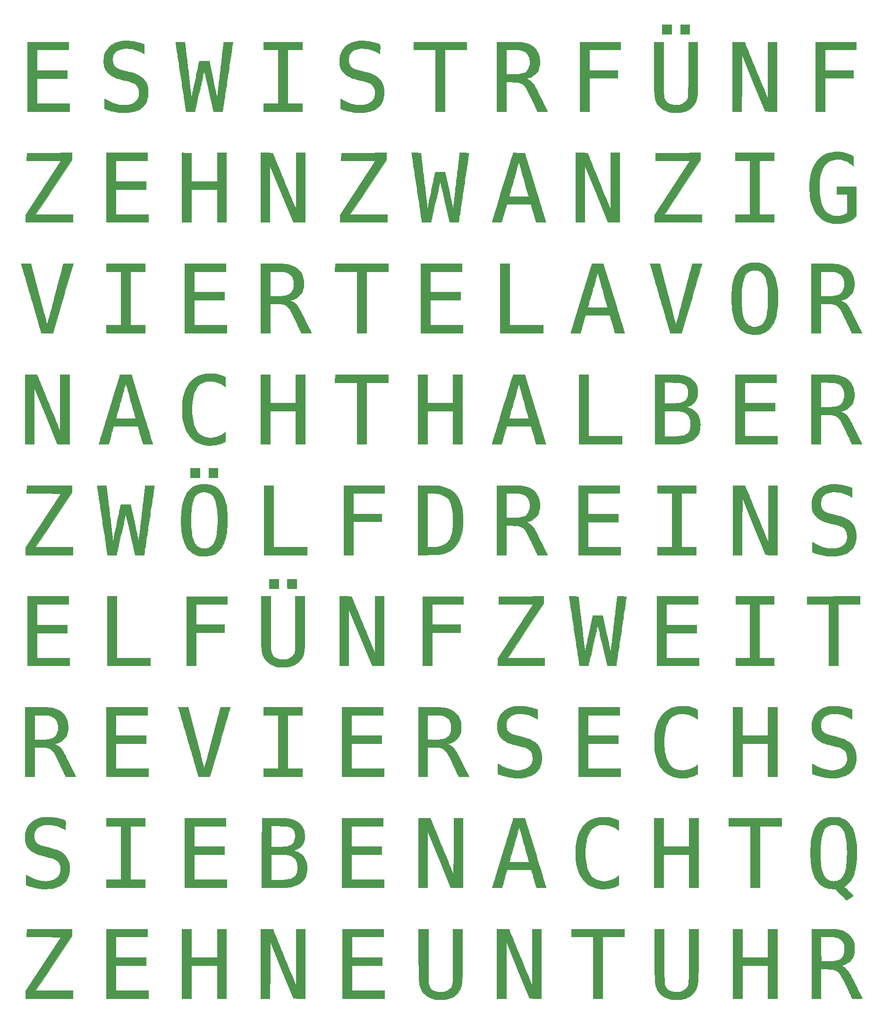
<source format=gbr>
%TF.GenerationSoftware,KiCad,Pcbnew,5.1.6-c6e7f7d~87~ubuntu18.04.1*%
%TF.CreationDate,2020-08-16T10:53:22+02:00*%
%TF.ProjectId,Elektronik,456c656b-7472-46f6-9e69-6b2e6b696361,rev?*%
%TF.SameCoordinates,Original*%
%TF.FileFunction,Soldermask,Top*%
%TF.FilePolarity,Negative*%
%FSLAX46Y46*%
G04 Gerber Fmt 4.6, Leading zero omitted, Abs format (unit mm)*
G04 Created by KiCad (PCBNEW 5.1.6-c6e7f7d~87~ubuntu18.04.1) date 2020-08-16 10:53:22*
%MOMM*%
%LPD*%
G01*
G04 APERTURE LIST*
%ADD10C,0.010000*%
G04 APERTURE END LIST*
D10*
%TO.C,G2*%
G36*
X178054000Y-31292800D02*
G01*
X177232733Y-31292800D01*
X177033326Y-31292294D01*
X176850354Y-31290861D01*
X176689961Y-31288623D01*
X176558294Y-31285706D01*
X176461499Y-31282233D01*
X176405721Y-31278329D01*
X176394533Y-31275866D01*
X176390462Y-31247276D01*
X176386743Y-31173983D01*
X176383497Y-31062083D01*
X176380844Y-30917673D01*
X176378908Y-30746848D01*
X176377808Y-30555704D01*
X176377600Y-30424966D01*
X176377600Y-29591000D01*
X178054000Y-29591000D01*
X178054000Y-31292800D01*
G37*
X178054000Y-31292800D02*
X177232733Y-31292800D01*
X177033326Y-31292294D01*
X176850354Y-31290861D01*
X176689961Y-31288623D01*
X176558294Y-31285706D01*
X176461499Y-31282233D01*
X176405721Y-31278329D01*
X176394533Y-31275866D01*
X176390462Y-31247276D01*
X176386743Y-31173983D01*
X176383497Y-31062083D01*
X176380844Y-30917673D01*
X176378908Y-30746848D01*
X176377808Y-30555704D01*
X176377600Y-30424966D01*
X176377600Y-29591000D01*
X178054000Y-29591000D01*
X178054000Y-31292800D01*
G36*
X174802800Y-31292800D02*
G01*
X173126400Y-31292800D01*
X173126400Y-29591000D01*
X174802800Y-29591000D01*
X174802800Y-31292800D01*
G37*
X174802800Y-31292800D02*
X173126400Y-31292800D01*
X173126400Y-29591000D01*
X174802800Y-29591000D01*
X174802800Y-31292800D01*
G36*
X207943851Y-33432750D02*
G01*
X207950603Y-34137600D01*
X202311000Y-34137600D01*
X202311000Y-37795200D01*
X207416400Y-37795200D01*
X207416400Y-39217600D01*
X202311000Y-39217600D01*
X202311000Y-45161200D01*
X200609097Y-45161200D01*
X200615498Y-38944550D01*
X200621900Y-32727900D01*
X207937100Y-32727900D01*
X207943851Y-33432750D01*
G37*
X207943851Y-33432750D02*
X207950603Y-34137600D01*
X202311000Y-34137600D01*
X202311000Y-37795200D01*
X207416400Y-37795200D01*
X207416400Y-39217600D01*
X202311000Y-39217600D01*
X202311000Y-45161200D01*
X200609097Y-45161200D01*
X200615498Y-38944550D01*
X200621900Y-32727900D01*
X207937100Y-32727900D01*
X207943851Y-33432750D01*
G36*
X187062658Y-32715297D02*
G01*
X187275762Y-32715725D01*
X187447372Y-32716687D01*
X187582138Y-32718387D01*
X187684714Y-32721029D01*
X187759751Y-32724815D01*
X187811903Y-32729950D01*
X187845821Y-32736637D01*
X187866157Y-32745080D01*
X187877565Y-32755483D01*
X187881871Y-32762397D01*
X187893809Y-32790125D01*
X187924112Y-32862680D01*
X187971887Y-32977885D01*
X188036236Y-33133560D01*
X188116263Y-33327527D01*
X188211074Y-33557606D01*
X188319772Y-33821620D01*
X188441460Y-34117389D01*
X188575244Y-34442735D01*
X188720227Y-34795479D01*
X188875514Y-35173442D01*
X189040208Y-35574446D01*
X189213413Y-35996312D01*
X189394235Y-36436861D01*
X189581776Y-36893915D01*
X189775141Y-37365295D01*
X189968195Y-37836047D01*
X190166317Y-38319147D01*
X190359460Y-38789968D01*
X190546731Y-39246335D01*
X190727236Y-39686074D01*
X190900080Y-40107013D01*
X191064370Y-40506978D01*
X191219211Y-40883795D01*
X191363711Y-41235291D01*
X191496974Y-41559292D01*
X191618107Y-41853625D01*
X191726216Y-42116116D01*
X191820407Y-42344592D01*
X191899786Y-42536880D01*
X191963459Y-42690805D01*
X192010531Y-42804194D01*
X192040110Y-42874874D01*
X192051257Y-42900600D01*
X192053532Y-42879552D01*
X192055737Y-42809864D01*
X192057865Y-42693695D01*
X192059905Y-42533204D01*
X192061847Y-42330550D01*
X192063682Y-42087893D01*
X192065401Y-41807391D01*
X192066992Y-41491206D01*
X192068448Y-41141495D01*
X192069757Y-40760418D01*
X192070911Y-40350134D01*
X192071900Y-39912803D01*
X192072713Y-39450584D01*
X192073342Y-38965637D01*
X192073776Y-38460120D01*
X192074006Y-37936194D01*
X192074027Y-37826950D01*
X192074800Y-32715200D01*
X193700400Y-32715200D01*
X193700400Y-45161751D01*
X192628886Y-45155125D01*
X191557372Y-45148500D01*
X189472936Y-40065467D01*
X187388500Y-34982435D01*
X187382087Y-40071817D01*
X187375675Y-45161200D01*
X185750200Y-45161200D01*
X185750200Y-32715200D01*
X186803406Y-32715200D01*
X187062658Y-32715297D01*
G37*
X187062658Y-32715297D02*
X187275762Y-32715725D01*
X187447372Y-32716687D01*
X187582138Y-32718387D01*
X187684714Y-32721029D01*
X187759751Y-32724815D01*
X187811903Y-32729950D01*
X187845821Y-32736637D01*
X187866157Y-32745080D01*
X187877565Y-32755483D01*
X187881871Y-32762397D01*
X187893809Y-32790125D01*
X187924112Y-32862680D01*
X187971887Y-32977885D01*
X188036236Y-33133560D01*
X188116263Y-33327527D01*
X188211074Y-33557606D01*
X188319772Y-33821620D01*
X188441460Y-34117389D01*
X188575244Y-34442735D01*
X188720227Y-34795479D01*
X188875514Y-35173442D01*
X189040208Y-35574446D01*
X189213413Y-35996312D01*
X189394235Y-36436861D01*
X189581776Y-36893915D01*
X189775141Y-37365295D01*
X189968195Y-37836047D01*
X190166317Y-38319147D01*
X190359460Y-38789968D01*
X190546731Y-39246335D01*
X190727236Y-39686074D01*
X190900080Y-40107013D01*
X191064370Y-40506978D01*
X191219211Y-40883795D01*
X191363711Y-41235291D01*
X191496974Y-41559292D01*
X191618107Y-41853625D01*
X191726216Y-42116116D01*
X191820407Y-42344592D01*
X191899786Y-42536880D01*
X191963459Y-42690805D01*
X192010531Y-42804194D01*
X192040110Y-42874874D01*
X192051257Y-42900600D01*
X192053532Y-42879552D01*
X192055737Y-42809864D01*
X192057865Y-42693695D01*
X192059905Y-42533204D01*
X192061847Y-42330550D01*
X192063682Y-42087893D01*
X192065401Y-41807391D01*
X192066992Y-41491206D01*
X192068448Y-41141495D01*
X192069757Y-40760418D01*
X192070911Y-40350134D01*
X192071900Y-39912803D01*
X192072713Y-39450584D01*
X192073342Y-38965637D01*
X192073776Y-38460120D01*
X192074006Y-37936194D01*
X192074027Y-37826950D01*
X192074800Y-32715200D01*
X193700400Y-32715200D01*
X193700400Y-45161751D01*
X192628886Y-45155125D01*
X191557372Y-45148500D01*
X189472936Y-40065467D01*
X187388500Y-34982435D01*
X187382087Y-40071817D01*
X187375675Y-45161200D01*
X185750200Y-45161200D01*
X185750200Y-32715200D01*
X186803406Y-32715200D01*
X187062658Y-32715297D01*
G36*
X165678251Y-33432750D02*
G01*
X165685003Y-34137600D01*
X160045400Y-34137600D01*
X160045400Y-37795200D01*
X165150800Y-37795200D01*
X165150800Y-39217600D01*
X160045400Y-39217600D01*
X160045400Y-45161200D01*
X158343497Y-45161200D01*
X158349898Y-38944550D01*
X158356300Y-32727900D01*
X165671500Y-32727900D01*
X165678251Y-33432750D01*
G37*
X165678251Y-33432750D02*
X165685003Y-34137600D01*
X160045400Y-34137600D01*
X160045400Y-37795200D01*
X165150800Y-37795200D01*
X165150800Y-39217600D01*
X160045400Y-39217600D01*
X160045400Y-45161200D01*
X158343497Y-45161200D01*
X158349898Y-38944550D01*
X158356300Y-32727900D01*
X165671500Y-32727900D01*
X165678251Y-33432750D01*
G36*
X145268950Y-32715723D02*
G01*
X145699691Y-32716219D01*
X146083608Y-32717594D01*
X146424672Y-32720080D01*
X146726855Y-32723908D01*
X146994129Y-32729309D01*
X147230466Y-32736513D01*
X147439836Y-32745753D01*
X147626212Y-32757260D01*
X147793566Y-32771264D01*
X147945868Y-32787997D01*
X148087091Y-32807690D01*
X148221206Y-32830574D01*
X148352185Y-32856881D01*
X148484000Y-32886842D01*
X148569987Y-32907879D01*
X148988631Y-33034473D01*
X149375064Y-33196222D01*
X149727465Y-33391927D01*
X150044016Y-33620390D01*
X150322894Y-33880413D01*
X150562281Y-34170799D01*
X150623143Y-34259136D01*
X150790131Y-34540995D01*
X150924118Y-34834458D01*
X151029444Y-35150818D01*
X151110451Y-35501366D01*
X151119395Y-35549885D01*
X151141319Y-35711864D01*
X151156656Y-35908161D01*
X151165365Y-36125532D01*
X151167401Y-36350731D01*
X151162724Y-36570514D01*
X151151289Y-36771634D01*
X151133054Y-36940848D01*
X151124060Y-36995494D01*
X151029592Y-37375572D01*
X150894526Y-37725566D01*
X150720029Y-38044309D01*
X150507270Y-38330633D01*
X150257417Y-38583372D01*
X149971640Y-38801356D01*
X149651105Y-38983420D01*
X149296982Y-39128395D01*
X148910439Y-39235114D01*
X148875208Y-39242573D01*
X148768596Y-39266565D01*
X148708968Y-39285123D01*
X148692955Y-39299522D01*
X148704300Y-39307241D01*
X148911456Y-39387157D01*
X149081344Y-39460859D01*
X149225907Y-39534738D01*
X149357090Y-39615183D01*
X149486835Y-39708586D01*
X149555690Y-39762779D01*
X149717261Y-39910339D01*
X149882657Y-40096593D01*
X150053882Y-40324205D01*
X150232937Y-40595840D01*
X150421826Y-40914165D01*
X150424796Y-40919400D01*
X150454367Y-40974055D01*
X150503282Y-41067539D01*
X150569593Y-41195982D01*
X150651356Y-41355516D01*
X150746622Y-41542272D01*
X150853447Y-41752379D01*
X150969882Y-41981971D01*
X151093982Y-42227176D01*
X151223801Y-42484127D01*
X151357391Y-42748954D01*
X151492807Y-43017789D01*
X151628101Y-43286762D01*
X151761328Y-43552004D01*
X151890540Y-43809646D01*
X152013792Y-44055820D01*
X152129137Y-44286656D01*
X152234628Y-44498285D01*
X152328320Y-44686838D01*
X152408264Y-44848447D01*
X152472516Y-44979241D01*
X152519128Y-45075353D01*
X152546154Y-45132912D01*
X152552400Y-45148434D01*
X152527954Y-45151391D01*
X152458431Y-45154106D01*
X152349556Y-45156498D01*
X152207052Y-45158484D01*
X152036641Y-45159983D01*
X151844048Y-45160914D01*
X151655761Y-45161200D01*
X150759122Y-45161200D01*
X150700070Y-45040550D01*
X150678671Y-44996030D01*
X150637694Y-44910005D01*
X150579237Y-44786907D01*
X150505402Y-44631174D01*
X150418290Y-44447239D01*
X150320000Y-44239538D01*
X150212634Y-44012506D01*
X150098292Y-43770577D01*
X149987297Y-43535600D01*
X149863842Y-43274557D01*
X149741729Y-43017072D01*
X149623576Y-42768618D01*
X149511998Y-42534664D01*
X149409612Y-42320682D01*
X149319035Y-42132142D01*
X149242884Y-41974517D01*
X149183775Y-41853278D01*
X149152155Y-41789423D01*
X148968735Y-41436791D01*
X148794023Y-41130306D01*
X148624668Y-40866765D01*
X148457321Y-40642967D01*
X148288634Y-40455708D01*
X148115257Y-40301788D01*
X147933842Y-40178004D01*
X147741040Y-40081154D01*
X147533502Y-40008035D01*
X147307879Y-39955446D01*
X147218400Y-39940437D01*
X147126199Y-39929169D01*
X147009952Y-39920170D01*
X146864767Y-39913283D01*
X146685749Y-39908352D01*
X146468009Y-39905219D01*
X146206653Y-39903728D01*
X146069050Y-39903549D01*
X145161000Y-39903400D01*
X145161000Y-45161200D01*
X143484600Y-45161200D01*
X143484600Y-34112200D01*
X145161000Y-34112200D01*
X145161000Y-36305066D01*
X145161191Y-36634431D01*
X145161748Y-36949182D01*
X145162640Y-37245623D01*
X145163841Y-37520056D01*
X145165321Y-37768782D01*
X145167053Y-37988106D01*
X145169007Y-38174328D01*
X145171156Y-38323752D01*
X145173471Y-38432680D01*
X145175925Y-38497414D01*
X145177933Y-38514866D01*
X145207763Y-38519886D01*
X145282007Y-38523969D01*
X145394289Y-38527141D01*
X145538233Y-38529428D01*
X145707462Y-38530858D01*
X145895599Y-38531455D01*
X146096269Y-38531248D01*
X146303094Y-38530261D01*
X146509698Y-38528521D01*
X146709705Y-38526055D01*
X146896739Y-38522889D01*
X147064422Y-38519049D01*
X147206379Y-38514561D01*
X147316232Y-38509452D01*
X147367252Y-38505825D01*
X147740009Y-38456771D01*
X148071728Y-38378639D01*
X148363707Y-38270426D01*
X148617245Y-38131129D01*
X148833639Y-37959746D01*
X149014188Y-37755276D01*
X149160190Y-37516714D01*
X149272943Y-37243060D01*
X149344194Y-36979419D01*
X149370133Y-36814757D01*
X149386279Y-36616779D01*
X149392775Y-36399768D01*
X149389764Y-36178009D01*
X149377390Y-35965785D01*
X149355794Y-35777381D01*
X149330864Y-35648900D01*
X149230889Y-35341015D01*
X149093010Y-35066945D01*
X148917352Y-34826826D01*
X148704044Y-34620793D01*
X148453213Y-34448985D01*
X148164985Y-34311537D01*
X148043900Y-34267751D01*
X147931658Y-34232268D01*
X147822541Y-34202505D01*
X147710878Y-34177980D01*
X147590995Y-34158209D01*
X147457221Y-34142709D01*
X147303882Y-34130996D01*
X147125306Y-34122587D01*
X146915822Y-34117000D01*
X146669755Y-34113749D01*
X146381435Y-34112353D01*
X146218190Y-34112200D01*
X145161000Y-34112200D01*
X143484600Y-34112200D01*
X143484600Y-32715200D01*
X145268950Y-32715723D01*
G37*
X145268950Y-32715723D02*
X145699691Y-32716219D01*
X146083608Y-32717594D01*
X146424672Y-32720080D01*
X146726855Y-32723908D01*
X146994129Y-32729309D01*
X147230466Y-32736513D01*
X147439836Y-32745753D01*
X147626212Y-32757260D01*
X147793566Y-32771264D01*
X147945868Y-32787997D01*
X148087091Y-32807690D01*
X148221206Y-32830574D01*
X148352185Y-32856881D01*
X148484000Y-32886842D01*
X148569987Y-32907879D01*
X148988631Y-33034473D01*
X149375064Y-33196222D01*
X149727465Y-33391927D01*
X150044016Y-33620390D01*
X150322894Y-33880413D01*
X150562281Y-34170799D01*
X150623143Y-34259136D01*
X150790131Y-34540995D01*
X150924118Y-34834458D01*
X151029444Y-35150818D01*
X151110451Y-35501366D01*
X151119395Y-35549885D01*
X151141319Y-35711864D01*
X151156656Y-35908161D01*
X151165365Y-36125532D01*
X151167401Y-36350731D01*
X151162724Y-36570514D01*
X151151289Y-36771634D01*
X151133054Y-36940848D01*
X151124060Y-36995494D01*
X151029592Y-37375572D01*
X150894526Y-37725566D01*
X150720029Y-38044309D01*
X150507270Y-38330633D01*
X150257417Y-38583372D01*
X149971640Y-38801356D01*
X149651105Y-38983420D01*
X149296982Y-39128395D01*
X148910439Y-39235114D01*
X148875208Y-39242573D01*
X148768596Y-39266565D01*
X148708968Y-39285123D01*
X148692955Y-39299522D01*
X148704300Y-39307241D01*
X148911456Y-39387157D01*
X149081344Y-39460859D01*
X149225907Y-39534738D01*
X149357090Y-39615183D01*
X149486835Y-39708586D01*
X149555690Y-39762779D01*
X149717261Y-39910339D01*
X149882657Y-40096593D01*
X150053882Y-40324205D01*
X150232937Y-40595840D01*
X150421826Y-40914165D01*
X150424796Y-40919400D01*
X150454367Y-40974055D01*
X150503282Y-41067539D01*
X150569593Y-41195982D01*
X150651356Y-41355516D01*
X150746622Y-41542272D01*
X150853447Y-41752379D01*
X150969882Y-41981971D01*
X151093982Y-42227176D01*
X151223801Y-42484127D01*
X151357391Y-42748954D01*
X151492807Y-43017789D01*
X151628101Y-43286762D01*
X151761328Y-43552004D01*
X151890540Y-43809646D01*
X152013792Y-44055820D01*
X152129137Y-44286656D01*
X152234628Y-44498285D01*
X152328320Y-44686838D01*
X152408264Y-44848447D01*
X152472516Y-44979241D01*
X152519128Y-45075353D01*
X152546154Y-45132912D01*
X152552400Y-45148434D01*
X152527954Y-45151391D01*
X152458431Y-45154106D01*
X152349556Y-45156498D01*
X152207052Y-45158484D01*
X152036641Y-45159983D01*
X151844048Y-45160914D01*
X151655761Y-45161200D01*
X150759122Y-45161200D01*
X150700070Y-45040550D01*
X150678671Y-44996030D01*
X150637694Y-44910005D01*
X150579237Y-44786907D01*
X150505402Y-44631174D01*
X150418290Y-44447239D01*
X150320000Y-44239538D01*
X150212634Y-44012506D01*
X150098292Y-43770577D01*
X149987297Y-43535600D01*
X149863842Y-43274557D01*
X149741729Y-43017072D01*
X149623576Y-42768618D01*
X149511998Y-42534664D01*
X149409612Y-42320682D01*
X149319035Y-42132142D01*
X149242884Y-41974517D01*
X149183775Y-41853278D01*
X149152155Y-41789423D01*
X148968735Y-41436791D01*
X148794023Y-41130306D01*
X148624668Y-40866765D01*
X148457321Y-40642967D01*
X148288634Y-40455708D01*
X148115257Y-40301788D01*
X147933842Y-40178004D01*
X147741040Y-40081154D01*
X147533502Y-40008035D01*
X147307879Y-39955446D01*
X147218400Y-39940437D01*
X147126199Y-39929169D01*
X147009952Y-39920170D01*
X146864767Y-39913283D01*
X146685749Y-39908352D01*
X146468009Y-39905219D01*
X146206653Y-39903728D01*
X146069050Y-39903549D01*
X145161000Y-39903400D01*
X145161000Y-45161200D01*
X143484600Y-45161200D01*
X143484600Y-34112200D01*
X145161000Y-34112200D01*
X145161000Y-36305066D01*
X145161191Y-36634431D01*
X145161748Y-36949182D01*
X145162640Y-37245623D01*
X145163841Y-37520056D01*
X145165321Y-37768782D01*
X145167053Y-37988106D01*
X145169007Y-38174328D01*
X145171156Y-38323752D01*
X145173471Y-38432680D01*
X145175925Y-38497414D01*
X145177933Y-38514866D01*
X145207763Y-38519886D01*
X145282007Y-38523969D01*
X145394289Y-38527141D01*
X145538233Y-38529428D01*
X145707462Y-38530858D01*
X145895599Y-38531455D01*
X146096269Y-38531248D01*
X146303094Y-38530261D01*
X146509698Y-38528521D01*
X146709705Y-38526055D01*
X146896739Y-38522889D01*
X147064422Y-38519049D01*
X147206379Y-38514561D01*
X147316232Y-38509452D01*
X147367252Y-38505825D01*
X147740009Y-38456771D01*
X148071728Y-38378639D01*
X148363707Y-38270426D01*
X148617245Y-38131129D01*
X148833639Y-37959746D01*
X149014188Y-37755276D01*
X149160190Y-37516714D01*
X149272943Y-37243060D01*
X149344194Y-36979419D01*
X149370133Y-36814757D01*
X149386279Y-36616779D01*
X149392775Y-36399768D01*
X149389764Y-36178009D01*
X149377390Y-35965785D01*
X149355794Y-35777381D01*
X149330864Y-35648900D01*
X149230889Y-35341015D01*
X149093010Y-35066945D01*
X148917352Y-34826826D01*
X148704044Y-34620793D01*
X148453213Y-34448985D01*
X148164985Y-34311537D01*
X148043900Y-34267751D01*
X147931658Y-34232268D01*
X147822541Y-34202505D01*
X147710878Y-34177980D01*
X147590995Y-34158209D01*
X147457221Y-34142709D01*
X147303882Y-34130996D01*
X147125306Y-34122587D01*
X146915822Y-34117000D01*
X146669755Y-34113749D01*
X146381435Y-34112353D01*
X146218190Y-34112200D01*
X145161000Y-34112200D01*
X143484600Y-34112200D01*
X143484600Y-32715200D01*
X145268950Y-32715723D01*
G36*
X138074400Y-34137600D02*
G01*
X134188200Y-34137600D01*
X134188200Y-45161200D01*
X132486400Y-45161200D01*
X132486400Y-34137600D01*
X128573996Y-34137600D01*
X128587500Y-32727900D01*
X138074400Y-32715066D01*
X138074400Y-34137600D01*
G37*
X138074400Y-34137600D02*
X134188200Y-34137600D01*
X134188200Y-45161200D01*
X132486400Y-45161200D01*
X132486400Y-34137600D01*
X128573996Y-34137600D01*
X128587500Y-32727900D01*
X138074400Y-32715066D01*
X138074400Y-34137600D01*
G36*
X108559600Y-34137600D02*
G01*
X105943400Y-34137600D01*
X105943400Y-43738800D01*
X108559600Y-43738800D01*
X108559600Y-45161200D01*
X101650800Y-45161200D01*
X101650800Y-43738800D01*
X104267000Y-43738800D01*
X104267000Y-34137600D01*
X101650800Y-34137600D01*
X101650800Y-32715200D01*
X108559600Y-32715200D01*
X108559600Y-34137600D01*
G37*
X108559600Y-34137600D02*
X105943400Y-34137600D01*
X105943400Y-43738800D01*
X108559600Y-43738800D01*
X108559600Y-45161200D01*
X101650800Y-45161200D01*
X101650800Y-43738800D01*
X104267000Y-43738800D01*
X104267000Y-34137600D01*
X101650800Y-34137600D01*
X101650800Y-32715200D01*
X108559600Y-32715200D01*
X108559600Y-34137600D01*
G36*
X86925255Y-32715642D02*
G01*
X87115712Y-32717077D01*
X87263706Y-32719664D01*
X87373399Y-32723563D01*
X87448958Y-32728933D01*
X87494548Y-32735934D01*
X87514331Y-32744727D01*
X87515645Y-32746949D01*
X87519411Y-32774142D01*
X87528764Y-32848849D01*
X87543358Y-32968132D01*
X87562844Y-33129052D01*
X87586877Y-33328672D01*
X87615107Y-33564053D01*
X87647187Y-33832257D01*
X87682770Y-34130347D01*
X87721507Y-34455383D01*
X87763052Y-34804429D01*
X87807057Y-35174545D01*
X87853175Y-35562794D01*
X87901056Y-35966237D01*
X87950355Y-36381937D01*
X88000724Y-36806955D01*
X88051814Y-37238353D01*
X88103278Y-37673193D01*
X88154769Y-38108537D01*
X88205939Y-38541447D01*
X88256440Y-38968984D01*
X88305925Y-39388211D01*
X88354047Y-39796189D01*
X88400457Y-40189981D01*
X88444808Y-40566647D01*
X88486752Y-40923251D01*
X88525943Y-41256854D01*
X88562032Y-41564517D01*
X88594671Y-41843303D01*
X88623513Y-42090273D01*
X88648211Y-42302490D01*
X88668417Y-42477015D01*
X88683783Y-42610910D01*
X88693961Y-42701237D01*
X88698605Y-42745058D01*
X88698851Y-42748200D01*
X88706829Y-42756454D01*
X88723260Y-42722800D01*
X88730461Y-42692712D01*
X88747378Y-42616648D01*
X88773255Y-42498167D01*
X88807335Y-42340826D01*
X88848862Y-42148184D01*
X88897079Y-41923797D01*
X88951229Y-41671226D01*
X89010555Y-41394026D01*
X89074302Y-41095758D01*
X89141713Y-40779978D01*
X89212031Y-40450245D01*
X89284500Y-40110116D01*
X89358363Y-39763150D01*
X89432863Y-39412905D01*
X89507244Y-39062939D01*
X89580749Y-38716810D01*
X89652623Y-38378076D01*
X89722107Y-38050295D01*
X89788446Y-37737025D01*
X89850884Y-37441824D01*
X89908662Y-37168250D01*
X89961026Y-36919862D01*
X90007219Y-36700217D01*
X90046483Y-36512873D01*
X90078062Y-36361389D01*
X90101201Y-36249322D01*
X90115141Y-36180231D01*
X90119200Y-36157792D01*
X90143638Y-36154620D01*
X90213108Y-36151710D01*
X90321843Y-36149152D01*
X90464073Y-36147033D01*
X90634032Y-36145444D01*
X90825951Y-36144473D01*
X91002077Y-36144200D01*
X91884954Y-36144199D01*
X92595927Y-39473399D01*
X92698954Y-39955463D01*
X92792008Y-40390009D01*
X92875586Y-40779225D01*
X92950182Y-41125302D01*
X93016291Y-41430432D01*
X93074408Y-41696804D01*
X93125029Y-41926609D01*
X93168649Y-42122037D01*
X93205762Y-42285279D01*
X93236865Y-42418524D01*
X93262451Y-42523965D01*
X93283017Y-42603791D01*
X93299057Y-42660192D01*
X93311067Y-42695359D01*
X93319542Y-42711483D01*
X93324977Y-42710753D01*
X93326555Y-42705549D01*
X93331468Y-42670789D01*
X93341983Y-42588071D01*
X93357801Y-42459891D01*
X93378626Y-42288748D01*
X93404160Y-42077138D01*
X93434107Y-41827560D01*
X93468169Y-41542511D01*
X93506049Y-41224489D01*
X93547451Y-40875991D01*
X93592077Y-40499515D01*
X93639630Y-40097559D01*
X93689813Y-39672619D01*
X93742330Y-39227194D01*
X93796882Y-38763782D01*
X93853174Y-38284879D01*
X93910907Y-37792984D01*
X93916605Y-37744400D01*
X93974416Y-37251612D01*
X94030763Y-36771707D01*
X94085351Y-36307172D01*
X94137887Y-35860497D01*
X94188076Y-35434167D01*
X94235624Y-35030672D01*
X94280238Y-34652498D01*
X94321622Y-34302134D01*
X94359484Y-33982067D01*
X94393528Y-33694784D01*
X94423461Y-33442775D01*
X94448990Y-33228526D01*
X94469818Y-33054525D01*
X94485654Y-32923260D01*
X94496201Y-32837219D01*
X94501168Y-32798889D01*
X94501351Y-32797750D01*
X94515701Y-32715200D01*
X95327350Y-32715200D01*
X95555930Y-32715495D01*
X95738537Y-32716525D01*
X95879996Y-32718502D01*
X95985132Y-32721641D01*
X96058769Y-32726156D01*
X96105734Y-32732261D01*
X96130849Y-32740170D01*
X96138941Y-32750097D01*
X96139000Y-32751202D01*
X96135306Y-32779362D01*
X96124485Y-32855132D01*
X96106931Y-32975882D01*
X96083035Y-33138982D01*
X96053189Y-33341801D01*
X96017785Y-33581710D01*
X95977216Y-33856078D01*
X95931874Y-34162275D01*
X95882151Y-34497671D01*
X95828439Y-34859635D01*
X95771130Y-35245536D01*
X95710617Y-35652746D01*
X95647292Y-36078634D01*
X95581547Y-36520569D01*
X95513774Y-36975921D01*
X95444365Y-37442060D01*
X95373713Y-37916355D01*
X95302210Y-38396177D01*
X95230248Y-38878895D01*
X95158219Y-39361879D01*
X95086515Y-39842499D01*
X95015529Y-40318125D01*
X94945652Y-40786125D01*
X94877278Y-41243871D01*
X94810797Y-41688731D01*
X94746603Y-42118076D01*
X94685088Y-42529275D01*
X94626643Y-42919698D01*
X94571661Y-43286714D01*
X94520534Y-43627695D01*
X94473654Y-43940008D01*
X94431414Y-44221025D01*
X94394206Y-44468114D01*
X94362421Y-44678646D01*
X94336452Y-44849991D01*
X94316692Y-44979517D01*
X94303532Y-45064595D01*
X94297365Y-45102595D01*
X94297073Y-45104050D01*
X94283832Y-45161200D01*
X92697300Y-45160644D01*
X91859100Y-41490690D01*
X91762593Y-41068517D01*
X91669060Y-40660076D01*
X91579133Y-40268092D01*
X91493443Y-39895289D01*
X91412622Y-39544390D01*
X91337302Y-39218118D01*
X91268113Y-38919198D01*
X91205687Y-38650354D01*
X91150656Y-38414308D01*
X91103652Y-38213785D01*
X91065305Y-38051508D01*
X91036248Y-37930202D01*
X91017112Y-37852589D01*
X91008529Y-37821394D01*
X91008200Y-37820885D01*
X91001471Y-37845175D01*
X90984171Y-37916045D01*
X90956980Y-38030534D01*
X90920574Y-38185682D01*
X90875633Y-38378530D01*
X90822834Y-38606118D01*
X90762856Y-38865486D01*
X90696378Y-39153675D01*
X90624077Y-39467724D01*
X90546633Y-39804674D01*
X90464723Y-40161565D01*
X90379025Y-40535437D01*
X90290219Y-40923331D01*
X90198981Y-41322286D01*
X90105992Y-41729343D01*
X90011929Y-42141542D01*
X89917470Y-42555924D01*
X89823294Y-42969528D01*
X89730078Y-43379395D01*
X89638503Y-43782565D01*
X89549245Y-44176078D01*
X89462983Y-44556974D01*
X89380395Y-44922294D01*
X89362297Y-45002450D01*
X89326461Y-45161200D01*
X88529030Y-45161200D01*
X88333580Y-45160843D01*
X88155488Y-45159832D01*
X88000822Y-45158257D01*
X87875653Y-45156204D01*
X87786049Y-45153764D01*
X87738078Y-45151025D01*
X87731600Y-45149541D01*
X87727907Y-45123332D01*
X87717090Y-45049504D01*
X87699541Y-44930679D01*
X87675651Y-44769481D01*
X87645812Y-44568532D01*
X87610416Y-44330454D01*
X87569854Y-44057869D01*
X87524518Y-43753400D01*
X87474799Y-43419669D01*
X87421090Y-43059299D01*
X87363782Y-42674912D01*
X87303266Y-42269130D01*
X87239935Y-41844576D01*
X87174180Y-41403872D01*
X87106392Y-40949641D01*
X87036964Y-40484505D01*
X86966287Y-40011086D01*
X86894752Y-39532007D01*
X86822752Y-39049891D01*
X86750678Y-38567358D01*
X86678921Y-38087033D01*
X86607874Y-37611538D01*
X86537928Y-37143494D01*
X86469474Y-36685524D01*
X86402905Y-36240251D01*
X86338613Y-35810296D01*
X86276987Y-35398284D01*
X86218422Y-35006834D01*
X86163307Y-34638572D01*
X86112035Y-34296117D01*
X86064997Y-33982094D01*
X86022586Y-33699124D01*
X85985192Y-33449829D01*
X85953208Y-33236833D01*
X85927025Y-33062758D01*
X85907035Y-32930225D01*
X85893629Y-32841858D01*
X85887199Y-32800278D01*
X85886774Y-32797750D01*
X85871746Y-32715199D01*
X86688170Y-32715199D01*
X86925255Y-32715642D01*
G37*
X86925255Y-32715642D02*
X87115712Y-32717077D01*
X87263706Y-32719664D01*
X87373399Y-32723563D01*
X87448958Y-32728933D01*
X87494548Y-32735934D01*
X87514331Y-32744727D01*
X87515645Y-32746949D01*
X87519411Y-32774142D01*
X87528764Y-32848849D01*
X87543358Y-32968132D01*
X87562844Y-33129052D01*
X87586877Y-33328672D01*
X87615107Y-33564053D01*
X87647187Y-33832257D01*
X87682770Y-34130347D01*
X87721507Y-34455383D01*
X87763052Y-34804429D01*
X87807057Y-35174545D01*
X87853175Y-35562794D01*
X87901056Y-35966237D01*
X87950355Y-36381937D01*
X88000724Y-36806955D01*
X88051814Y-37238353D01*
X88103278Y-37673193D01*
X88154769Y-38108537D01*
X88205939Y-38541447D01*
X88256440Y-38968984D01*
X88305925Y-39388211D01*
X88354047Y-39796189D01*
X88400457Y-40189981D01*
X88444808Y-40566647D01*
X88486752Y-40923251D01*
X88525943Y-41256854D01*
X88562032Y-41564517D01*
X88594671Y-41843303D01*
X88623513Y-42090273D01*
X88648211Y-42302490D01*
X88668417Y-42477015D01*
X88683783Y-42610910D01*
X88693961Y-42701237D01*
X88698605Y-42745058D01*
X88698851Y-42748200D01*
X88706829Y-42756454D01*
X88723260Y-42722800D01*
X88730461Y-42692712D01*
X88747378Y-42616648D01*
X88773255Y-42498167D01*
X88807335Y-42340826D01*
X88848862Y-42148184D01*
X88897079Y-41923797D01*
X88951229Y-41671226D01*
X89010555Y-41394026D01*
X89074302Y-41095758D01*
X89141713Y-40779978D01*
X89212031Y-40450245D01*
X89284500Y-40110116D01*
X89358363Y-39763150D01*
X89432863Y-39412905D01*
X89507244Y-39062939D01*
X89580749Y-38716810D01*
X89652623Y-38378076D01*
X89722107Y-38050295D01*
X89788446Y-37737025D01*
X89850884Y-37441824D01*
X89908662Y-37168250D01*
X89961026Y-36919862D01*
X90007219Y-36700217D01*
X90046483Y-36512873D01*
X90078062Y-36361389D01*
X90101201Y-36249322D01*
X90115141Y-36180231D01*
X90119200Y-36157792D01*
X90143638Y-36154620D01*
X90213108Y-36151710D01*
X90321843Y-36149152D01*
X90464073Y-36147033D01*
X90634032Y-36145444D01*
X90825951Y-36144473D01*
X91002077Y-36144200D01*
X91884954Y-36144199D01*
X92595927Y-39473399D01*
X92698954Y-39955463D01*
X92792008Y-40390009D01*
X92875586Y-40779225D01*
X92950182Y-41125302D01*
X93016291Y-41430432D01*
X93074408Y-41696804D01*
X93125029Y-41926609D01*
X93168649Y-42122037D01*
X93205762Y-42285279D01*
X93236865Y-42418524D01*
X93262451Y-42523965D01*
X93283017Y-42603791D01*
X93299057Y-42660192D01*
X93311067Y-42695359D01*
X93319542Y-42711483D01*
X93324977Y-42710753D01*
X93326555Y-42705549D01*
X93331468Y-42670789D01*
X93341983Y-42588071D01*
X93357801Y-42459891D01*
X93378626Y-42288748D01*
X93404160Y-42077138D01*
X93434107Y-41827560D01*
X93468169Y-41542511D01*
X93506049Y-41224489D01*
X93547451Y-40875991D01*
X93592077Y-40499515D01*
X93639630Y-40097559D01*
X93689813Y-39672619D01*
X93742330Y-39227194D01*
X93796882Y-38763782D01*
X93853174Y-38284879D01*
X93910907Y-37792984D01*
X93916605Y-37744400D01*
X93974416Y-37251612D01*
X94030763Y-36771707D01*
X94085351Y-36307172D01*
X94137887Y-35860497D01*
X94188076Y-35434167D01*
X94235624Y-35030672D01*
X94280238Y-34652498D01*
X94321622Y-34302134D01*
X94359484Y-33982067D01*
X94393528Y-33694784D01*
X94423461Y-33442775D01*
X94448990Y-33228526D01*
X94469818Y-33054525D01*
X94485654Y-32923260D01*
X94496201Y-32837219D01*
X94501168Y-32798889D01*
X94501351Y-32797750D01*
X94515701Y-32715200D01*
X95327350Y-32715200D01*
X95555930Y-32715495D01*
X95738537Y-32716525D01*
X95879996Y-32718502D01*
X95985132Y-32721641D01*
X96058769Y-32726156D01*
X96105734Y-32732261D01*
X96130849Y-32740170D01*
X96138941Y-32750097D01*
X96139000Y-32751202D01*
X96135306Y-32779362D01*
X96124485Y-32855132D01*
X96106931Y-32975882D01*
X96083035Y-33138982D01*
X96053189Y-33341801D01*
X96017785Y-33581710D01*
X95977216Y-33856078D01*
X95931874Y-34162275D01*
X95882151Y-34497671D01*
X95828439Y-34859635D01*
X95771130Y-35245536D01*
X95710617Y-35652746D01*
X95647292Y-36078634D01*
X95581547Y-36520569D01*
X95513774Y-36975921D01*
X95444365Y-37442060D01*
X95373713Y-37916355D01*
X95302210Y-38396177D01*
X95230248Y-38878895D01*
X95158219Y-39361879D01*
X95086515Y-39842499D01*
X95015529Y-40318125D01*
X94945652Y-40786125D01*
X94877278Y-41243871D01*
X94810797Y-41688731D01*
X94746603Y-42118076D01*
X94685088Y-42529275D01*
X94626643Y-42919698D01*
X94571661Y-43286714D01*
X94520534Y-43627695D01*
X94473654Y-43940008D01*
X94431414Y-44221025D01*
X94394206Y-44468114D01*
X94362421Y-44678646D01*
X94336452Y-44849991D01*
X94316692Y-44979517D01*
X94303532Y-45064595D01*
X94297365Y-45102595D01*
X94297073Y-45104050D01*
X94283832Y-45161200D01*
X92697300Y-45160644D01*
X91859100Y-41490690D01*
X91762593Y-41068517D01*
X91669060Y-40660076D01*
X91579133Y-40268092D01*
X91493443Y-39895289D01*
X91412622Y-39544390D01*
X91337302Y-39218118D01*
X91268113Y-38919198D01*
X91205687Y-38650354D01*
X91150656Y-38414308D01*
X91103652Y-38213785D01*
X91065305Y-38051508D01*
X91036248Y-37930202D01*
X91017112Y-37852589D01*
X91008529Y-37821394D01*
X91008200Y-37820885D01*
X91001471Y-37845175D01*
X90984171Y-37916045D01*
X90956980Y-38030534D01*
X90920574Y-38185682D01*
X90875633Y-38378530D01*
X90822834Y-38606118D01*
X90762856Y-38865486D01*
X90696378Y-39153675D01*
X90624077Y-39467724D01*
X90546633Y-39804674D01*
X90464723Y-40161565D01*
X90379025Y-40535437D01*
X90290219Y-40923331D01*
X90198981Y-41322286D01*
X90105992Y-41729343D01*
X90011929Y-42141542D01*
X89917470Y-42555924D01*
X89823294Y-42969528D01*
X89730078Y-43379395D01*
X89638503Y-43782565D01*
X89549245Y-44176078D01*
X89462983Y-44556974D01*
X89380395Y-44922294D01*
X89362297Y-45002450D01*
X89326461Y-45161200D01*
X88529030Y-45161200D01*
X88333580Y-45160843D01*
X88155488Y-45159832D01*
X88000822Y-45158257D01*
X87875653Y-45156204D01*
X87786049Y-45153764D01*
X87738078Y-45151025D01*
X87731600Y-45149541D01*
X87727907Y-45123332D01*
X87717090Y-45049504D01*
X87699541Y-44930679D01*
X87675651Y-44769481D01*
X87645812Y-44568532D01*
X87610416Y-44330454D01*
X87569854Y-44057869D01*
X87524518Y-43753400D01*
X87474799Y-43419669D01*
X87421090Y-43059299D01*
X87363782Y-42674912D01*
X87303266Y-42269130D01*
X87239935Y-41844576D01*
X87174180Y-41403872D01*
X87106392Y-40949641D01*
X87036964Y-40484505D01*
X86966287Y-40011086D01*
X86894752Y-39532007D01*
X86822752Y-39049891D01*
X86750678Y-38567358D01*
X86678921Y-38087033D01*
X86607874Y-37611538D01*
X86537928Y-37143494D01*
X86469474Y-36685524D01*
X86402905Y-36240251D01*
X86338613Y-35810296D01*
X86276987Y-35398284D01*
X86218422Y-35006834D01*
X86163307Y-34638572D01*
X86112035Y-34296117D01*
X86064997Y-33982094D01*
X86022586Y-33699124D01*
X85985192Y-33449829D01*
X85953208Y-33236833D01*
X85927025Y-33062758D01*
X85907035Y-32930225D01*
X85893629Y-32841858D01*
X85887199Y-32800278D01*
X85886774Y-32797750D01*
X85871746Y-32715199D01*
X86688170Y-32715199D01*
X86925255Y-32715642D01*
G36*
X66725800Y-34137600D02*
G01*
X61036200Y-34137600D01*
X61036200Y-37820600D01*
X66471800Y-37820600D01*
X66471800Y-39243000D01*
X61036200Y-39243000D01*
X61036200Y-43738800D01*
X66878200Y-43738800D01*
X66878200Y-45161200D01*
X59359800Y-45161200D01*
X59359800Y-32715200D01*
X66725800Y-32715200D01*
X66725800Y-34137600D01*
G37*
X66725800Y-34137600D02*
X61036200Y-34137600D01*
X61036200Y-37820600D01*
X66471800Y-37820600D01*
X66471800Y-39243000D01*
X61036200Y-39243000D01*
X61036200Y-43738800D01*
X66878200Y-43738800D01*
X66878200Y-45161200D01*
X59359800Y-45161200D01*
X59359800Y-32715200D01*
X66725800Y-32715200D01*
X66725800Y-34137600D01*
G36*
X173380617Y-37331650D02*
G01*
X173380690Y-37926263D01*
X173380876Y-38472334D01*
X173381213Y-38972120D01*
X173381738Y-39427880D01*
X173382490Y-39841871D01*
X173383506Y-40216350D01*
X173384825Y-40553576D01*
X173386484Y-40855805D01*
X173388520Y-41125297D01*
X173390972Y-41364308D01*
X173393878Y-41575096D01*
X173397276Y-41759919D01*
X173401202Y-41921035D01*
X173405696Y-42060702D01*
X173410795Y-42181176D01*
X173416537Y-42284716D01*
X173422959Y-42373580D01*
X173430100Y-42450025D01*
X173437998Y-42516309D01*
X173446690Y-42574690D01*
X173456213Y-42627425D01*
X173466607Y-42676772D01*
X173470513Y-42693901D01*
X173553395Y-42941960D01*
X173681146Y-43176164D01*
X173848461Y-43390583D01*
X174050031Y-43579289D01*
X174280549Y-43736353D01*
X174498000Y-43841641D01*
X174793347Y-43936958D01*
X175116980Y-44000444D01*
X175457100Y-44031472D01*
X175801909Y-44029417D01*
X176139606Y-43993653D01*
X176390207Y-43942023D01*
X176678844Y-43845378D01*
X176941714Y-43711533D01*
X177175017Y-43544249D01*
X177374951Y-43347287D01*
X177537715Y-43124408D01*
X177659508Y-42879373D01*
X177736529Y-42615944D01*
X177737973Y-42608500D01*
X177748289Y-42548336D01*
X177757775Y-42478624D01*
X177766464Y-42397212D01*
X177774389Y-42301949D01*
X177781584Y-42190683D01*
X177788082Y-42061263D01*
X177793917Y-41911537D01*
X177799123Y-41739355D01*
X177803731Y-41542565D01*
X177807777Y-41319016D01*
X177811293Y-41066556D01*
X177814312Y-40783035D01*
X177816869Y-40466300D01*
X177818996Y-40114200D01*
X177820727Y-39724585D01*
X177822095Y-39295303D01*
X177823134Y-38824202D01*
X177823878Y-38309132D01*
X177824358Y-37747940D01*
X177824610Y-37138476D01*
X177824633Y-37026850D01*
X177825400Y-32715200D01*
X179501800Y-32715200D01*
X179501343Y-36798250D01*
X179501163Y-37413174D01*
X179500719Y-37979696D01*
X179499934Y-38500216D01*
X179498733Y-38977131D01*
X179497043Y-39412839D01*
X179494788Y-39809740D01*
X179491894Y-40170230D01*
X179488284Y-40496709D01*
X179483886Y-40791575D01*
X179478623Y-41057225D01*
X179472421Y-41296059D01*
X179465206Y-41510475D01*
X179456901Y-41702870D01*
X179447433Y-41875644D01*
X179436727Y-42031194D01*
X179424707Y-42171919D01*
X179411299Y-42300217D01*
X179396428Y-42418486D01*
X179380019Y-42529125D01*
X179361998Y-42634532D01*
X179342289Y-42737106D01*
X179320818Y-42839243D01*
X179311495Y-42881518D01*
X179202968Y-43262735D01*
X179053902Y-43613770D01*
X178863692Y-43935449D01*
X178631732Y-44228603D01*
X178357417Y-44494058D01*
X178040141Y-44732642D01*
X177887526Y-44828870D01*
X177525729Y-45019291D01*
X177142214Y-45170237D01*
X176734359Y-45282263D01*
X176299545Y-45355928D01*
X175835150Y-45391786D01*
X175338553Y-45390396D01*
X175260000Y-45386954D01*
X174793759Y-45343613D01*
X174356398Y-45260025D01*
X173944388Y-45135066D01*
X173554205Y-44967610D01*
X173182322Y-44756535D01*
X173088300Y-44694443D01*
X172782792Y-44457413D01*
X172517250Y-44189072D01*
X172291849Y-43889688D01*
X172106763Y-43559529D01*
X171962166Y-43198863D01*
X171858232Y-42807958D01*
X171856781Y-42800870D01*
X171835750Y-42694471D01*
X171816429Y-42588675D01*
X171798746Y-42481052D01*
X171782630Y-42369173D01*
X171768008Y-42250607D01*
X171754810Y-42122925D01*
X171742963Y-41983696D01*
X171732396Y-41830490D01*
X171723037Y-41660877D01*
X171714815Y-41472428D01*
X171707659Y-41262712D01*
X171701495Y-41029299D01*
X171696254Y-40769760D01*
X171691863Y-40481664D01*
X171688250Y-40162582D01*
X171685344Y-39810082D01*
X171683074Y-39421736D01*
X171681368Y-38995114D01*
X171680153Y-38527784D01*
X171679359Y-38017318D01*
X171678914Y-37461285D01*
X171678747Y-36857256D01*
X171678741Y-36760150D01*
X171678600Y-32715200D01*
X173380400Y-32715200D01*
X173380617Y-37331650D01*
G37*
X173380617Y-37331650D02*
X173380690Y-37926263D01*
X173380876Y-38472334D01*
X173381213Y-38972120D01*
X173381738Y-39427880D01*
X173382490Y-39841871D01*
X173383506Y-40216350D01*
X173384825Y-40553576D01*
X173386484Y-40855805D01*
X173388520Y-41125297D01*
X173390972Y-41364308D01*
X173393878Y-41575096D01*
X173397276Y-41759919D01*
X173401202Y-41921035D01*
X173405696Y-42060702D01*
X173410795Y-42181176D01*
X173416537Y-42284716D01*
X173422959Y-42373580D01*
X173430100Y-42450025D01*
X173437998Y-42516309D01*
X173446690Y-42574690D01*
X173456213Y-42627425D01*
X173466607Y-42676772D01*
X173470513Y-42693901D01*
X173553395Y-42941960D01*
X173681146Y-43176164D01*
X173848461Y-43390583D01*
X174050031Y-43579289D01*
X174280549Y-43736353D01*
X174498000Y-43841641D01*
X174793347Y-43936958D01*
X175116980Y-44000444D01*
X175457100Y-44031472D01*
X175801909Y-44029417D01*
X176139606Y-43993653D01*
X176390207Y-43942023D01*
X176678844Y-43845378D01*
X176941714Y-43711533D01*
X177175017Y-43544249D01*
X177374951Y-43347287D01*
X177537715Y-43124408D01*
X177659508Y-42879373D01*
X177736529Y-42615944D01*
X177737973Y-42608500D01*
X177748289Y-42548336D01*
X177757775Y-42478624D01*
X177766464Y-42397212D01*
X177774389Y-42301949D01*
X177781584Y-42190683D01*
X177788082Y-42061263D01*
X177793917Y-41911537D01*
X177799123Y-41739355D01*
X177803731Y-41542565D01*
X177807777Y-41319016D01*
X177811293Y-41066556D01*
X177814312Y-40783035D01*
X177816869Y-40466300D01*
X177818996Y-40114200D01*
X177820727Y-39724585D01*
X177822095Y-39295303D01*
X177823134Y-38824202D01*
X177823878Y-38309132D01*
X177824358Y-37747940D01*
X177824610Y-37138476D01*
X177824633Y-37026850D01*
X177825400Y-32715200D01*
X179501800Y-32715200D01*
X179501343Y-36798250D01*
X179501163Y-37413174D01*
X179500719Y-37979696D01*
X179499934Y-38500216D01*
X179498733Y-38977131D01*
X179497043Y-39412839D01*
X179494788Y-39809740D01*
X179491894Y-40170230D01*
X179488284Y-40496709D01*
X179483886Y-40791575D01*
X179478623Y-41057225D01*
X179472421Y-41296059D01*
X179465206Y-41510475D01*
X179456901Y-41702870D01*
X179447433Y-41875644D01*
X179436727Y-42031194D01*
X179424707Y-42171919D01*
X179411299Y-42300217D01*
X179396428Y-42418486D01*
X179380019Y-42529125D01*
X179361998Y-42634532D01*
X179342289Y-42737106D01*
X179320818Y-42839243D01*
X179311495Y-42881518D01*
X179202968Y-43262735D01*
X179053902Y-43613770D01*
X178863692Y-43935449D01*
X178631732Y-44228603D01*
X178357417Y-44494058D01*
X178040141Y-44732642D01*
X177887526Y-44828870D01*
X177525729Y-45019291D01*
X177142214Y-45170237D01*
X176734359Y-45282263D01*
X176299545Y-45355928D01*
X175835150Y-45391786D01*
X175338553Y-45390396D01*
X175260000Y-45386954D01*
X174793759Y-45343613D01*
X174356398Y-45260025D01*
X173944388Y-45135066D01*
X173554205Y-44967610D01*
X173182322Y-44756535D01*
X173088300Y-44694443D01*
X172782792Y-44457413D01*
X172517250Y-44189072D01*
X172291849Y-43889688D01*
X172106763Y-43559529D01*
X171962166Y-43198863D01*
X171858232Y-42807958D01*
X171856781Y-42800870D01*
X171835750Y-42694471D01*
X171816429Y-42588675D01*
X171798746Y-42481052D01*
X171782630Y-42369173D01*
X171768008Y-42250607D01*
X171754810Y-42122925D01*
X171742963Y-41983696D01*
X171732396Y-41830490D01*
X171723037Y-41660877D01*
X171714815Y-41472428D01*
X171707659Y-41262712D01*
X171701495Y-41029299D01*
X171696254Y-40769760D01*
X171691863Y-40481664D01*
X171688250Y-40162582D01*
X171685344Y-39810082D01*
X171683074Y-39421736D01*
X171681368Y-38995114D01*
X171680153Y-38527784D01*
X171679359Y-38017318D01*
X171678914Y-37461285D01*
X171678747Y-36857256D01*
X171678741Y-36760150D01*
X171678600Y-32715200D01*
X173380400Y-32715200D01*
X173380617Y-37331650D01*
G36*
X119666535Y-32516432D02*
G01*
X120118480Y-32549494D01*
X120569919Y-32609526D01*
X120746382Y-32640716D01*
X120893215Y-32671152D01*
X121064606Y-32710935D01*
X121253189Y-32757956D01*
X121451598Y-32810105D01*
X121652465Y-32865273D01*
X121848423Y-32921348D01*
X122032106Y-32976222D01*
X122196146Y-33027785D01*
X122333178Y-33073926D01*
X122435833Y-33112537D01*
X122496745Y-33141507D01*
X122498198Y-33142428D01*
X122507275Y-33159130D01*
X122514364Y-33199053D01*
X122519588Y-33266488D01*
X122523077Y-33365726D01*
X122524954Y-33501059D01*
X122525348Y-33676778D01*
X122524384Y-33897175D01*
X122523598Y-34004996D01*
X122516900Y-34846863D01*
X122275600Y-34704174D01*
X121811870Y-34454054D01*
X121340688Y-34246879D01*
X120865858Y-34083636D01*
X120391189Y-33965311D01*
X119920488Y-33892892D01*
X119457561Y-33867365D01*
X119099389Y-33881040D01*
X118704113Y-33932097D01*
X118344378Y-34017870D01*
X118020692Y-34138112D01*
X117733563Y-34292577D01*
X117483500Y-34481017D01*
X117271010Y-34703187D01*
X117193597Y-34805776D01*
X117047965Y-35053681D01*
X116945847Y-35321900D01*
X116886505Y-35613305D01*
X116869197Y-35930767D01*
X116873026Y-36050325D01*
X116899030Y-36321462D01*
X116948313Y-36554461D01*
X117024279Y-36757936D01*
X117130336Y-36940502D01*
X117269890Y-37110773D01*
X117307794Y-37149813D01*
X117431976Y-37261042D01*
X117576096Y-37364469D01*
X117744065Y-37461652D01*
X117939796Y-37554152D01*
X118167200Y-37643526D01*
X118430188Y-37731334D01*
X118732673Y-37819134D01*
X119078565Y-37908485D01*
X119405761Y-37985935D01*
X119749707Y-38066307D01*
X120050013Y-38140463D01*
X120313156Y-38210486D01*
X120545612Y-38278457D01*
X120753858Y-38346458D01*
X120944371Y-38416571D01*
X121123629Y-38490877D01*
X121298109Y-38571460D01*
X121425617Y-38635152D01*
X121796969Y-38849340D01*
X122123889Y-39087736D01*
X122406958Y-39351010D01*
X122646760Y-39639830D01*
X122843877Y-39954863D01*
X122998894Y-40296779D01*
X123075069Y-40525839D01*
X123123820Y-40702038D01*
X123161225Y-40859733D01*
X123188662Y-41010376D01*
X123207508Y-41165418D01*
X123219139Y-41336310D01*
X123224934Y-41534503D01*
X123226268Y-41771449D01*
X123226246Y-41783000D01*
X123225341Y-41975936D01*
X123223030Y-42128525D01*
X123218504Y-42251217D01*
X123210955Y-42354461D01*
X123199572Y-42448707D01*
X123183547Y-42544404D01*
X123162072Y-42652002D01*
X123157152Y-42675390D01*
X123053125Y-43073871D01*
X122916928Y-43434787D01*
X122747100Y-43761039D01*
X122542182Y-44055531D01*
X122357129Y-44264968D01*
X122067781Y-44526254D01*
X121743551Y-44752996D01*
X121384029Y-44945314D01*
X120988806Y-45103329D01*
X120557472Y-45227161D01*
X120089619Y-45316931D01*
X119584836Y-45372759D01*
X119042714Y-45394765D01*
X118541800Y-45386549D01*
X117924315Y-45336664D01*
X117299253Y-45236797D01*
X116740442Y-45106837D01*
X116607951Y-45069367D01*
X116446889Y-45020412D01*
X116268642Y-44963768D01*
X116084598Y-44903227D01*
X115906143Y-44842583D01*
X115744665Y-44785631D01*
X115611551Y-44736163D01*
X115533895Y-44704855D01*
X115417600Y-44655005D01*
X115417600Y-42870182D01*
X115512850Y-42926707D01*
X115894541Y-43146971D01*
X116246041Y-43335847D01*
X116574666Y-43496208D01*
X116887729Y-43630927D01*
X117192548Y-43742879D01*
X117496437Y-43834937D01*
X117806711Y-43909973D01*
X118130687Y-43970862D01*
X118198900Y-43981771D01*
X118356419Y-44000568D01*
X118546948Y-44014339D01*
X118757499Y-44022954D01*
X118975086Y-44026282D01*
X119186719Y-44024193D01*
X119379413Y-44016557D01*
X119540180Y-44003243D01*
X119595900Y-43995795D01*
X119977540Y-43917223D01*
X120320929Y-43806466D01*
X120625613Y-43663965D01*
X120891139Y-43490161D01*
X121117053Y-43285493D01*
X121302904Y-43050402D01*
X121448237Y-42785329D01*
X121552600Y-42490714D01*
X121615539Y-42166997D01*
X121629779Y-42018612D01*
X121632521Y-41697457D01*
X121597223Y-41391084D01*
X121525722Y-41104461D01*
X121419854Y-40842559D01*
X121281458Y-40610344D01*
X121112369Y-40412786D01*
X121000024Y-40315320D01*
X120878524Y-40227674D01*
X120748650Y-40147020D01*
X120605580Y-40071603D01*
X120444493Y-39999670D01*
X120260566Y-39929468D01*
X120048977Y-39859243D01*
X119804905Y-39787241D01*
X119523527Y-39711709D01*
X119200022Y-39630893D01*
X118960900Y-39573763D01*
X118633917Y-39495562D01*
X118350229Y-39424786D01*
X118103232Y-39359317D01*
X117886324Y-39297040D01*
X117692905Y-39235839D01*
X117516370Y-39173596D01*
X117350119Y-39108195D01*
X117187548Y-39037521D01*
X117022057Y-38959456D01*
X116979700Y-38938658D01*
X116617488Y-38739208D01*
X116301671Y-38521015D01*
X116030624Y-38281909D01*
X115802722Y-38019724D01*
X115616339Y-37732290D01*
X115469850Y-37417441D01*
X115361632Y-37073008D01*
X115290058Y-36696822D01*
X115288010Y-36681651D01*
X115274358Y-36528382D01*
X115268085Y-36340641D01*
X115268693Y-36131876D01*
X115275686Y-35915533D01*
X115288566Y-35705062D01*
X115306837Y-35513909D01*
X115330001Y-35355522D01*
X115338578Y-35312997D01*
X115453356Y-34904706D01*
X115610715Y-34523188D01*
X115809202Y-34169877D01*
X116047369Y-33846206D01*
X116323765Y-33553610D01*
X116636941Y-33293522D01*
X116985446Y-33067376D01*
X117367830Y-32876606D01*
X117782645Y-32722645D01*
X118028412Y-32653079D01*
X118395022Y-32578662D01*
X118796070Y-32531056D01*
X119222819Y-32510299D01*
X119666535Y-32516432D01*
G37*
X119666535Y-32516432D02*
X120118480Y-32549494D01*
X120569919Y-32609526D01*
X120746382Y-32640716D01*
X120893215Y-32671152D01*
X121064606Y-32710935D01*
X121253189Y-32757956D01*
X121451598Y-32810105D01*
X121652465Y-32865273D01*
X121848423Y-32921348D01*
X122032106Y-32976222D01*
X122196146Y-33027785D01*
X122333178Y-33073926D01*
X122435833Y-33112537D01*
X122496745Y-33141507D01*
X122498198Y-33142428D01*
X122507275Y-33159130D01*
X122514364Y-33199053D01*
X122519588Y-33266488D01*
X122523077Y-33365726D01*
X122524954Y-33501059D01*
X122525348Y-33676778D01*
X122524384Y-33897175D01*
X122523598Y-34004996D01*
X122516900Y-34846863D01*
X122275600Y-34704174D01*
X121811870Y-34454054D01*
X121340688Y-34246879D01*
X120865858Y-34083636D01*
X120391189Y-33965311D01*
X119920488Y-33892892D01*
X119457561Y-33867365D01*
X119099389Y-33881040D01*
X118704113Y-33932097D01*
X118344378Y-34017870D01*
X118020692Y-34138112D01*
X117733563Y-34292577D01*
X117483500Y-34481017D01*
X117271010Y-34703187D01*
X117193597Y-34805776D01*
X117047965Y-35053681D01*
X116945847Y-35321900D01*
X116886505Y-35613305D01*
X116869197Y-35930767D01*
X116873026Y-36050325D01*
X116899030Y-36321462D01*
X116948313Y-36554461D01*
X117024279Y-36757936D01*
X117130336Y-36940502D01*
X117269890Y-37110773D01*
X117307794Y-37149813D01*
X117431976Y-37261042D01*
X117576096Y-37364469D01*
X117744065Y-37461652D01*
X117939796Y-37554152D01*
X118167200Y-37643526D01*
X118430188Y-37731334D01*
X118732673Y-37819134D01*
X119078565Y-37908485D01*
X119405761Y-37985935D01*
X119749707Y-38066307D01*
X120050013Y-38140463D01*
X120313156Y-38210486D01*
X120545612Y-38278457D01*
X120753858Y-38346458D01*
X120944371Y-38416571D01*
X121123629Y-38490877D01*
X121298109Y-38571460D01*
X121425617Y-38635152D01*
X121796969Y-38849340D01*
X122123889Y-39087736D01*
X122406958Y-39351010D01*
X122646760Y-39639830D01*
X122843877Y-39954863D01*
X122998894Y-40296779D01*
X123075069Y-40525839D01*
X123123820Y-40702038D01*
X123161225Y-40859733D01*
X123188662Y-41010376D01*
X123207508Y-41165418D01*
X123219139Y-41336310D01*
X123224934Y-41534503D01*
X123226268Y-41771449D01*
X123226246Y-41783000D01*
X123225341Y-41975936D01*
X123223030Y-42128525D01*
X123218504Y-42251217D01*
X123210955Y-42354461D01*
X123199572Y-42448707D01*
X123183547Y-42544404D01*
X123162072Y-42652002D01*
X123157152Y-42675390D01*
X123053125Y-43073871D01*
X122916928Y-43434787D01*
X122747100Y-43761039D01*
X122542182Y-44055531D01*
X122357129Y-44264968D01*
X122067781Y-44526254D01*
X121743551Y-44752996D01*
X121384029Y-44945314D01*
X120988806Y-45103329D01*
X120557472Y-45227161D01*
X120089619Y-45316931D01*
X119584836Y-45372759D01*
X119042714Y-45394765D01*
X118541800Y-45386549D01*
X117924315Y-45336664D01*
X117299253Y-45236797D01*
X116740442Y-45106837D01*
X116607951Y-45069367D01*
X116446889Y-45020412D01*
X116268642Y-44963768D01*
X116084598Y-44903227D01*
X115906143Y-44842583D01*
X115744665Y-44785631D01*
X115611551Y-44736163D01*
X115533895Y-44704855D01*
X115417600Y-44655005D01*
X115417600Y-42870182D01*
X115512850Y-42926707D01*
X115894541Y-43146971D01*
X116246041Y-43335847D01*
X116574666Y-43496208D01*
X116887729Y-43630927D01*
X117192548Y-43742879D01*
X117496437Y-43834937D01*
X117806711Y-43909973D01*
X118130687Y-43970862D01*
X118198900Y-43981771D01*
X118356419Y-44000568D01*
X118546948Y-44014339D01*
X118757499Y-44022954D01*
X118975086Y-44026282D01*
X119186719Y-44024193D01*
X119379413Y-44016557D01*
X119540180Y-44003243D01*
X119595900Y-43995795D01*
X119977540Y-43917223D01*
X120320929Y-43806466D01*
X120625613Y-43663965D01*
X120891139Y-43490161D01*
X121117053Y-43285493D01*
X121302904Y-43050402D01*
X121448237Y-42785329D01*
X121552600Y-42490714D01*
X121615539Y-42166997D01*
X121629779Y-42018612D01*
X121632521Y-41697457D01*
X121597223Y-41391084D01*
X121525722Y-41104461D01*
X121419854Y-40842559D01*
X121281458Y-40610344D01*
X121112369Y-40412786D01*
X121000024Y-40315320D01*
X120878524Y-40227674D01*
X120748650Y-40147020D01*
X120605580Y-40071603D01*
X120444493Y-39999670D01*
X120260566Y-39929468D01*
X120048977Y-39859243D01*
X119804905Y-39787241D01*
X119523527Y-39711709D01*
X119200022Y-39630893D01*
X118960900Y-39573763D01*
X118633917Y-39495562D01*
X118350229Y-39424786D01*
X118103232Y-39359317D01*
X117886324Y-39297040D01*
X117692905Y-39235839D01*
X117516370Y-39173596D01*
X117350119Y-39108195D01*
X117187548Y-39037521D01*
X117022057Y-38959456D01*
X116979700Y-38938658D01*
X116617488Y-38739208D01*
X116301671Y-38521015D01*
X116030624Y-38281909D01*
X115802722Y-38019724D01*
X115616339Y-37732290D01*
X115469850Y-37417441D01*
X115361632Y-37073008D01*
X115290058Y-36696822D01*
X115288010Y-36681651D01*
X115274358Y-36528382D01*
X115268085Y-36340641D01*
X115268693Y-36131876D01*
X115275686Y-35915533D01*
X115288566Y-35705062D01*
X115306837Y-35513909D01*
X115330001Y-35355522D01*
X115338578Y-35312997D01*
X115453356Y-34904706D01*
X115610715Y-34523188D01*
X115809202Y-34169877D01*
X116047369Y-33846206D01*
X116323765Y-33553610D01*
X116636941Y-33293522D01*
X116985446Y-33067376D01*
X117367830Y-32876606D01*
X117782645Y-32722645D01*
X118028412Y-32653079D01*
X118395022Y-32578662D01*
X118796070Y-32531056D01*
X119222819Y-32510299D01*
X119666535Y-32516432D01*
G36*
X77375535Y-32516432D02*
G01*
X77827480Y-32549494D01*
X78278919Y-32609526D01*
X78455382Y-32640716D01*
X78602215Y-32671152D01*
X78773606Y-32710935D01*
X78962189Y-32757956D01*
X79160598Y-32810105D01*
X79361465Y-32865273D01*
X79557423Y-32921348D01*
X79741106Y-32976222D01*
X79905146Y-33027785D01*
X80042178Y-33073926D01*
X80144833Y-33112537D01*
X80205745Y-33141507D01*
X80207198Y-33142428D01*
X80216275Y-33159130D01*
X80223364Y-33199053D01*
X80228588Y-33266488D01*
X80232077Y-33365726D01*
X80233954Y-33501059D01*
X80234348Y-33676778D01*
X80233384Y-33897175D01*
X80232598Y-34004996D01*
X80225900Y-34846863D01*
X79984600Y-34704174D01*
X79520870Y-34454054D01*
X79049688Y-34246879D01*
X78574858Y-34083636D01*
X78100189Y-33965311D01*
X77629488Y-33892892D01*
X77166561Y-33867365D01*
X76808389Y-33881040D01*
X76413113Y-33932097D01*
X76053378Y-34017870D01*
X75729692Y-34138112D01*
X75442563Y-34292577D01*
X75192500Y-34481017D01*
X74980010Y-34703187D01*
X74902597Y-34805776D01*
X74756965Y-35053681D01*
X74654847Y-35321900D01*
X74595505Y-35613305D01*
X74578197Y-35930767D01*
X74582026Y-36050325D01*
X74608030Y-36321462D01*
X74657313Y-36554461D01*
X74733279Y-36757936D01*
X74839336Y-36940502D01*
X74978890Y-37110773D01*
X75016794Y-37149813D01*
X75140976Y-37261042D01*
X75285096Y-37364469D01*
X75453065Y-37461652D01*
X75648796Y-37554152D01*
X75876200Y-37643526D01*
X76139188Y-37731334D01*
X76441673Y-37819134D01*
X76787565Y-37908485D01*
X77114761Y-37985935D01*
X77458707Y-38066307D01*
X77759013Y-38140463D01*
X78022156Y-38210486D01*
X78254612Y-38278457D01*
X78462858Y-38346458D01*
X78653371Y-38416571D01*
X78832629Y-38490877D01*
X79007109Y-38571460D01*
X79134617Y-38635152D01*
X79505969Y-38849340D01*
X79832889Y-39087736D01*
X80115958Y-39351010D01*
X80355760Y-39639830D01*
X80552877Y-39954863D01*
X80707894Y-40296779D01*
X80784069Y-40525839D01*
X80832820Y-40702038D01*
X80870225Y-40859733D01*
X80897662Y-41010376D01*
X80916508Y-41165418D01*
X80928139Y-41336310D01*
X80933934Y-41534503D01*
X80935268Y-41771449D01*
X80935246Y-41783000D01*
X80934341Y-41975936D01*
X80932030Y-42128525D01*
X80927504Y-42251217D01*
X80919955Y-42354461D01*
X80908572Y-42448707D01*
X80892547Y-42544404D01*
X80871072Y-42652002D01*
X80866152Y-42675390D01*
X80762125Y-43073871D01*
X80625928Y-43434787D01*
X80456100Y-43761039D01*
X80251182Y-44055531D01*
X80066129Y-44264968D01*
X79776781Y-44526254D01*
X79452551Y-44752996D01*
X79093029Y-44945314D01*
X78697806Y-45103329D01*
X78266472Y-45227161D01*
X77798619Y-45316931D01*
X77293836Y-45372759D01*
X76751714Y-45394765D01*
X76250800Y-45386549D01*
X75633315Y-45336664D01*
X75008253Y-45236797D01*
X74449442Y-45106837D01*
X74316951Y-45069367D01*
X74155889Y-45020412D01*
X73977642Y-44963768D01*
X73793598Y-44903227D01*
X73615143Y-44842583D01*
X73453665Y-44785631D01*
X73320551Y-44736163D01*
X73242895Y-44704855D01*
X73126600Y-44655005D01*
X73126600Y-42870182D01*
X73221850Y-42926707D01*
X73603541Y-43146971D01*
X73955041Y-43335847D01*
X74283666Y-43496208D01*
X74596729Y-43630927D01*
X74901548Y-43742879D01*
X75205437Y-43834937D01*
X75515711Y-43909973D01*
X75839687Y-43970862D01*
X75907900Y-43981771D01*
X76065419Y-44000568D01*
X76255948Y-44014339D01*
X76466499Y-44022954D01*
X76684086Y-44026282D01*
X76895719Y-44024193D01*
X77088413Y-44016557D01*
X77249180Y-44003243D01*
X77304900Y-43995795D01*
X77686540Y-43917223D01*
X78029929Y-43806466D01*
X78334613Y-43663965D01*
X78600139Y-43490161D01*
X78826053Y-43285493D01*
X79011904Y-43050402D01*
X79157237Y-42785329D01*
X79261600Y-42490714D01*
X79324539Y-42166997D01*
X79338779Y-42018612D01*
X79341521Y-41697457D01*
X79306223Y-41391084D01*
X79234722Y-41104461D01*
X79128854Y-40842559D01*
X78990458Y-40610344D01*
X78821369Y-40412786D01*
X78709024Y-40315320D01*
X78587524Y-40227674D01*
X78457650Y-40147020D01*
X78314580Y-40071603D01*
X78153493Y-39999670D01*
X77969566Y-39929468D01*
X77757977Y-39859243D01*
X77513905Y-39787241D01*
X77232527Y-39711709D01*
X76909022Y-39630893D01*
X76669900Y-39573763D01*
X76342917Y-39495562D01*
X76059229Y-39424786D01*
X75812232Y-39359317D01*
X75595324Y-39297040D01*
X75401905Y-39235839D01*
X75225370Y-39173596D01*
X75059119Y-39108195D01*
X74896548Y-39037521D01*
X74731057Y-38959456D01*
X74688700Y-38938658D01*
X74326488Y-38739208D01*
X74010671Y-38521015D01*
X73739624Y-38281909D01*
X73511722Y-38019724D01*
X73325339Y-37732290D01*
X73178850Y-37417441D01*
X73070632Y-37073008D01*
X72999058Y-36696822D01*
X72997010Y-36681651D01*
X72983358Y-36528382D01*
X72977085Y-36340641D01*
X72977693Y-36131876D01*
X72984686Y-35915533D01*
X72997566Y-35705062D01*
X73015837Y-35513909D01*
X73039001Y-35355522D01*
X73047578Y-35312997D01*
X73162356Y-34904706D01*
X73319715Y-34523188D01*
X73518202Y-34169877D01*
X73756369Y-33846206D01*
X74032765Y-33553610D01*
X74345941Y-33293522D01*
X74694446Y-33067376D01*
X75076830Y-32876606D01*
X75491645Y-32722645D01*
X75737412Y-32653079D01*
X76104022Y-32578662D01*
X76505070Y-32531056D01*
X76931819Y-32510299D01*
X77375535Y-32516432D01*
G37*
X77375535Y-32516432D02*
X77827480Y-32549494D01*
X78278919Y-32609526D01*
X78455382Y-32640716D01*
X78602215Y-32671152D01*
X78773606Y-32710935D01*
X78962189Y-32757956D01*
X79160598Y-32810105D01*
X79361465Y-32865273D01*
X79557423Y-32921348D01*
X79741106Y-32976222D01*
X79905146Y-33027785D01*
X80042178Y-33073926D01*
X80144833Y-33112537D01*
X80205745Y-33141507D01*
X80207198Y-33142428D01*
X80216275Y-33159130D01*
X80223364Y-33199053D01*
X80228588Y-33266488D01*
X80232077Y-33365726D01*
X80233954Y-33501059D01*
X80234348Y-33676778D01*
X80233384Y-33897175D01*
X80232598Y-34004996D01*
X80225900Y-34846863D01*
X79984600Y-34704174D01*
X79520870Y-34454054D01*
X79049688Y-34246879D01*
X78574858Y-34083636D01*
X78100189Y-33965311D01*
X77629488Y-33892892D01*
X77166561Y-33867365D01*
X76808389Y-33881040D01*
X76413113Y-33932097D01*
X76053378Y-34017870D01*
X75729692Y-34138112D01*
X75442563Y-34292577D01*
X75192500Y-34481017D01*
X74980010Y-34703187D01*
X74902597Y-34805776D01*
X74756965Y-35053681D01*
X74654847Y-35321900D01*
X74595505Y-35613305D01*
X74578197Y-35930767D01*
X74582026Y-36050325D01*
X74608030Y-36321462D01*
X74657313Y-36554461D01*
X74733279Y-36757936D01*
X74839336Y-36940502D01*
X74978890Y-37110773D01*
X75016794Y-37149813D01*
X75140976Y-37261042D01*
X75285096Y-37364469D01*
X75453065Y-37461652D01*
X75648796Y-37554152D01*
X75876200Y-37643526D01*
X76139188Y-37731334D01*
X76441673Y-37819134D01*
X76787565Y-37908485D01*
X77114761Y-37985935D01*
X77458707Y-38066307D01*
X77759013Y-38140463D01*
X78022156Y-38210486D01*
X78254612Y-38278457D01*
X78462858Y-38346458D01*
X78653371Y-38416571D01*
X78832629Y-38490877D01*
X79007109Y-38571460D01*
X79134617Y-38635152D01*
X79505969Y-38849340D01*
X79832889Y-39087736D01*
X80115958Y-39351010D01*
X80355760Y-39639830D01*
X80552877Y-39954863D01*
X80707894Y-40296779D01*
X80784069Y-40525839D01*
X80832820Y-40702038D01*
X80870225Y-40859733D01*
X80897662Y-41010376D01*
X80916508Y-41165418D01*
X80928139Y-41336310D01*
X80933934Y-41534503D01*
X80935268Y-41771449D01*
X80935246Y-41783000D01*
X80934341Y-41975936D01*
X80932030Y-42128525D01*
X80927504Y-42251217D01*
X80919955Y-42354461D01*
X80908572Y-42448707D01*
X80892547Y-42544404D01*
X80871072Y-42652002D01*
X80866152Y-42675390D01*
X80762125Y-43073871D01*
X80625928Y-43434787D01*
X80456100Y-43761039D01*
X80251182Y-44055531D01*
X80066129Y-44264968D01*
X79776781Y-44526254D01*
X79452551Y-44752996D01*
X79093029Y-44945314D01*
X78697806Y-45103329D01*
X78266472Y-45227161D01*
X77798619Y-45316931D01*
X77293836Y-45372759D01*
X76751714Y-45394765D01*
X76250800Y-45386549D01*
X75633315Y-45336664D01*
X75008253Y-45236797D01*
X74449442Y-45106837D01*
X74316951Y-45069367D01*
X74155889Y-45020412D01*
X73977642Y-44963768D01*
X73793598Y-44903227D01*
X73615143Y-44842583D01*
X73453665Y-44785631D01*
X73320551Y-44736163D01*
X73242895Y-44704855D01*
X73126600Y-44655005D01*
X73126600Y-42870182D01*
X73221850Y-42926707D01*
X73603541Y-43146971D01*
X73955041Y-43335847D01*
X74283666Y-43496208D01*
X74596729Y-43630927D01*
X74901548Y-43742879D01*
X75205437Y-43834937D01*
X75515711Y-43909973D01*
X75839687Y-43970862D01*
X75907900Y-43981771D01*
X76065419Y-44000568D01*
X76255948Y-44014339D01*
X76466499Y-44022954D01*
X76684086Y-44026282D01*
X76895719Y-44024193D01*
X77088413Y-44016557D01*
X77249180Y-44003243D01*
X77304900Y-43995795D01*
X77686540Y-43917223D01*
X78029929Y-43806466D01*
X78334613Y-43663965D01*
X78600139Y-43490161D01*
X78826053Y-43285493D01*
X79011904Y-43050402D01*
X79157237Y-42785329D01*
X79261600Y-42490714D01*
X79324539Y-42166997D01*
X79338779Y-42018612D01*
X79341521Y-41697457D01*
X79306223Y-41391084D01*
X79234722Y-41104461D01*
X79128854Y-40842559D01*
X78990458Y-40610344D01*
X78821369Y-40412786D01*
X78709024Y-40315320D01*
X78587524Y-40227674D01*
X78457650Y-40147020D01*
X78314580Y-40071603D01*
X78153493Y-39999670D01*
X77969566Y-39929468D01*
X77757977Y-39859243D01*
X77513905Y-39787241D01*
X77232527Y-39711709D01*
X76909022Y-39630893D01*
X76669900Y-39573763D01*
X76342917Y-39495562D01*
X76059229Y-39424786D01*
X75812232Y-39359317D01*
X75595324Y-39297040D01*
X75401905Y-39235839D01*
X75225370Y-39173596D01*
X75059119Y-39108195D01*
X74896548Y-39037521D01*
X74731057Y-38959456D01*
X74688700Y-38938658D01*
X74326488Y-38739208D01*
X74010671Y-38521015D01*
X73739624Y-38281909D01*
X73511722Y-38019724D01*
X73325339Y-37732290D01*
X73178850Y-37417441D01*
X73070632Y-37073008D01*
X72999058Y-36696822D01*
X72997010Y-36681651D01*
X72983358Y-36528382D01*
X72977085Y-36340641D01*
X72977693Y-36131876D01*
X72984686Y-35915533D01*
X72997566Y-35705062D01*
X73015837Y-35513909D01*
X73039001Y-35355522D01*
X73047578Y-35312997D01*
X73162356Y-34904706D01*
X73319715Y-34523188D01*
X73518202Y-34169877D01*
X73756369Y-33846206D01*
X74032765Y-33553610D01*
X74345941Y-33293522D01*
X74694446Y-33067376D01*
X75076830Y-32876606D01*
X75491645Y-32722645D01*
X75737412Y-32653079D01*
X76104022Y-32578662D01*
X76505070Y-32531056D01*
X76931819Y-32510299D01*
X77375535Y-32516432D01*
G36*
X193167000Y-54025800D02*
G01*
X190550800Y-54025800D01*
X190550800Y-63627000D01*
X193167000Y-63627000D01*
X193167000Y-65049400D01*
X186258200Y-65049400D01*
X186258200Y-63627000D01*
X188874400Y-63627000D01*
X188874400Y-54025800D01*
X186258200Y-54025800D01*
X186258200Y-52603400D01*
X193167000Y-52603400D01*
X193167000Y-54025800D01*
G37*
X193167000Y-54025800D02*
X190550800Y-54025800D01*
X190550800Y-63627000D01*
X193167000Y-63627000D01*
X193167000Y-65049400D01*
X186258200Y-65049400D01*
X186258200Y-63627000D01*
X188874400Y-63627000D01*
X188874400Y-54025800D01*
X186258200Y-54025800D01*
X186258200Y-52603400D01*
X193167000Y-52603400D01*
X193167000Y-54025800D01*
G36*
X180009800Y-53898861D02*
G01*
X176771292Y-58756580D01*
X173532784Y-63614300D01*
X180187600Y-63627188D01*
X180187600Y-65049400D01*
X171754800Y-65049400D01*
X171755576Y-64408050D01*
X171756353Y-63766700D01*
X178075639Y-54038500D01*
X175003718Y-54032048D01*
X171931796Y-54025596D01*
X171945300Y-52616100D01*
X175977550Y-52609671D01*
X180009800Y-52603243D01*
X180009800Y-53898861D01*
G37*
X180009800Y-53898861D02*
X176771292Y-58756580D01*
X173532784Y-63614300D01*
X180187600Y-63627188D01*
X180187600Y-65049400D01*
X171754800Y-65049400D01*
X171755576Y-64408050D01*
X171756353Y-63766700D01*
X178075639Y-54038500D01*
X175003718Y-54032048D01*
X171931796Y-54025596D01*
X171945300Y-52616100D01*
X175977550Y-52609671D01*
X180009800Y-52603243D01*
X180009800Y-53898861D01*
G36*
X158894058Y-52603497D02*
G01*
X159107162Y-52603925D01*
X159278772Y-52604887D01*
X159413538Y-52606587D01*
X159516114Y-52609229D01*
X159591151Y-52613015D01*
X159643303Y-52618150D01*
X159677221Y-52624837D01*
X159697557Y-52633280D01*
X159708965Y-52643683D01*
X159713271Y-52650597D01*
X159725209Y-52678325D01*
X159755512Y-52750880D01*
X159803287Y-52866085D01*
X159867636Y-53021760D01*
X159947663Y-53215727D01*
X160042474Y-53445806D01*
X160151172Y-53709820D01*
X160272860Y-54005589D01*
X160406644Y-54330935D01*
X160551627Y-54683679D01*
X160706914Y-55061642D01*
X160871608Y-55462646D01*
X161044813Y-55884512D01*
X161225635Y-56325061D01*
X161413176Y-56782115D01*
X161606541Y-57253495D01*
X161799595Y-57724247D01*
X161997717Y-58207347D01*
X162190860Y-58678168D01*
X162378131Y-59134535D01*
X162558636Y-59574274D01*
X162731480Y-59995213D01*
X162895770Y-60395178D01*
X163050611Y-60771995D01*
X163195111Y-61123491D01*
X163328374Y-61447492D01*
X163449507Y-61741825D01*
X163557616Y-62004316D01*
X163651807Y-62232792D01*
X163731186Y-62425080D01*
X163794859Y-62579005D01*
X163841931Y-62692394D01*
X163871510Y-62763074D01*
X163882657Y-62788800D01*
X163884932Y-62767752D01*
X163887137Y-62698064D01*
X163889265Y-62581895D01*
X163891305Y-62421404D01*
X163893247Y-62218750D01*
X163895082Y-61976093D01*
X163896801Y-61695591D01*
X163898392Y-61379406D01*
X163899848Y-61029695D01*
X163901157Y-60648618D01*
X163902311Y-60238334D01*
X163903300Y-59801003D01*
X163904113Y-59338784D01*
X163904742Y-58853837D01*
X163905176Y-58348320D01*
X163905406Y-57824394D01*
X163905427Y-57715150D01*
X163906200Y-52603400D01*
X165531800Y-52603400D01*
X165531800Y-65049951D01*
X164460286Y-65043325D01*
X163388772Y-65036700D01*
X161304336Y-59953667D01*
X159219900Y-54870635D01*
X159213487Y-59960017D01*
X159207075Y-65049400D01*
X157581600Y-65049400D01*
X157581600Y-52603400D01*
X158634806Y-52603400D01*
X158894058Y-52603497D01*
G37*
X158894058Y-52603497D02*
X159107162Y-52603925D01*
X159278772Y-52604887D01*
X159413538Y-52606587D01*
X159516114Y-52609229D01*
X159591151Y-52613015D01*
X159643303Y-52618150D01*
X159677221Y-52624837D01*
X159697557Y-52633280D01*
X159708965Y-52643683D01*
X159713271Y-52650597D01*
X159725209Y-52678325D01*
X159755512Y-52750880D01*
X159803287Y-52866085D01*
X159867636Y-53021760D01*
X159947663Y-53215727D01*
X160042474Y-53445806D01*
X160151172Y-53709820D01*
X160272860Y-54005589D01*
X160406644Y-54330935D01*
X160551627Y-54683679D01*
X160706914Y-55061642D01*
X160871608Y-55462646D01*
X161044813Y-55884512D01*
X161225635Y-56325061D01*
X161413176Y-56782115D01*
X161606541Y-57253495D01*
X161799595Y-57724247D01*
X161997717Y-58207347D01*
X162190860Y-58678168D01*
X162378131Y-59134535D01*
X162558636Y-59574274D01*
X162731480Y-59995213D01*
X162895770Y-60395178D01*
X163050611Y-60771995D01*
X163195111Y-61123491D01*
X163328374Y-61447492D01*
X163449507Y-61741825D01*
X163557616Y-62004316D01*
X163651807Y-62232792D01*
X163731186Y-62425080D01*
X163794859Y-62579005D01*
X163841931Y-62692394D01*
X163871510Y-62763074D01*
X163882657Y-62788800D01*
X163884932Y-62767752D01*
X163887137Y-62698064D01*
X163889265Y-62581895D01*
X163891305Y-62421404D01*
X163893247Y-62218750D01*
X163895082Y-61976093D01*
X163896801Y-61695591D01*
X163898392Y-61379406D01*
X163899848Y-61029695D01*
X163901157Y-60648618D01*
X163902311Y-60238334D01*
X163903300Y-59801003D01*
X163904113Y-59338784D01*
X163904742Y-58853837D01*
X163905176Y-58348320D01*
X163905406Y-57824394D01*
X163905427Y-57715150D01*
X163906200Y-52603400D01*
X165531800Y-52603400D01*
X165531800Y-65049951D01*
X164460286Y-65043325D01*
X163388772Y-65036700D01*
X161304336Y-59953667D01*
X159219900Y-54870635D01*
X159213487Y-59960017D01*
X159207075Y-65049400D01*
X157581600Y-65049400D01*
X157581600Y-52603400D01*
X158634806Y-52603400D01*
X158894058Y-52603497D01*
G36*
X147428833Y-52609463D02*
G01*
X148447944Y-52616100D01*
X150333742Y-58775600D01*
X150500373Y-59319897D01*
X150663176Y-59851765D01*
X150821519Y-60369136D01*
X150974770Y-60869944D01*
X151122297Y-61352121D01*
X151263468Y-61813600D01*
X151397652Y-62252313D01*
X151524217Y-62666194D01*
X151642530Y-63053175D01*
X151751959Y-63411190D01*
X151851874Y-63738170D01*
X151941641Y-64032049D01*
X152020630Y-64290760D01*
X152088208Y-64512236D01*
X152143743Y-64694408D01*
X152186604Y-64835211D01*
X152216157Y-64932576D01*
X152231773Y-64984437D01*
X152234138Y-64992584D01*
X152248735Y-65050068D01*
X150509327Y-65036700D01*
X150063298Y-63461900D01*
X149985612Y-63187881D01*
X149911687Y-62927638D01*
X149842734Y-62685402D01*
X149779963Y-62465406D01*
X149724587Y-62271880D01*
X149677817Y-62109058D01*
X149640864Y-61981170D01*
X149614941Y-61892449D01*
X149601258Y-61847126D01*
X149599731Y-61842650D01*
X149594428Y-61834810D01*
X149582986Y-61827947D01*
X149562224Y-61821996D01*
X149528959Y-61816893D01*
X149480009Y-61812573D01*
X149412193Y-61808971D01*
X149322329Y-61806023D01*
X149207234Y-61803663D01*
X149063727Y-61801828D01*
X148888626Y-61800452D01*
X148678750Y-61799470D01*
X148430915Y-61798819D01*
X148141940Y-61798434D01*
X147808643Y-61798249D01*
X147427843Y-61798200D01*
X145244278Y-61798200D01*
X145206387Y-61931550D01*
X145192852Y-61979736D01*
X145167043Y-62072161D01*
X145130270Y-62204114D01*
X145083843Y-62370883D01*
X145029074Y-62567758D01*
X144967273Y-62790028D01*
X144899751Y-63032981D01*
X144827817Y-63291907D01*
X144754156Y-63557150D01*
X144339817Y-65049400D01*
X142598242Y-65049400D01*
X142621238Y-64979550D01*
X142630654Y-64949243D01*
X142654277Y-64872475D01*
X142691458Y-64751365D01*
X142741547Y-64588031D01*
X142803897Y-64384592D01*
X142877860Y-64143167D01*
X142962786Y-63865873D01*
X143058027Y-63554830D01*
X143162934Y-63212156D01*
X143276860Y-62839969D01*
X143399155Y-62440390D01*
X143529170Y-62015535D01*
X143666258Y-61567523D01*
X143809770Y-61098474D01*
X143959058Y-60610505D01*
X144007545Y-60452000D01*
X145646242Y-60452000D01*
X149197170Y-60452000D01*
X149165202Y-60344050D01*
X149154458Y-60306311D01*
X149130959Y-60222703D01*
X149095561Y-60096300D01*
X149049121Y-59930174D01*
X148992498Y-59727399D01*
X148926547Y-59491048D01*
X148852126Y-59224194D01*
X148770092Y-58929911D01*
X148681303Y-58611271D01*
X148586614Y-58271349D01*
X148486884Y-57913217D01*
X148382969Y-57539948D01*
X148283767Y-57183510D01*
X148177326Y-56801610D01*
X148074474Y-56433766D01*
X147976043Y-56082891D01*
X147882865Y-55751898D01*
X147795769Y-55443699D01*
X147715588Y-55161208D01*
X147643153Y-54907337D01*
X147579294Y-54684999D01*
X147524842Y-54497107D01*
X147480629Y-54346574D01*
X147447485Y-54236312D01*
X147426242Y-54169235D01*
X147417765Y-54148210D01*
X147409021Y-54174388D01*
X147387534Y-54246573D01*
X147354136Y-54361819D01*
X147309658Y-54517178D01*
X147254929Y-54709706D01*
X147190781Y-54936455D01*
X147118043Y-55194479D01*
X147037547Y-55480832D01*
X146950124Y-55792567D01*
X146856603Y-56126738D01*
X146757815Y-56480398D01*
X146654591Y-56850602D01*
X146547761Y-57234402D01*
X146546510Y-57238900D01*
X146439403Y-57623943D01*
X146335812Y-57996159D01*
X146236579Y-58352536D01*
X146142545Y-58690060D01*
X146054551Y-59005717D01*
X145973438Y-59296496D01*
X145900048Y-59559384D01*
X145835222Y-59791366D01*
X145779800Y-59989431D01*
X145734624Y-60150565D01*
X145700535Y-60271756D01*
X145678374Y-60349990D01*
X145669016Y-60382150D01*
X145646242Y-60452000D01*
X144007545Y-60452000D01*
X144113471Y-60105736D01*
X144272364Y-59586284D01*
X144435085Y-59054269D01*
X144450399Y-59004200D01*
X144614207Y-58468617D01*
X144774644Y-57944076D01*
X144931035Y-57432781D01*
X145082707Y-56936936D01*
X145228984Y-56458745D01*
X145369193Y-56000412D01*
X145502659Y-55564140D01*
X145628708Y-55152134D01*
X145746666Y-54766597D01*
X145855858Y-54409733D01*
X145955610Y-54083746D01*
X146045247Y-53790840D01*
X146124096Y-53533219D01*
X146191482Y-53313086D01*
X146246730Y-53132646D01*
X146289167Y-52994103D01*
X146318118Y-52899659D01*
X146332909Y-52851520D01*
X146333143Y-52850763D01*
X146409722Y-52602827D01*
X147428833Y-52609463D01*
G37*
X147428833Y-52609463D02*
X148447944Y-52616100D01*
X150333742Y-58775600D01*
X150500373Y-59319897D01*
X150663176Y-59851765D01*
X150821519Y-60369136D01*
X150974770Y-60869944D01*
X151122297Y-61352121D01*
X151263468Y-61813600D01*
X151397652Y-62252313D01*
X151524217Y-62666194D01*
X151642530Y-63053175D01*
X151751959Y-63411190D01*
X151851874Y-63738170D01*
X151941641Y-64032049D01*
X152020630Y-64290760D01*
X152088208Y-64512236D01*
X152143743Y-64694408D01*
X152186604Y-64835211D01*
X152216157Y-64932576D01*
X152231773Y-64984437D01*
X152234138Y-64992584D01*
X152248735Y-65050068D01*
X150509327Y-65036700D01*
X150063298Y-63461900D01*
X149985612Y-63187881D01*
X149911687Y-62927638D01*
X149842734Y-62685402D01*
X149779963Y-62465406D01*
X149724587Y-62271880D01*
X149677817Y-62109058D01*
X149640864Y-61981170D01*
X149614941Y-61892449D01*
X149601258Y-61847126D01*
X149599731Y-61842650D01*
X149594428Y-61834810D01*
X149582986Y-61827947D01*
X149562224Y-61821996D01*
X149528959Y-61816893D01*
X149480009Y-61812573D01*
X149412193Y-61808971D01*
X149322329Y-61806023D01*
X149207234Y-61803663D01*
X149063727Y-61801828D01*
X148888626Y-61800452D01*
X148678750Y-61799470D01*
X148430915Y-61798819D01*
X148141940Y-61798434D01*
X147808643Y-61798249D01*
X147427843Y-61798200D01*
X145244278Y-61798200D01*
X145206387Y-61931550D01*
X145192852Y-61979736D01*
X145167043Y-62072161D01*
X145130270Y-62204114D01*
X145083843Y-62370883D01*
X145029074Y-62567758D01*
X144967273Y-62790028D01*
X144899751Y-63032981D01*
X144827817Y-63291907D01*
X144754156Y-63557150D01*
X144339817Y-65049400D01*
X142598242Y-65049400D01*
X142621238Y-64979550D01*
X142630654Y-64949243D01*
X142654277Y-64872475D01*
X142691458Y-64751365D01*
X142741547Y-64588031D01*
X142803897Y-64384592D01*
X142877860Y-64143167D01*
X142962786Y-63865873D01*
X143058027Y-63554830D01*
X143162934Y-63212156D01*
X143276860Y-62839969D01*
X143399155Y-62440390D01*
X143529170Y-62015535D01*
X143666258Y-61567523D01*
X143809770Y-61098474D01*
X143959058Y-60610505D01*
X144007545Y-60452000D01*
X145646242Y-60452000D01*
X149197170Y-60452000D01*
X149165202Y-60344050D01*
X149154458Y-60306311D01*
X149130959Y-60222703D01*
X149095561Y-60096300D01*
X149049121Y-59930174D01*
X148992498Y-59727399D01*
X148926547Y-59491048D01*
X148852126Y-59224194D01*
X148770092Y-58929911D01*
X148681303Y-58611271D01*
X148586614Y-58271349D01*
X148486884Y-57913217D01*
X148382969Y-57539948D01*
X148283767Y-57183510D01*
X148177326Y-56801610D01*
X148074474Y-56433766D01*
X147976043Y-56082891D01*
X147882865Y-55751898D01*
X147795769Y-55443699D01*
X147715588Y-55161208D01*
X147643153Y-54907337D01*
X147579294Y-54684999D01*
X147524842Y-54497107D01*
X147480629Y-54346574D01*
X147447485Y-54236312D01*
X147426242Y-54169235D01*
X147417765Y-54148210D01*
X147409021Y-54174388D01*
X147387534Y-54246573D01*
X147354136Y-54361819D01*
X147309658Y-54517178D01*
X147254929Y-54709706D01*
X147190781Y-54936455D01*
X147118043Y-55194479D01*
X147037547Y-55480832D01*
X146950124Y-55792567D01*
X146856603Y-56126738D01*
X146757815Y-56480398D01*
X146654591Y-56850602D01*
X146547761Y-57234402D01*
X146546510Y-57238900D01*
X146439403Y-57623943D01*
X146335812Y-57996159D01*
X146236579Y-58352536D01*
X146142545Y-58690060D01*
X146054551Y-59005717D01*
X145973438Y-59296496D01*
X145900048Y-59559384D01*
X145835222Y-59791366D01*
X145779800Y-59989431D01*
X145734624Y-60150565D01*
X145700535Y-60271756D01*
X145678374Y-60349990D01*
X145669016Y-60382150D01*
X145646242Y-60452000D01*
X144007545Y-60452000D01*
X144113471Y-60105736D01*
X144272364Y-59586284D01*
X144435085Y-59054269D01*
X144450399Y-59004200D01*
X144614207Y-58468617D01*
X144774644Y-57944076D01*
X144931035Y-57432781D01*
X145082707Y-56936936D01*
X145228984Y-56458745D01*
X145369193Y-56000412D01*
X145502659Y-55564140D01*
X145628708Y-55152134D01*
X145746666Y-54766597D01*
X145855858Y-54409733D01*
X145955610Y-54083746D01*
X146045247Y-53790840D01*
X146124096Y-53533219D01*
X146191482Y-53313086D01*
X146246730Y-53132646D01*
X146289167Y-52994103D01*
X146318118Y-52899659D01*
X146332909Y-52851520D01*
X146333143Y-52850763D01*
X146409722Y-52602827D01*
X147428833Y-52609463D01*
G36*
X129241655Y-52603842D02*
G01*
X129432112Y-52605277D01*
X129580106Y-52607864D01*
X129689799Y-52611763D01*
X129765358Y-52617133D01*
X129810948Y-52624134D01*
X129830731Y-52632927D01*
X129832045Y-52635150D01*
X129835811Y-52662342D01*
X129845164Y-52737049D01*
X129859758Y-52856332D01*
X129879244Y-53017252D01*
X129903277Y-53216872D01*
X129931507Y-53452253D01*
X129963587Y-53720457D01*
X129999170Y-54018547D01*
X130037907Y-54343583D01*
X130079452Y-54692629D01*
X130123457Y-55062745D01*
X130169575Y-55450994D01*
X130217456Y-55854437D01*
X130266755Y-56270137D01*
X130317124Y-56695155D01*
X130368214Y-57126553D01*
X130419678Y-57561393D01*
X130471169Y-57996737D01*
X130522339Y-58429647D01*
X130572840Y-58857184D01*
X130622325Y-59276411D01*
X130670447Y-59684389D01*
X130716857Y-60078181D01*
X130761208Y-60454847D01*
X130803152Y-60811451D01*
X130842343Y-61145054D01*
X130878432Y-61452717D01*
X130911071Y-61731503D01*
X130939913Y-61978473D01*
X130964611Y-62190690D01*
X130984817Y-62365215D01*
X131000183Y-62499110D01*
X131010361Y-62589437D01*
X131015005Y-62633258D01*
X131015251Y-62636400D01*
X131023229Y-62644654D01*
X131039660Y-62611000D01*
X131046861Y-62580912D01*
X131063778Y-62504848D01*
X131089655Y-62386367D01*
X131123735Y-62229026D01*
X131165262Y-62036384D01*
X131213479Y-61811997D01*
X131267629Y-61559426D01*
X131326955Y-61282226D01*
X131390702Y-60983958D01*
X131458113Y-60668178D01*
X131528431Y-60338445D01*
X131600900Y-59998316D01*
X131674763Y-59651350D01*
X131749263Y-59301105D01*
X131823644Y-58951139D01*
X131897149Y-58605010D01*
X131969023Y-58266276D01*
X132038507Y-57938495D01*
X132104846Y-57625225D01*
X132167284Y-57330024D01*
X132225062Y-57056450D01*
X132277426Y-56808062D01*
X132323619Y-56588417D01*
X132362883Y-56401073D01*
X132394462Y-56249589D01*
X132417601Y-56137522D01*
X132431541Y-56068431D01*
X132435600Y-56045992D01*
X132460038Y-56042820D01*
X132529508Y-56039910D01*
X132638243Y-56037352D01*
X132780473Y-56035233D01*
X132950432Y-56033644D01*
X133142351Y-56032673D01*
X133318477Y-56032400D01*
X134201354Y-56032400D01*
X134912327Y-59361599D01*
X135015354Y-59843663D01*
X135108408Y-60278209D01*
X135191986Y-60667425D01*
X135266582Y-61013502D01*
X135332691Y-61318632D01*
X135390808Y-61585004D01*
X135441429Y-61814809D01*
X135485049Y-62010237D01*
X135522162Y-62173479D01*
X135553265Y-62306724D01*
X135578851Y-62412165D01*
X135599417Y-62491991D01*
X135615457Y-62548392D01*
X135627467Y-62583559D01*
X135635942Y-62599683D01*
X135641377Y-62598953D01*
X135642955Y-62593749D01*
X135647868Y-62558989D01*
X135658383Y-62476271D01*
X135674201Y-62348091D01*
X135695026Y-62176948D01*
X135720560Y-61965338D01*
X135750507Y-61715760D01*
X135784569Y-61430711D01*
X135822449Y-61112689D01*
X135863851Y-60764191D01*
X135908477Y-60387715D01*
X135956030Y-59985759D01*
X136006213Y-59560819D01*
X136058730Y-59115394D01*
X136113282Y-58651982D01*
X136169574Y-58173079D01*
X136227307Y-57681184D01*
X136233005Y-57632600D01*
X136290816Y-57139812D01*
X136347163Y-56659907D01*
X136401751Y-56195372D01*
X136454287Y-55748697D01*
X136504476Y-55322367D01*
X136552024Y-54918872D01*
X136596638Y-54540698D01*
X136638022Y-54190334D01*
X136675884Y-53870267D01*
X136709928Y-53582984D01*
X136739861Y-53330975D01*
X136765390Y-53116726D01*
X136786218Y-52942725D01*
X136802054Y-52811460D01*
X136812601Y-52725419D01*
X136817568Y-52687089D01*
X136817751Y-52685950D01*
X136832101Y-52603400D01*
X137643750Y-52603400D01*
X137872330Y-52603695D01*
X138054937Y-52604725D01*
X138196396Y-52606702D01*
X138301532Y-52609841D01*
X138375169Y-52614356D01*
X138422134Y-52620461D01*
X138447249Y-52628370D01*
X138455341Y-52638297D01*
X138455400Y-52639402D01*
X138451706Y-52667562D01*
X138440885Y-52743332D01*
X138423331Y-52864082D01*
X138399435Y-53027182D01*
X138369589Y-53230001D01*
X138334185Y-53469910D01*
X138293616Y-53744278D01*
X138248274Y-54050475D01*
X138198551Y-54385871D01*
X138144839Y-54747835D01*
X138087530Y-55133736D01*
X138027017Y-55540946D01*
X137963692Y-55966834D01*
X137897947Y-56408769D01*
X137830174Y-56864121D01*
X137760765Y-57330260D01*
X137690113Y-57804555D01*
X137618610Y-58284377D01*
X137546648Y-58767095D01*
X137474619Y-59250079D01*
X137402915Y-59730699D01*
X137331929Y-60206325D01*
X137262052Y-60674325D01*
X137193678Y-61132071D01*
X137127197Y-61576931D01*
X137063003Y-62006276D01*
X137001488Y-62417475D01*
X136943043Y-62807898D01*
X136888061Y-63174914D01*
X136836934Y-63515895D01*
X136790054Y-63828208D01*
X136747814Y-64109225D01*
X136710606Y-64356314D01*
X136678821Y-64566846D01*
X136652852Y-64738191D01*
X136633092Y-64867717D01*
X136619932Y-64952795D01*
X136613765Y-64990795D01*
X136613473Y-64992250D01*
X136600232Y-65049400D01*
X135013700Y-65048844D01*
X134175500Y-61378890D01*
X134078993Y-60956717D01*
X133985460Y-60548276D01*
X133895533Y-60156292D01*
X133809843Y-59783489D01*
X133729022Y-59432590D01*
X133653702Y-59106318D01*
X133584513Y-58807398D01*
X133522087Y-58538554D01*
X133467056Y-58302508D01*
X133420052Y-58101985D01*
X133381705Y-57939708D01*
X133352648Y-57818402D01*
X133333512Y-57740789D01*
X133324929Y-57709594D01*
X133324600Y-57709085D01*
X133317871Y-57733375D01*
X133300571Y-57804245D01*
X133273380Y-57918734D01*
X133236974Y-58073882D01*
X133192033Y-58266730D01*
X133139234Y-58494318D01*
X133079256Y-58753686D01*
X133012778Y-59041875D01*
X132940477Y-59355924D01*
X132863033Y-59692874D01*
X132781123Y-60049765D01*
X132695425Y-60423637D01*
X132606619Y-60811531D01*
X132515381Y-61210486D01*
X132422392Y-61617543D01*
X132328329Y-62029742D01*
X132233870Y-62444124D01*
X132139694Y-62857728D01*
X132046478Y-63267595D01*
X131954903Y-63670765D01*
X131865645Y-64064278D01*
X131779383Y-64445174D01*
X131696795Y-64810494D01*
X131678697Y-64890650D01*
X131642861Y-65049400D01*
X130845430Y-65049400D01*
X130649980Y-65049043D01*
X130471888Y-65048032D01*
X130317222Y-65046457D01*
X130192053Y-65044404D01*
X130102449Y-65041964D01*
X130054478Y-65039225D01*
X130048000Y-65037741D01*
X130044307Y-65011532D01*
X130033490Y-64937704D01*
X130015941Y-64818879D01*
X129992051Y-64657681D01*
X129962212Y-64456732D01*
X129926816Y-64218654D01*
X129886254Y-63946069D01*
X129840918Y-63641600D01*
X129791199Y-63307869D01*
X129737490Y-62947499D01*
X129680182Y-62563112D01*
X129619666Y-62157330D01*
X129556335Y-61732776D01*
X129490580Y-61292072D01*
X129422792Y-60837841D01*
X129353364Y-60372705D01*
X129282687Y-59899286D01*
X129211152Y-59420207D01*
X129139152Y-58938091D01*
X129067078Y-58455558D01*
X128995321Y-57975233D01*
X128924274Y-57499738D01*
X128854328Y-57031694D01*
X128785874Y-56573724D01*
X128719305Y-56128451D01*
X128655013Y-55698496D01*
X128593387Y-55286484D01*
X128534822Y-54895034D01*
X128479707Y-54526772D01*
X128428435Y-54184317D01*
X128381397Y-53870294D01*
X128338986Y-53587324D01*
X128301592Y-53338029D01*
X128269608Y-53125033D01*
X128243425Y-52950958D01*
X128223435Y-52818425D01*
X128210029Y-52730058D01*
X128203599Y-52688478D01*
X128203174Y-52685950D01*
X128188146Y-52603400D01*
X129004570Y-52603400D01*
X129241655Y-52603842D01*
G37*
X129241655Y-52603842D02*
X129432112Y-52605277D01*
X129580106Y-52607864D01*
X129689799Y-52611763D01*
X129765358Y-52617133D01*
X129810948Y-52624134D01*
X129830731Y-52632927D01*
X129832045Y-52635150D01*
X129835811Y-52662342D01*
X129845164Y-52737049D01*
X129859758Y-52856332D01*
X129879244Y-53017252D01*
X129903277Y-53216872D01*
X129931507Y-53452253D01*
X129963587Y-53720457D01*
X129999170Y-54018547D01*
X130037907Y-54343583D01*
X130079452Y-54692629D01*
X130123457Y-55062745D01*
X130169575Y-55450994D01*
X130217456Y-55854437D01*
X130266755Y-56270137D01*
X130317124Y-56695155D01*
X130368214Y-57126553D01*
X130419678Y-57561393D01*
X130471169Y-57996737D01*
X130522339Y-58429647D01*
X130572840Y-58857184D01*
X130622325Y-59276411D01*
X130670447Y-59684389D01*
X130716857Y-60078181D01*
X130761208Y-60454847D01*
X130803152Y-60811451D01*
X130842343Y-61145054D01*
X130878432Y-61452717D01*
X130911071Y-61731503D01*
X130939913Y-61978473D01*
X130964611Y-62190690D01*
X130984817Y-62365215D01*
X131000183Y-62499110D01*
X131010361Y-62589437D01*
X131015005Y-62633258D01*
X131015251Y-62636400D01*
X131023229Y-62644654D01*
X131039660Y-62611000D01*
X131046861Y-62580912D01*
X131063778Y-62504848D01*
X131089655Y-62386367D01*
X131123735Y-62229026D01*
X131165262Y-62036384D01*
X131213479Y-61811997D01*
X131267629Y-61559426D01*
X131326955Y-61282226D01*
X131390702Y-60983958D01*
X131458113Y-60668178D01*
X131528431Y-60338445D01*
X131600900Y-59998316D01*
X131674763Y-59651350D01*
X131749263Y-59301105D01*
X131823644Y-58951139D01*
X131897149Y-58605010D01*
X131969023Y-58266276D01*
X132038507Y-57938495D01*
X132104846Y-57625225D01*
X132167284Y-57330024D01*
X132225062Y-57056450D01*
X132277426Y-56808062D01*
X132323619Y-56588417D01*
X132362883Y-56401073D01*
X132394462Y-56249589D01*
X132417601Y-56137522D01*
X132431541Y-56068431D01*
X132435600Y-56045992D01*
X132460038Y-56042820D01*
X132529508Y-56039910D01*
X132638243Y-56037352D01*
X132780473Y-56035233D01*
X132950432Y-56033644D01*
X133142351Y-56032673D01*
X133318477Y-56032400D01*
X134201354Y-56032400D01*
X134912327Y-59361599D01*
X135015354Y-59843663D01*
X135108408Y-60278209D01*
X135191986Y-60667425D01*
X135266582Y-61013502D01*
X135332691Y-61318632D01*
X135390808Y-61585004D01*
X135441429Y-61814809D01*
X135485049Y-62010237D01*
X135522162Y-62173479D01*
X135553265Y-62306724D01*
X135578851Y-62412165D01*
X135599417Y-62491991D01*
X135615457Y-62548392D01*
X135627467Y-62583559D01*
X135635942Y-62599683D01*
X135641377Y-62598953D01*
X135642955Y-62593749D01*
X135647868Y-62558989D01*
X135658383Y-62476271D01*
X135674201Y-62348091D01*
X135695026Y-62176948D01*
X135720560Y-61965338D01*
X135750507Y-61715760D01*
X135784569Y-61430711D01*
X135822449Y-61112689D01*
X135863851Y-60764191D01*
X135908477Y-60387715D01*
X135956030Y-59985759D01*
X136006213Y-59560819D01*
X136058730Y-59115394D01*
X136113282Y-58651982D01*
X136169574Y-58173079D01*
X136227307Y-57681184D01*
X136233005Y-57632600D01*
X136290816Y-57139812D01*
X136347163Y-56659907D01*
X136401751Y-56195372D01*
X136454287Y-55748697D01*
X136504476Y-55322367D01*
X136552024Y-54918872D01*
X136596638Y-54540698D01*
X136638022Y-54190334D01*
X136675884Y-53870267D01*
X136709928Y-53582984D01*
X136739861Y-53330975D01*
X136765390Y-53116726D01*
X136786218Y-52942725D01*
X136802054Y-52811460D01*
X136812601Y-52725419D01*
X136817568Y-52687089D01*
X136817751Y-52685950D01*
X136832101Y-52603400D01*
X137643750Y-52603400D01*
X137872330Y-52603695D01*
X138054937Y-52604725D01*
X138196396Y-52606702D01*
X138301532Y-52609841D01*
X138375169Y-52614356D01*
X138422134Y-52620461D01*
X138447249Y-52628370D01*
X138455341Y-52638297D01*
X138455400Y-52639402D01*
X138451706Y-52667562D01*
X138440885Y-52743332D01*
X138423331Y-52864082D01*
X138399435Y-53027182D01*
X138369589Y-53230001D01*
X138334185Y-53469910D01*
X138293616Y-53744278D01*
X138248274Y-54050475D01*
X138198551Y-54385871D01*
X138144839Y-54747835D01*
X138087530Y-55133736D01*
X138027017Y-55540946D01*
X137963692Y-55966834D01*
X137897947Y-56408769D01*
X137830174Y-56864121D01*
X137760765Y-57330260D01*
X137690113Y-57804555D01*
X137618610Y-58284377D01*
X137546648Y-58767095D01*
X137474619Y-59250079D01*
X137402915Y-59730699D01*
X137331929Y-60206325D01*
X137262052Y-60674325D01*
X137193678Y-61132071D01*
X137127197Y-61576931D01*
X137063003Y-62006276D01*
X137001488Y-62417475D01*
X136943043Y-62807898D01*
X136888061Y-63174914D01*
X136836934Y-63515895D01*
X136790054Y-63828208D01*
X136747814Y-64109225D01*
X136710606Y-64356314D01*
X136678821Y-64566846D01*
X136652852Y-64738191D01*
X136633092Y-64867717D01*
X136619932Y-64952795D01*
X136613765Y-64990795D01*
X136613473Y-64992250D01*
X136600232Y-65049400D01*
X135013700Y-65048844D01*
X134175500Y-61378890D01*
X134078993Y-60956717D01*
X133985460Y-60548276D01*
X133895533Y-60156292D01*
X133809843Y-59783489D01*
X133729022Y-59432590D01*
X133653702Y-59106318D01*
X133584513Y-58807398D01*
X133522087Y-58538554D01*
X133467056Y-58302508D01*
X133420052Y-58101985D01*
X133381705Y-57939708D01*
X133352648Y-57818402D01*
X133333512Y-57740789D01*
X133324929Y-57709594D01*
X133324600Y-57709085D01*
X133317871Y-57733375D01*
X133300571Y-57804245D01*
X133273380Y-57918734D01*
X133236974Y-58073882D01*
X133192033Y-58266730D01*
X133139234Y-58494318D01*
X133079256Y-58753686D01*
X133012778Y-59041875D01*
X132940477Y-59355924D01*
X132863033Y-59692874D01*
X132781123Y-60049765D01*
X132695425Y-60423637D01*
X132606619Y-60811531D01*
X132515381Y-61210486D01*
X132422392Y-61617543D01*
X132328329Y-62029742D01*
X132233870Y-62444124D01*
X132139694Y-62857728D01*
X132046478Y-63267595D01*
X131954903Y-63670765D01*
X131865645Y-64064278D01*
X131779383Y-64445174D01*
X131696795Y-64810494D01*
X131678697Y-64890650D01*
X131642861Y-65049400D01*
X130845430Y-65049400D01*
X130649980Y-65049043D01*
X130471888Y-65048032D01*
X130317222Y-65046457D01*
X130192053Y-65044404D01*
X130102449Y-65041964D01*
X130054478Y-65039225D01*
X130048000Y-65037741D01*
X130044307Y-65011532D01*
X130033490Y-64937704D01*
X130015941Y-64818879D01*
X129992051Y-64657681D01*
X129962212Y-64456732D01*
X129926816Y-64218654D01*
X129886254Y-63946069D01*
X129840918Y-63641600D01*
X129791199Y-63307869D01*
X129737490Y-62947499D01*
X129680182Y-62563112D01*
X129619666Y-62157330D01*
X129556335Y-61732776D01*
X129490580Y-61292072D01*
X129422792Y-60837841D01*
X129353364Y-60372705D01*
X129282687Y-59899286D01*
X129211152Y-59420207D01*
X129139152Y-58938091D01*
X129067078Y-58455558D01*
X128995321Y-57975233D01*
X128924274Y-57499738D01*
X128854328Y-57031694D01*
X128785874Y-56573724D01*
X128719305Y-56128451D01*
X128655013Y-55698496D01*
X128593387Y-55286484D01*
X128534822Y-54895034D01*
X128479707Y-54526772D01*
X128428435Y-54184317D01*
X128381397Y-53870294D01*
X128338986Y-53587324D01*
X128301592Y-53338029D01*
X128269608Y-53125033D01*
X128243425Y-52950958D01*
X128223435Y-52818425D01*
X128210029Y-52730058D01*
X128203599Y-52688478D01*
X128203174Y-52685950D01*
X128188146Y-52603400D01*
X129004570Y-52603400D01*
X129241655Y-52603842D01*
G36*
X123647200Y-53898861D02*
G01*
X120408692Y-58756580D01*
X117170184Y-63614300D01*
X123825000Y-63627188D01*
X123825000Y-65049400D01*
X115392200Y-65049400D01*
X115392976Y-64408050D01*
X115393753Y-63766700D01*
X121713039Y-54038500D01*
X118641118Y-54032048D01*
X115569196Y-54025596D01*
X115582700Y-52616100D01*
X119614950Y-52609671D01*
X123647200Y-52603243D01*
X123647200Y-53898861D01*
G37*
X123647200Y-53898861D02*
X120408692Y-58756580D01*
X117170184Y-63614300D01*
X123825000Y-63627188D01*
X123825000Y-65049400D01*
X115392200Y-65049400D01*
X115392976Y-64408050D01*
X115393753Y-63766700D01*
X121713039Y-54038500D01*
X118641118Y-54032048D01*
X115569196Y-54025596D01*
X115582700Y-52616100D01*
X119614950Y-52609671D01*
X123647200Y-52603243D01*
X123647200Y-53898861D01*
G36*
X102455258Y-52603497D02*
G01*
X102668362Y-52603925D01*
X102839972Y-52604887D01*
X102974738Y-52606587D01*
X103077314Y-52609229D01*
X103152351Y-52613015D01*
X103204503Y-52618150D01*
X103238421Y-52624837D01*
X103258757Y-52633280D01*
X103270165Y-52643683D01*
X103274471Y-52650597D01*
X103286409Y-52678325D01*
X103316712Y-52750880D01*
X103364487Y-52866085D01*
X103428836Y-53021760D01*
X103508863Y-53215727D01*
X103603674Y-53445806D01*
X103712372Y-53709820D01*
X103834060Y-54005589D01*
X103967844Y-54330935D01*
X104112827Y-54683679D01*
X104268114Y-55061642D01*
X104432808Y-55462646D01*
X104606013Y-55884512D01*
X104786835Y-56325061D01*
X104974376Y-56782115D01*
X105167741Y-57253495D01*
X105360795Y-57724247D01*
X105558917Y-58207347D01*
X105752060Y-58678168D01*
X105939331Y-59134535D01*
X106119836Y-59574274D01*
X106292680Y-59995213D01*
X106456970Y-60395178D01*
X106611811Y-60771995D01*
X106756311Y-61123491D01*
X106889574Y-61447492D01*
X107010707Y-61741825D01*
X107118816Y-62004316D01*
X107213007Y-62232792D01*
X107292386Y-62425080D01*
X107356059Y-62579005D01*
X107403131Y-62692394D01*
X107432710Y-62763074D01*
X107443857Y-62788800D01*
X107446132Y-62767752D01*
X107448337Y-62698064D01*
X107450465Y-62581895D01*
X107452505Y-62421404D01*
X107454447Y-62218750D01*
X107456282Y-61976093D01*
X107458001Y-61695591D01*
X107459592Y-61379406D01*
X107461048Y-61029695D01*
X107462357Y-60648618D01*
X107463511Y-60238334D01*
X107464500Y-59801003D01*
X107465313Y-59338784D01*
X107465942Y-58853837D01*
X107466376Y-58348320D01*
X107466606Y-57824394D01*
X107466627Y-57715150D01*
X107467400Y-52603400D01*
X109093000Y-52603400D01*
X109093000Y-65049951D01*
X108021486Y-65043325D01*
X106949972Y-65036700D01*
X104865536Y-59953667D01*
X102781100Y-54870635D01*
X102774687Y-59960017D01*
X102768275Y-65049400D01*
X101142800Y-65049400D01*
X101142800Y-52603400D01*
X102196006Y-52603400D01*
X102455258Y-52603497D01*
G37*
X102455258Y-52603497D02*
X102668362Y-52603925D01*
X102839972Y-52604887D01*
X102974738Y-52606587D01*
X103077314Y-52609229D01*
X103152351Y-52613015D01*
X103204503Y-52618150D01*
X103238421Y-52624837D01*
X103258757Y-52633280D01*
X103270165Y-52643683D01*
X103274471Y-52650597D01*
X103286409Y-52678325D01*
X103316712Y-52750880D01*
X103364487Y-52866085D01*
X103428836Y-53021760D01*
X103508863Y-53215727D01*
X103603674Y-53445806D01*
X103712372Y-53709820D01*
X103834060Y-54005589D01*
X103967844Y-54330935D01*
X104112827Y-54683679D01*
X104268114Y-55061642D01*
X104432808Y-55462646D01*
X104606013Y-55884512D01*
X104786835Y-56325061D01*
X104974376Y-56782115D01*
X105167741Y-57253495D01*
X105360795Y-57724247D01*
X105558917Y-58207347D01*
X105752060Y-58678168D01*
X105939331Y-59134535D01*
X106119836Y-59574274D01*
X106292680Y-59995213D01*
X106456970Y-60395178D01*
X106611811Y-60771995D01*
X106756311Y-61123491D01*
X106889574Y-61447492D01*
X107010707Y-61741825D01*
X107118816Y-62004316D01*
X107213007Y-62232792D01*
X107292386Y-62425080D01*
X107356059Y-62579005D01*
X107403131Y-62692394D01*
X107432710Y-62763074D01*
X107443857Y-62788800D01*
X107446132Y-62767752D01*
X107448337Y-62698064D01*
X107450465Y-62581895D01*
X107452505Y-62421404D01*
X107454447Y-62218750D01*
X107456282Y-61976093D01*
X107458001Y-61695591D01*
X107459592Y-61379406D01*
X107461048Y-61029695D01*
X107462357Y-60648618D01*
X107463511Y-60238334D01*
X107464500Y-59801003D01*
X107465313Y-59338784D01*
X107465942Y-58853837D01*
X107466376Y-58348320D01*
X107466606Y-57824394D01*
X107466627Y-57715150D01*
X107467400Y-52603400D01*
X109093000Y-52603400D01*
X109093000Y-65049951D01*
X108021486Y-65043325D01*
X106949972Y-65036700D01*
X104865536Y-59953667D01*
X102781100Y-54870635D01*
X102774687Y-59960017D01*
X102768275Y-65049400D01*
X101142800Y-65049400D01*
X101142800Y-52603400D01*
X102196006Y-52603400D01*
X102455258Y-52603497D01*
G36*
X87864950Y-52609407D02*
G01*
X88709500Y-52616100D01*
X88722444Y-57708800D01*
X93319600Y-57708800D01*
X93319600Y-52603400D01*
X94996000Y-52603400D01*
X94996000Y-65049400D01*
X93319600Y-65049400D01*
X93319600Y-59131200D01*
X88722200Y-59131200D01*
X88722200Y-65049400D01*
X87020400Y-65049400D01*
X87020400Y-52602715D01*
X87864950Y-52609407D01*
G37*
X87864950Y-52609407D02*
X88709500Y-52616100D01*
X88722444Y-57708800D01*
X93319600Y-57708800D01*
X93319600Y-52603400D01*
X94996000Y-52603400D01*
X94996000Y-65049400D01*
X93319600Y-65049400D01*
X93319600Y-59131200D01*
X88722200Y-59131200D01*
X88722200Y-65049400D01*
X87020400Y-65049400D01*
X87020400Y-52602715D01*
X87864950Y-52609407D01*
G36*
X80822800Y-54025800D02*
G01*
X75133200Y-54025800D01*
X75133200Y-57708800D01*
X80568800Y-57708800D01*
X80568800Y-59131200D01*
X75133200Y-59131200D01*
X75133200Y-63627000D01*
X80975200Y-63627000D01*
X80975200Y-65049400D01*
X73456800Y-65049400D01*
X73456800Y-52603400D01*
X80822800Y-52603400D01*
X80822800Y-54025800D01*
G37*
X80822800Y-54025800D02*
X75133200Y-54025800D01*
X75133200Y-57708800D01*
X80568800Y-57708800D01*
X80568800Y-59131200D01*
X75133200Y-59131200D01*
X75133200Y-63627000D01*
X80975200Y-63627000D01*
X80975200Y-65049400D01*
X73456800Y-65049400D01*
X73456800Y-52603400D01*
X80822800Y-52603400D01*
X80822800Y-54025800D01*
G36*
X67259200Y-53898861D02*
G01*
X64020692Y-58756580D01*
X60782184Y-63614300D01*
X67437000Y-63627188D01*
X67437000Y-65049400D01*
X59004200Y-65049400D01*
X59004976Y-64408050D01*
X59005753Y-63766700D01*
X65325039Y-54038500D01*
X62253118Y-54032048D01*
X59181196Y-54025596D01*
X59194700Y-52616100D01*
X63226950Y-52609671D01*
X67259200Y-52603243D01*
X67259200Y-53898861D01*
G37*
X67259200Y-53898861D02*
X64020692Y-58756580D01*
X60782184Y-63614300D01*
X67437000Y-63627188D01*
X67437000Y-65049400D01*
X59004200Y-65049400D01*
X59004976Y-64408050D01*
X59005753Y-63766700D01*
X65325039Y-54038500D01*
X62253118Y-54032048D01*
X59181196Y-54025596D01*
X59194700Y-52616100D01*
X63226950Y-52609671D01*
X67259200Y-52603243D01*
X67259200Y-53898861D01*
G36*
X204802808Y-52407419D02*
G01*
X205062714Y-52421731D01*
X205302878Y-52443822D01*
X205510473Y-52473319D01*
X205578947Y-52486560D01*
X206081827Y-52618767D01*
X206565974Y-52798191D01*
X207031610Y-53024921D01*
X207227549Y-53137796D01*
X207441800Y-53267209D01*
X207441800Y-54991486D01*
X207219550Y-54798769D01*
X207022838Y-54638890D01*
X206804818Y-54479982D01*
X206579890Y-54331620D01*
X206362453Y-54203377D01*
X206195957Y-54118126D01*
X205826078Y-53968867D01*
X205443136Y-53858850D01*
X205053366Y-53788245D01*
X204663005Y-53757225D01*
X204278287Y-53765961D01*
X203905448Y-53814624D01*
X203550724Y-53903386D01*
X203220350Y-54032419D01*
X203212700Y-54036047D01*
X202907202Y-54207580D01*
X202628808Y-54418539D01*
X202377264Y-54669445D01*
X202152314Y-54960819D01*
X201953704Y-55293183D01*
X201781178Y-55667057D01*
X201634483Y-56082963D01*
X201513363Y-56541422D01*
X201417563Y-57042956D01*
X201346829Y-57588085D01*
X201318116Y-57912000D01*
X201308534Y-58084116D01*
X201302210Y-58294315D01*
X201298989Y-58533160D01*
X201298716Y-58791216D01*
X201301237Y-59059047D01*
X201306398Y-59327216D01*
X201314044Y-59586289D01*
X201324020Y-59826828D01*
X201336171Y-60039398D01*
X201350345Y-60214562D01*
X201356802Y-60274200D01*
X201434284Y-60806697D01*
X201534427Y-61294221D01*
X201657859Y-61737567D01*
X201805206Y-62137534D01*
X201977093Y-62494920D01*
X202174148Y-62810520D01*
X202396997Y-63085135D01*
X202646267Y-63319560D01*
X202922582Y-63514593D01*
X203226571Y-63671032D01*
X203558860Y-63789675D01*
X203920074Y-63871318D01*
X204211439Y-63908851D01*
X204598730Y-63924790D01*
X204970275Y-63901344D01*
X205321437Y-63839486D01*
X205647578Y-63740188D01*
X205944059Y-63604422D01*
X206093493Y-63514100D01*
X206273400Y-63394498D01*
X206273400Y-60045600D01*
X204470000Y-60045600D01*
X204470000Y-58674000D01*
X207873600Y-58674000D01*
X207873600Y-64032750D01*
X207680679Y-64191825D01*
X207294647Y-64480921D01*
X206892038Y-64724611D01*
X206470960Y-64923478D01*
X206029523Y-65078104D01*
X205565836Y-65189070D01*
X205078007Y-65256960D01*
X204564147Y-65282355D01*
X204165200Y-65274092D01*
X203670660Y-65226760D01*
X203198870Y-65134194D01*
X202750862Y-64997087D01*
X202327671Y-64816128D01*
X201930327Y-64592010D01*
X201559864Y-64325422D01*
X201217315Y-64017056D01*
X200903712Y-63667603D01*
X200620088Y-63277753D01*
X200367475Y-62848198D01*
X200279731Y-62674500D01*
X200092431Y-62250964D01*
X199933993Y-61812376D01*
X199803544Y-61354200D01*
X199700212Y-60871899D01*
X199623123Y-60360939D01*
X199571405Y-59816784D01*
X199544185Y-59234898D01*
X199539216Y-58826400D01*
X199556061Y-58150202D01*
X199606282Y-57511741D01*
X199690062Y-56910297D01*
X199807584Y-56345151D01*
X199959030Y-55815584D01*
X200144584Y-55320876D01*
X200364428Y-54860308D01*
X200618746Y-54433160D01*
X200679550Y-54343300D01*
X200976530Y-53954022D01*
X201298323Y-53608881D01*
X201645675Y-53307422D01*
X202019329Y-53049194D01*
X202420032Y-52833744D01*
X202848527Y-52660622D01*
X203305559Y-52529374D01*
X203791873Y-52439548D01*
X203822300Y-52435426D01*
X204032905Y-52414889D01*
X204275077Y-52403625D01*
X204535987Y-52401259D01*
X204802808Y-52407419D01*
G37*
X204802808Y-52407419D02*
X205062714Y-52421731D01*
X205302878Y-52443822D01*
X205510473Y-52473319D01*
X205578947Y-52486560D01*
X206081827Y-52618767D01*
X206565974Y-52798191D01*
X207031610Y-53024921D01*
X207227549Y-53137796D01*
X207441800Y-53267209D01*
X207441800Y-54991486D01*
X207219550Y-54798769D01*
X207022838Y-54638890D01*
X206804818Y-54479982D01*
X206579890Y-54331620D01*
X206362453Y-54203377D01*
X206195957Y-54118126D01*
X205826078Y-53968867D01*
X205443136Y-53858850D01*
X205053366Y-53788245D01*
X204663005Y-53757225D01*
X204278287Y-53765961D01*
X203905448Y-53814624D01*
X203550724Y-53903386D01*
X203220350Y-54032419D01*
X203212700Y-54036047D01*
X202907202Y-54207580D01*
X202628808Y-54418539D01*
X202377264Y-54669445D01*
X202152314Y-54960819D01*
X201953704Y-55293183D01*
X201781178Y-55667057D01*
X201634483Y-56082963D01*
X201513363Y-56541422D01*
X201417563Y-57042956D01*
X201346829Y-57588085D01*
X201318116Y-57912000D01*
X201308534Y-58084116D01*
X201302210Y-58294315D01*
X201298989Y-58533160D01*
X201298716Y-58791216D01*
X201301237Y-59059047D01*
X201306398Y-59327216D01*
X201314044Y-59586289D01*
X201324020Y-59826828D01*
X201336171Y-60039398D01*
X201350345Y-60214562D01*
X201356802Y-60274200D01*
X201434284Y-60806697D01*
X201534427Y-61294221D01*
X201657859Y-61737567D01*
X201805206Y-62137534D01*
X201977093Y-62494920D01*
X202174148Y-62810520D01*
X202396997Y-63085135D01*
X202646267Y-63319560D01*
X202922582Y-63514593D01*
X203226571Y-63671032D01*
X203558860Y-63789675D01*
X203920074Y-63871318D01*
X204211439Y-63908851D01*
X204598730Y-63924790D01*
X204970275Y-63901344D01*
X205321437Y-63839486D01*
X205647578Y-63740188D01*
X205944059Y-63604422D01*
X206093493Y-63514100D01*
X206273400Y-63394498D01*
X206273400Y-60045600D01*
X204470000Y-60045600D01*
X204470000Y-58674000D01*
X207873600Y-58674000D01*
X207873600Y-64032750D01*
X207680679Y-64191825D01*
X207294647Y-64480921D01*
X206892038Y-64724611D01*
X206470960Y-64923478D01*
X206029523Y-65078104D01*
X205565836Y-65189070D01*
X205078007Y-65256960D01*
X204564147Y-65282355D01*
X204165200Y-65274092D01*
X203670660Y-65226760D01*
X203198870Y-65134194D01*
X202750862Y-64997087D01*
X202327671Y-64816128D01*
X201930327Y-64592010D01*
X201559864Y-64325422D01*
X201217315Y-64017056D01*
X200903712Y-63667603D01*
X200620088Y-63277753D01*
X200367475Y-62848198D01*
X200279731Y-62674500D01*
X200092431Y-62250964D01*
X199933993Y-61812376D01*
X199803544Y-61354200D01*
X199700212Y-60871899D01*
X199623123Y-60360939D01*
X199571405Y-59816784D01*
X199544185Y-59234898D01*
X199539216Y-58826400D01*
X199556061Y-58150202D01*
X199606282Y-57511741D01*
X199690062Y-56910297D01*
X199807584Y-56345151D01*
X199959030Y-55815584D01*
X200144584Y-55320876D01*
X200364428Y-54860308D01*
X200618746Y-54433160D01*
X200679550Y-54343300D01*
X200976530Y-53954022D01*
X201298323Y-53608881D01*
X201645675Y-53307422D01*
X202019329Y-53049194D01*
X202420032Y-52833744D01*
X202848527Y-52660622D01*
X203305559Y-52529374D01*
X203791873Y-52439548D01*
X203822300Y-52435426D01*
X204032905Y-52414889D01*
X204275077Y-52403625D01*
X204535987Y-52401259D01*
X204802808Y-52407419D01*
G36*
X201656950Y-72466723D02*
G01*
X202087691Y-72467219D01*
X202471608Y-72468594D01*
X202812672Y-72471080D01*
X203114855Y-72474908D01*
X203382129Y-72480309D01*
X203618466Y-72487513D01*
X203827836Y-72496753D01*
X204014212Y-72508260D01*
X204181566Y-72522264D01*
X204333868Y-72538997D01*
X204475091Y-72558690D01*
X204609206Y-72581574D01*
X204740185Y-72607881D01*
X204872000Y-72637842D01*
X204957987Y-72658879D01*
X205376631Y-72785473D01*
X205763064Y-72947222D01*
X206115465Y-73142927D01*
X206432016Y-73371390D01*
X206710894Y-73631413D01*
X206950281Y-73921799D01*
X207011143Y-74010136D01*
X207178131Y-74291995D01*
X207312118Y-74585458D01*
X207417444Y-74901818D01*
X207498451Y-75252366D01*
X207507395Y-75300885D01*
X207529319Y-75462864D01*
X207544656Y-75659161D01*
X207553365Y-75876532D01*
X207555401Y-76101731D01*
X207550724Y-76321514D01*
X207539289Y-76522634D01*
X207521054Y-76691848D01*
X207512060Y-76746494D01*
X207417592Y-77126572D01*
X207282526Y-77476566D01*
X207108029Y-77795309D01*
X206895270Y-78081633D01*
X206645417Y-78334372D01*
X206359640Y-78552356D01*
X206039105Y-78734420D01*
X205684982Y-78879395D01*
X205298439Y-78986114D01*
X205263208Y-78993573D01*
X205156596Y-79017565D01*
X205096968Y-79036123D01*
X205080955Y-79050522D01*
X205092300Y-79058241D01*
X205299456Y-79138157D01*
X205469344Y-79211859D01*
X205613907Y-79285738D01*
X205745090Y-79366183D01*
X205874835Y-79459586D01*
X205943690Y-79513779D01*
X206105261Y-79661339D01*
X206270657Y-79847593D01*
X206441882Y-80075205D01*
X206620937Y-80346840D01*
X206809826Y-80665165D01*
X206812796Y-80670400D01*
X206842367Y-80725055D01*
X206891282Y-80818539D01*
X206957593Y-80946982D01*
X207039356Y-81106516D01*
X207134622Y-81293272D01*
X207241447Y-81503379D01*
X207357882Y-81732971D01*
X207481982Y-81978176D01*
X207611801Y-82235127D01*
X207745391Y-82499954D01*
X207880807Y-82768789D01*
X208016101Y-83037762D01*
X208149328Y-83303004D01*
X208278540Y-83560646D01*
X208401792Y-83806820D01*
X208517137Y-84037656D01*
X208622628Y-84249285D01*
X208716320Y-84437838D01*
X208796264Y-84599447D01*
X208860516Y-84730241D01*
X208907128Y-84826353D01*
X208934154Y-84883912D01*
X208940400Y-84899434D01*
X208915954Y-84902391D01*
X208846431Y-84905106D01*
X208737556Y-84907498D01*
X208595052Y-84909484D01*
X208424641Y-84910983D01*
X208232048Y-84911914D01*
X208043761Y-84912200D01*
X207147122Y-84912200D01*
X207088070Y-84791550D01*
X207066671Y-84747030D01*
X207025694Y-84661005D01*
X206967237Y-84537907D01*
X206893402Y-84382174D01*
X206806290Y-84198239D01*
X206708000Y-83990538D01*
X206600634Y-83763506D01*
X206486292Y-83521577D01*
X206375297Y-83286600D01*
X206251842Y-83025557D01*
X206129729Y-82768072D01*
X206011576Y-82519618D01*
X205899998Y-82285664D01*
X205797612Y-82071682D01*
X205707035Y-81883142D01*
X205630884Y-81725517D01*
X205571775Y-81604278D01*
X205540155Y-81540423D01*
X205356735Y-81187791D01*
X205182023Y-80881306D01*
X205012668Y-80617765D01*
X204845321Y-80393967D01*
X204676634Y-80206708D01*
X204503257Y-80052788D01*
X204321842Y-79929004D01*
X204129040Y-79832154D01*
X203921502Y-79759035D01*
X203695879Y-79706446D01*
X203606400Y-79691437D01*
X203514199Y-79680169D01*
X203397952Y-79671170D01*
X203252767Y-79664283D01*
X203073749Y-79659352D01*
X202856009Y-79656219D01*
X202594653Y-79654728D01*
X202457050Y-79654549D01*
X201549000Y-79654400D01*
X201549000Y-84912200D01*
X199872600Y-84912200D01*
X199872600Y-73863200D01*
X201549000Y-73863200D01*
X201549000Y-76056066D01*
X201549191Y-76385431D01*
X201549748Y-76700182D01*
X201550640Y-76996623D01*
X201551841Y-77271056D01*
X201553321Y-77519782D01*
X201555053Y-77739106D01*
X201557007Y-77925328D01*
X201559156Y-78074752D01*
X201561471Y-78183680D01*
X201563925Y-78248414D01*
X201565933Y-78265866D01*
X201595763Y-78270886D01*
X201670007Y-78274969D01*
X201782289Y-78278141D01*
X201926233Y-78280428D01*
X202095462Y-78281858D01*
X202283599Y-78282455D01*
X202484269Y-78282248D01*
X202691094Y-78281261D01*
X202897698Y-78279521D01*
X203097705Y-78277055D01*
X203284739Y-78273889D01*
X203452422Y-78270049D01*
X203594379Y-78265561D01*
X203704232Y-78260452D01*
X203755252Y-78256825D01*
X204128009Y-78207771D01*
X204459728Y-78129639D01*
X204751707Y-78021426D01*
X205005245Y-77882129D01*
X205221639Y-77710746D01*
X205402188Y-77506276D01*
X205548190Y-77267714D01*
X205660943Y-76994060D01*
X205732194Y-76730419D01*
X205758133Y-76565757D01*
X205774279Y-76367779D01*
X205780775Y-76150768D01*
X205777764Y-75929009D01*
X205765390Y-75716785D01*
X205743794Y-75528381D01*
X205718864Y-75399900D01*
X205618889Y-75092015D01*
X205481010Y-74817945D01*
X205305352Y-74577826D01*
X205092044Y-74371793D01*
X204841213Y-74199985D01*
X204552985Y-74062537D01*
X204431900Y-74018751D01*
X204319658Y-73983268D01*
X204210541Y-73953505D01*
X204098878Y-73928980D01*
X203978995Y-73909209D01*
X203845221Y-73893709D01*
X203691882Y-73881996D01*
X203513306Y-73873587D01*
X203303822Y-73868000D01*
X203057755Y-73864749D01*
X202769435Y-73863353D01*
X202606190Y-73863200D01*
X201549000Y-73863200D01*
X199872600Y-73863200D01*
X199872600Y-72466200D01*
X201656950Y-72466723D01*
G37*
X201656950Y-72466723D02*
X202087691Y-72467219D01*
X202471608Y-72468594D01*
X202812672Y-72471080D01*
X203114855Y-72474908D01*
X203382129Y-72480309D01*
X203618466Y-72487513D01*
X203827836Y-72496753D01*
X204014212Y-72508260D01*
X204181566Y-72522264D01*
X204333868Y-72538997D01*
X204475091Y-72558690D01*
X204609206Y-72581574D01*
X204740185Y-72607881D01*
X204872000Y-72637842D01*
X204957987Y-72658879D01*
X205376631Y-72785473D01*
X205763064Y-72947222D01*
X206115465Y-73142927D01*
X206432016Y-73371390D01*
X206710894Y-73631413D01*
X206950281Y-73921799D01*
X207011143Y-74010136D01*
X207178131Y-74291995D01*
X207312118Y-74585458D01*
X207417444Y-74901818D01*
X207498451Y-75252366D01*
X207507395Y-75300885D01*
X207529319Y-75462864D01*
X207544656Y-75659161D01*
X207553365Y-75876532D01*
X207555401Y-76101731D01*
X207550724Y-76321514D01*
X207539289Y-76522634D01*
X207521054Y-76691848D01*
X207512060Y-76746494D01*
X207417592Y-77126572D01*
X207282526Y-77476566D01*
X207108029Y-77795309D01*
X206895270Y-78081633D01*
X206645417Y-78334372D01*
X206359640Y-78552356D01*
X206039105Y-78734420D01*
X205684982Y-78879395D01*
X205298439Y-78986114D01*
X205263208Y-78993573D01*
X205156596Y-79017565D01*
X205096968Y-79036123D01*
X205080955Y-79050522D01*
X205092300Y-79058241D01*
X205299456Y-79138157D01*
X205469344Y-79211859D01*
X205613907Y-79285738D01*
X205745090Y-79366183D01*
X205874835Y-79459586D01*
X205943690Y-79513779D01*
X206105261Y-79661339D01*
X206270657Y-79847593D01*
X206441882Y-80075205D01*
X206620937Y-80346840D01*
X206809826Y-80665165D01*
X206812796Y-80670400D01*
X206842367Y-80725055D01*
X206891282Y-80818539D01*
X206957593Y-80946982D01*
X207039356Y-81106516D01*
X207134622Y-81293272D01*
X207241447Y-81503379D01*
X207357882Y-81732971D01*
X207481982Y-81978176D01*
X207611801Y-82235127D01*
X207745391Y-82499954D01*
X207880807Y-82768789D01*
X208016101Y-83037762D01*
X208149328Y-83303004D01*
X208278540Y-83560646D01*
X208401792Y-83806820D01*
X208517137Y-84037656D01*
X208622628Y-84249285D01*
X208716320Y-84437838D01*
X208796264Y-84599447D01*
X208860516Y-84730241D01*
X208907128Y-84826353D01*
X208934154Y-84883912D01*
X208940400Y-84899434D01*
X208915954Y-84902391D01*
X208846431Y-84905106D01*
X208737556Y-84907498D01*
X208595052Y-84909484D01*
X208424641Y-84910983D01*
X208232048Y-84911914D01*
X208043761Y-84912200D01*
X207147122Y-84912200D01*
X207088070Y-84791550D01*
X207066671Y-84747030D01*
X207025694Y-84661005D01*
X206967237Y-84537907D01*
X206893402Y-84382174D01*
X206806290Y-84198239D01*
X206708000Y-83990538D01*
X206600634Y-83763506D01*
X206486292Y-83521577D01*
X206375297Y-83286600D01*
X206251842Y-83025557D01*
X206129729Y-82768072D01*
X206011576Y-82519618D01*
X205899998Y-82285664D01*
X205797612Y-82071682D01*
X205707035Y-81883142D01*
X205630884Y-81725517D01*
X205571775Y-81604278D01*
X205540155Y-81540423D01*
X205356735Y-81187791D01*
X205182023Y-80881306D01*
X205012668Y-80617765D01*
X204845321Y-80393967D01*
X204676634Y-80206708D01*
X204503257Y-80052788D01*
X204321842Y-79929004D01*
X204129040Y-79832154D01*
X203921502Y-79759035D01*
X203695879Y-79706446D01*
X203606400Y-79691437D01*
X203514199Y-79680169D01*
X203397952Y-79671170D01*
X203252767Y-79664283D01*
X203073749Y-79659352D01*
X202856009Y-79656219D01*
X202594653Y-79654728D01*
X202457050Y-79654549D01*
X201549000Y-79654400D01*
X201549000Y-84912200D01*
X199872600Y-84912200D01*
X199872600Y-73863200D01*
X201549000Y-73863200D01*
X201549000Y-76056066D01*
X201549191Y-76385431D01*
X201549748Y-76700182D01*
X201550640Y-76996623D01*
X201551841Y-77271056D01*
X201553321Y-77519782D01*
X201555053Y-77739106D01*
X201557007Y-77925328D01*
X201559156Y-78074752D01*
X201561471Y-78183680D01*
X201563925Y-78248414D01*
X201565933Y-78265866D01*
X201595763Y-78270886D01*
X201670007Y-78274969D01*
X201782289Y-78278141D01*
X201926233Y-78280428D01*
X202095462Y-78281858D01*
X202283599Y-78282455D01*
X202484269Y-78282248D01*
X202691094Y-78281261D01*
X202897698Y-78279521D01*
X203097705Y-78277055D01*
X203284739Y-78273889D01*
X203452422Y-78270049D01*
X203594379Y-78265561D01*
X203704232Y-78260452D01*
X203755252Y-78256825D01*
X204128009Y-78207771D01*
X204459728Y-78129639D01*
X204751707Y-78021426D01*
X205005245Y-77882129D01*
X205221639Y-77710746D01*
X205402188Y-77506276D01*
X205548190Y-77267714D01*
X205660943Y-76994060D01*
X205732194Y-76730419D01*
X205758133Y-76565757D01*
X205774279Y-76367779D01*
X205780775Y-76150768D01*
X205777764Y-75929009D01*
X205765390Y-75716785D01*
X205743794Y-75528381D01*
X205718864Y-75399900D01*
X205618889Y-75092015D01*
X205481010Y-74817945D01*
X205305352Y-74577826D01*
X205092044Y-74371793D01*
X204841213Y-74199985D01*
X204552985Y-74062537D01*
X204431900Y-74018751D01*
X204319658Y-73983268D01*
X204210541Y-73953505D01*
X204098878Y-73928980D01*
X203978995Y-73909209D01*
X203845221Y-73893709D01*
X203691882Y-73881996D01*
X203513306Y-73873587D01*
X203303822Y-73868000D01*
X203057755Y-73864749D01*
X202769435Y-73863353D01*
X202606190Y-73863200D01*
X201549000Y-73863200D01*
X199872600Y-73863200D01*
X199872600Y-72466200D01*
X201656950Y-72466723D01*
G36*
X172676133Y-72478900D02*
G01*
X174125916Y-77958950D01*
X174262268Y-78474097D01*
X174395281Y-78976128D01*
X174524366Y-79462842D01*
X174648934Y-79932038D01*
X174768398Y-80381514D01*
X174882167Y-80809070D01*
X174989655Y-81212503D01*
X175090273Y-81589614D01*
X175183432Y-81938201D01*
X175268543Y-82256063D01*
X175345019Y-82540998D01*
X175412272Y-82790807D01*
X175469711Y-83003287D01*
X175516750Y-83176237D01*
X175552799Y-83307457D01*
X175577271Y-83394745D01*
X175589577Y-83435900D01*
X175590910Y-83439000D01*
X175598370Y-83414870D01*
X175618181Y-83344167D01*
X175649669Y-83229419D01*
X175692161Y-83073154D01*
X175744982Y-82877900D01*
X175807457Y-82646186D01*
X175878913Y-82380539D01*
X175958675Y-82083487D01*
X176046069Y-81757560D01*
X176140421Y-81405284D01*
X176241056Y-81029189D01*
X176347300Y-80631803D01*
X176458479Y-80215653D01*
X176573918Y-79783268D01*
X176692944Y-79337176D01*
X176814883Y-78879905D01*
X176939059Y-78413983D01*
X177064799Y-77941939D01*
X177191428Y-77466301D01*
X177318273Y-76989597D01*
X177444658Y-76514355D01*
X177569910Y-76043103D01*
X177693355Y-75578370D01*
X177814318Y-75122683D01*
X177932124Y-74678571D01*
X178046101Y-74248563D01*
X178155573Y-73835185D01*
X178259866Y-73440967D01*
X178358306Y-73068437D01*
X178450218Y-72720123D01*
X178505418Y-72510650D01*
X178511558Y-72498664D01*
X178526369Y-72489039D01*
X178554904Y-72481519D01*
X178602220Y-72475847D01*
X178673370Y-72471765D01*
X178773410Y-72469018D01*
X178907394Y-72467348D01*
X179080377Y-72466498D01*
X179297414Y-72466213D01*
X179380723Y-72466200D01*
X180244322Y-72466200D01*
X180231293Y-72534352D01*
X180223094Y-72564481D01*
X180201233Y-72641280D01*
X180166318Y-72762665D01*
X180118954Y-72926551D01*
X180059751Y-73130854D01*
X179989315Y-73373490D01*
X179908253Y-73652374D01*
X179817173Y-73965422D01*
X179716681Y-74310548D01*
X179607385Y-74685670D01*
X179489893Y-75088701D01*
X179364811Y-75517559D01*
X179232746Y-75970157D01*
X179094306Y-76444413D01*
X178950099Y-76938240D01*
X178800731Y-77449556D01*
X178646809Y-77976275D01*
X178488941Y-78516313D01*
X178418582Y-78756940D01*
X176618900Y-84911375D01*
X175598519Y-84911787D01*
X174578139Y-84912200D01*
X174551640Y-84829650D01*
X174541769Y-84796768D01*
X174518430Y-84717815D01*
X174482363Y-84595319D01*
X174434309Y-84431811D01*
X174375007Y-84229822D01*
X174305199Y-83991883D01*
X174225624Y-83720523D01*
X174137024Y-83418273D01*
X174040139Y-83087664D01*
X173935709Y-82731226D01*
X173824474Y-82351489D01*
X173707176Y-81950984D01*
X173584554Y-81532242D01*
X173457349Y-81097792D01*
X173326302Y-80650165D01*
X173192152Y-80191892D01*
X173055641Y-79725504D01*
X172917509Y-79253529D01*
X172778497Y-78778500D01*
X172639344Y-78302946D01*
X172500791Y-77829399D01*
X172363579Y-77360387D01*
X172228448Y-76898442D01*
X172096139Y-76446095D01*
X171967392Y-76005875D01*
X171842947Y-75580313D01*
X171723546Y-75171940D01*
X171609928Y-74783286D01*
X171502834Y-74416882D01*
X171403004Y-74075257D01*
X171311179Y-73760943D01*
X171228099Y-73476469D01*
X171154505Y-73224367D01*
X171091137Y-73007166D01*
X171038736Y-72827398D01*
X170998042Y-72687592D01*
X170969796Y-72590279D01*
X170954738Y-72537990D01*
X170952421Y-72529665D01*
X170936323Y-72465526D01*
X172676133Y-72478900D01*
G37*
X172676133Y-72478900D02*
X174125916Y-77958950D01*
X174262268Y-78474097D01*
X174395281Y-78976128D01*
X174524366Y-79462842D01*
X174648934Y-79932038D01*
X174768398Y-80381514D01*
X174882167Y-80809070D01*
X174989655Y-81212503D01*
X175090273Y-81589614D01*
X175183432Y-81938201D01*
X175268543Y-82256063D01*
X175345019Y-82540998D01*
X175412272Y-82790807D01*
X175469711Y-83003287D01*
X175516750Y-83176237D01*
X175552799Y-83307457D01*
X175577271Y-83394745D01*
X175589577Y-83435900D01*
X175590910Y-83439000D01*
X175598370Y-83414870D01*
X175618181Y-83344167D01*
X175649669Y-83229419D01*
X175692161Y-83073154D01*
X175744982Y-82877900D01*
X175807457Y-82646186D01*
X175878913Y-82380539D01*
X175958675Y-82083487D01*
X176046069Y-81757560D01*
X176140421Y-81405284D01*
X176241056Y-81029189D01*
X176347300Y-80631803D01*
X176458479Y-80215653D01*
X176573918Y-79783268D01*
X176692944Y-79337176D01*
X176814883Y-78879905D01*
X176939059Y-78413983D01*
X177064799Y-77941939D01*
X177191428Y-77466301D01*
X177318273Y-76989597D01*
X177444658Y-76514355D01*
X177569910Y-76043103D01*
X177693355Y-75578370D01*
X177814318Y-75122683D01*
X177932124Y-74678571D01*
X178046101Y-74248563D01*
X178155573Y-73835185D01*
X178259866Y-73440967D01*
X178358306Y-73068437D01*
X178450218Y-72720123D01*
X178505418Y-72510650D01*
X178511558Y-72498664D01*
X178526369Y-72489039D01*
X178554904Y-72481519D01*
X178602220Y-72475847D01*
X178673370Y-72471765D01*
X178773410Y-72469018D01*
X178907394Y-72467348D01*
X179080377Y-72466498D01*
X179297414Y-72466213D01*
X179380723Y-72466200D01*
X180244322Y-72466200D01*
X180231293Y-72534352D01*
X180223094Y-72564481D01*
X180201233Y-72641280D01*
X180166318Y-72762665D01*
X180118954Y-72926551D01*
X180059751Y-73130854D01*
X179989315Y-73373490D01*
X179908253Y-73652374D01*
X179817173Y-73965422D01*
X179716681Y-74310548D01*
X179607385Y-74685670D01*
X179489893Y-75088701D01*
X179364811Y-75517559D01*
X179232746Y-75970157D01*
X179094306Y-76444413D01*
X178950099Y-76938240D01*
X178800731Y-77449556D01*
X178646809Y-77976275D01*
X178488941Y-78516313D01*
X178418582Y-78756940D01*
X176618900Y-84911375D01*
X175598519Y-84911787D01*
X174578139Y-84912200D01*
X174551640Y-84829650D01*
X174541769Y-84796768D01*
X174518430Y-84717815D01*
X174482363Y-84595319D01*
X174434309Y-84431811D01*
X174375007Y-84229822D01*
X174305199Y-83991883D01*
X174225624Y-83720523D01*
X174137024Y-83418273D01*
X174040139Y-83087664D01*
X173935709Y-82731226D01*
X173824474Y-82351489D01*
X173707176Y-81950984D01*
X173584554Y-81532242D01*
X173457349Y-81097792D01*
X173326302Y-80650165D01*
X173192152Y-80191892D01*
X173055641Y-79725504D01*
X172917509Y-79253529D01*
X172778497Y-78778500D01*
X172639344Y-78302946D01*
X172500791Y-77829399D01*
X172363579Y-77360387D01*
X172228448Y-76898442D01*
X172096139Y-76446095D01*
X171967392Y-76005875D01*
X171842947Y-75580313D01*
X171723546Y-75171940D01*
X171609928Y-74783286D01*
X171502834Y-74416882D01*
X171403004Y-74075257D01*
X171311179Y-73760943D01*
X171228099Y-73476469D01*
X171154505Y-73224367D01*
X171091137Y-73007166D01*
X171038736Y-72827398D01*
X170998042Y-72687592D01*
X170969796Y-72590279D01*
X170954738Y-72537990D01*
X170952421Y-72529665D01*
X170936323Y-72465526D01*
X172676133Y-72478900D01*
G36*
X161551233Y-72472263D02*
G01*
X162570344Y-72478900D01*
X164456142Y-78638400D01*
X164622773Y-79182697D01*
X164785576Y-79714565D01*
X164943919Y-80231936D01*
X165097170Y-80732744D01*
X165244697Y-81214921D01*
X165385868Y-81676400D01*
X165520052Y-82115113D01*
X165646617Y-82528994D01*
X165764930Y-82915975D01*
X165874359Y-83273990D01*
X165974274Y-83600970D01*
X166064041Y-83894849D01*
X166143030Y-84153560D01*
X166210608Y-84375036D01*
X166266143Y-84557208D01*
X166309004Y-84698011D01*
X166338557Y-84795376D01*
X166354173Y-84847237D01*
X166356538Y-84855384D01*
X166371135Y-84912868D01*
X164631727Y-84899500D01*
X164185698Y-83324700D01*
X164108012Y-83050681D01*
X164034087Y-82790438D01*
X163965134Y-82548202D01*
X163902363Y-82328206D01*
X163846987Y-82134680D01*
X163800217Y-81971858D01*
X163763264Y-81843970D01*
X163737341Y-81755249D01*
X163723658Y-81709926D01*
X163722131Y-81705450D01*
X163716828Y-81697610D01*
X163705386Y-81690747D01*
X163684624Y-81684796D01*
X163651359Y-81679693D01*
X163602409Y-81675373D01*
X163534593Y-81671771D01*
X163444729Y-81668823D01*
X163329634Y-81666463D01*
X163186127Y-81664628D01*
X163011026Y-81663252D01*
X162801150Y-81662270D01*
X162553315Y-81661619D01*
X162264340Y-81661234D01*
X161931043Y-81661049D01*
X161550243Y-81661000D01*
X159366678Y-81661000D01*
X159328787Y-81794350D01*
X159315252Y-81842536D01*
X159289443Y-81934961D01*
X159252670Y-82066914D01*
X159206243Y-82233683D01*
X159151474Y-82430558D01*
X159089673Y-82652828D01*
X159022151Y-82895781D01*
X158950217Y-83154707D01*
X158876556Y-83419950D01*
X158462217Y-84912200D01*
X156720642Y-84912200D01*
X156743638Y-84842350D01*
X156753054Y-84812043D01*
X156776677Y-84735275D01*
X156813858Y-84614165D01*
X156863947Y-84450831D01*
X156926297Y-84247392D01*
X157000260Y-84005967D01*
X157085186Y-83728673D01*
X157180427Y-83417630D01*
X157285334Y-83074956D01*
X157399260Y-82702769D01*
X157521555Y-82303190D01*
X157651570Y-81878335D01*
X157788658Y-81430323D01*
X157932170Y-80961274D01*
X158081458Y-80473305D01*
X158129945Y-80314800D01*
X159768642Y-80314800D01*
X163319570Y-80314800D01*
X163287602Y-80206850D01*
X163276858Y-80169111D01*
X163253359Y-80085503D01*
X163217961Y-79959100D01*
X163171521Y-79792974D01*
X163114898Y-79590199D01*
X163048947Y-79353848D01*
X162974526Y-79086994D01*
X162892492Y-78792711D01*
X162803703Y-78474071D01*
X162709014Y-78134149D01*
X162609284Y-77776017D01*
X162505369Y-77402748D01*
X162406167Y-77046310D01*
X162299726Y-76664410D01*
X162196874Y-76296566D01*
X162098443Y-75945691D01*
X162005265Y-75614698D01*
X161918169Y-75306499D01*
X161837988Y-75024008D01*
X161765553Y-74770137D01*
X161701694Y-74547799D01*
X161647242Y-74359907D01*
X161603029Y-74209374D01*
X161569885Y-74099112D01*
X161548642Y-74032035D01*
X161540165Y-74011010D01*
X161531421Y-74037188D01*
X161509934Y-74109373D01*
X161476536Y-74224619D01*
X161432058Y-74379978D01*
X161377329Y-74572506D01*
X161313181Y-74799255D01*
X161240443Y-75057279D01*
X161159947Y-75343632D01*
X161072524Y-75655367D01*
X160979003Y-75989538D01*
X160880215Y-76343198D01*
X160776991Y-76713402D01*
X160670161Y-77097202D01*
X160668910Y-77101700D01*
X160561803Y-77486743D01*
X160458212Y-77858959D01*
X160358979Y-78215336D01*
X160264945Y-78552860D01*
X160176951Y-78868517D01*
X160095838Y-79159296D01*
X160022448Y-79422184D01*
X159957622Y-79654166D01*
X159902200Y-79852231D01*
X159857024Y-80013365D01*
X159822935Y-80134556D01*
X159800774Y-80212790D01*
X159791416Y-80244950D01*
X159768642Y-80314800D01*
X158129945Y-80314800D01*
X158235871Y-79968536D01*
X158394764Y-79449084D01*
X158557485Y-78917069D01*
X158572799Y-78867000D01*
X158736607Y-78331417D01*
X158897044Y-77806876D01*
X159053435Y-77295581D01*
X159205107Y-76799736D01*
X159351384Y-76321545D01*
X159491593Y-75863212D01*
X159625059Y-75426940D01*
X159751108Y-75014934D01*
X159869066Y-74629397D01*
X159978258Y-74272533D01*
X160078010Y-73946546D01*
X160167647Y-73653640D01*
X160246496Y-73396019D01*
X160313882Y-73175886D01*
X160369130Y-72995446D01*
X160411567Y-72856903D01*
X160440518Y-72762459D01*
X160455309Y-72714320D01*
X160455543Y-72713563D01*
X160532122Y-72465627D01*
X161551233Y-72472263D01*
G37*
X161551233Y-72472263D02*
X162570344Y-72478900D01*
X164456142Y-78638400D01*
X164622773Y-79182697D01*
X164785576Y-79714565D01*
X164943919Y-80231936D01*
X165097170Y-80732744D01*
X165244697Y-81214921D01*
X165385868Y-81676400D01*
X165520052Y-82115113D01*
X165646617Y-82528994D01*
X165764930Y-82915975D01*
X165874359Y-83273990D01*
X165974274Y-83600970D01*
X166064041Y-83894849D01*
X166143030Y-84153560D01*
X166210608Y-84375036D01*
X166266143Y-84557208D01*
X166309004Y-84698011D01*
X166338557Y-84795376D01*
X166354173Y-84847237D01*
X166356538Y-84855384D01*
X166371135Y-84912868D01*
X164631727Y-84899500D01*
X164185698Y-83324700D01*
X164108012Y-83050681D01*
X164034087Y-82790438D01*
X163965134Y-82548202D01*
X163902363Y-82328206D01*
X163846987Y-82134680D01*
X163800217Y-81971858D01*
X163763264Y-81843970D01*
X163737341Y-81755249D01*
X163723658Y-81709926D01*
X163722131Y-81705450D01*
X163716828Y-81697610D01*
X163705386Y-81690747D01*
X163684624Y-81684796D01*
X163651359Y-81679693D01*
X163602409Y-81675373D01*
X163534593Y-81671771D01*
X163444729Y-81668823D01*
X163329634Y-81666463D01*
X163186127Y-81664628D01*
X163011026Y-81663252D01*
X162801150Y-81662270D01*
X162553315Y-81661619D01*
X162264340Y-81661234D01*
X161931043Y-81661049D01*
X161550243Y-81661000D01*
X159366678Y-81661000D01*
X159328787Y-81794350D01*
X159315252Y-81842536D01*
X159289443Y-81934961D01*
X159252670Y-82066914D01*
X159206243Y-82233683D01*
X159151474Y-82430558D01*
X159089673Y-82652828D01*
X159022151Y-82895781D01*
X158950217Y-83154707D01*
X158876556Y-83419950D01*
X158462217Y-84912200D01*
X156720642Y-84912200D01*
X156743638Y-84842350D01*
X156753054Y-84812043D01*
X156776677Y-84735275D01*
X156813858Y-84614165D01*
X156863947Y-84450831D01*
X156926297Y-84247392D01*
X157000260Y-84005967D01*
X157085186Y-83728673D01*
X157180427Y-83417630D01*
X157285334Y-83074956D01*
X157399260Y-82702769D01*
X157521555Y-82303190D01*
X157651570Y-81878335D01*
X157788658Y-81430323D01*
X157932170Y-80961274D01*
X158081458Y-80473305D01*
X158129945Y-80314800D01*
X159768642Y-80314800D01*
X163319570Y-80314800D01*
X163287602Y-80206850D01*
X163276858Y-80169111D01*
X163253359Y-80085503D01*
X163217961Y-79959100D01*
X163171521Y-79792974D01*
X163114898Y-79590199D01*
X163048947Y-79353848D01*
X162974526Y-79086994D01*
X162892492Y-78792711D01*
X162803703Y-78474071D01*
X162709014Y-78134149D01*
X162609284Y-77776017D01*
X162505369Y-77402748D01*
X162406167Y-77046310D01*
X162299726Y-76664410D01*
X162196874Y-76296566D01*
X162098443Y-75945691D01*
X162005265Y-75614698D01*
X161918169Y-75306499D01*
X161837988Y-75024008D01*
X161765553Y-74770137D01*
X161701694Y-74547799D01*
X161647242Y-74359907D01*
X161603029Y-74209374D01*
X161569885Y-74099112D01*
X161548642Y-74032035D01*
X161540165Y-74011010D01*
X161531421Y-74037188D01*
X161509934Y-74109373D01*
X161476536Y-74224619D01*
X161432058Y-74379978D01*
X161377329Y-74572506D01*
X161313181Y-74799255D01*
X161240443Y-75057279D01*
X161159947Y-75343632D01*
X161072524Y-75655367D01*
X160979003Y-75989538D01*
X160880215Y-76343198D01*
X160776991Y-76713402D01*
X160670161Y-77097202D01*
X160668910Y-77101700D01*
X160561803Y-77486743D01*
X160458212Y-77858959D01*
X160358979Y-78215336D01*
X160264945Y-78552860D01*
X160176951Y-78868517D01*
X160095838Y-79159296D01*
X160022448Y-79422184D01*
X159957622Y-79654166D01*
X159902200Y-79852231D01*
X159857024Y-80013365D01*
X159822935Y-80134556D01*
X159800774Y-80212790D01*
X159791416Y-80244950D01*
X159768642Y-80314800D01*
X158129945Y-80314800D01*
X158235871Y-79968536D01*
X158394764Y-79449084D01*
X158557485Y-78917069D01*
X158572799Y-78867000D01*
X158736607Y-78331417D01*
X158897044Y-77806876D01*
X159053435Y-77295581D01*
X159205107Y-76799736D01*
X159351384Y-76321545D01*
X159491593Y-75863212D01*
X159625059Y-75426940D01*
X159751108Y-75014934D01*
X159869066Y-74629397D01*
X159978258Y-74272533D01*
X160078010Y-73946546D01*
X160167647Y-73653640D01*
X160246496Y-73396019D01*
X160313882Y-73175886D01*
X160369130Y-72995446D01*
X160411567Y-72856903D01*
X160440518Y-72762459D01*
X160455309Y-72714320D01*
X160455543Y-72713563D01*
X160532122Y-72465627D01*
X161551233Y-72472263D01*
G36*
X145770600Y-83489591D02*
G01*
X148774150Y-83496045D01*
X151777700Y-83502500D01*
X151784451Y-84207350D01*
X151791203Y-84912200D01*
X144094200Y-84912200D01*
X144094200Y-72466200D01*
X145770600Y-72466200D01*
X145770600Y-83489591D01*
G37*
X145770600Y-83489591D02*
X148774150Y-83496045D01*
X151777700Y-83502500D01*
X151784451Y-84207350D01*
X151791203Y-84912200D01*
X144094200Y-84912200D01*
X144094200Y-72466200D01*
X145770600Y-72466200D01*
X145770600Y-83489591D01*
G36*
X137210800Y-73888600D02*
G01*
X131521200Y-73888600D01*
X131521200Y-77571600D01*
X136956800Y-77571600D01*
X136956800Y-78994000D01*
X131521200Y-78994000D01*
X131521200Y-83489800D01*
X137363200Y-83489800D01*
X137363200Y-84912200D01*
X129844800Y-84912200D01*
X129844800Y-72466200D01*
X137210800Y-72466200D01*
X137210800Y-73888600D01*
G37*
X137210800Y-73888600D02*
X131521200Y-73888600D01*
X131521200Y-77571600D01*
X136956800Y-77571600D01*
X136956800Y-78994000D01*
X131521200Y-78994000D01*
X131521200Y-83489800D01*
X137363200Y-83489800D01*
X137363200Y-84912200D01*
X129844800Y-84912200D01*
X129844800Y-72466200D01*
X137210800Y-72466200D01*
X137210800Y-73888600D01*
G36*
X123977400Y-73888600D02*
G01*
X120091200Y-73888600D01*
X120091200Y-84912200D01*
X118389400Y-84912200D01*
X118389400Y-73888600D01*
X114476996Y-73888600D01*
X114490500Y-72478900D01*
X123977400Y-72466066D01*
X123977400Y-73888600D01*
G37*
X123977400Y-73888600D02*
X120091200Y-73888600D01*
X120091200Y-84912200D01*
X118389400Y-84912200D01*
X118389400Y-73888600D01*
X114476996Y-73888600D01*
X114490500Y-72478900D01*
X123977400Y-72466066D01*
X123977400Y-73888600D01*
G36*
X102952550Y-72466723D02*
G01*
X103383291Y-72467219D01*
X103767208Y-72468594D01*
X104108272Y-72471080D01*
X104410455Y-72474908D01*
X104677729Y-72480309D01*
X104914066Y-72487513D01*
X105123436Y-72496753D01*
X105309812Y-72508260D01*
X105477166Y-72522264D01*
X105629468Y-72538997D01*
X105770691Y-72558690D01*
X105904806Y-72581574D01*
X106035785Y-72607881D01*
X106167600Y-72637842D01*
X106253587Y-72658879D01*
X106672231Y-72785473D01*
X107058664Y-72947222D01*
X107411065Y-73142927D01*
X107727616Y-73371390D01*
X108006494Y-73631413D01*
X108245881Y-73921799D01*
X108306743Y-74010136D01*
X108473731Y-74291995D01*
X108607718Y-74585458D01*
X108713044Y-74901818D01*
X108794051Y-75252366D01*
X108802995Y-75300885D01*
X108824919Y-75462864D01*
X108840256Y-75659161D01*
X108848965Y-75876532D01*
X108851001Y-76101731D01*
X108846324Y-76321514D01*
X108834889Y-76522634D01*
X108816654Y-76691848D01*
X108807660Y-76746494D01*
X108713192Y-77126572D01*
X108578126Y-77476566D01*
X108403629Y-77795309D01*
X108190870Y-78081633D01*
X107941017Y-78334372D01*
X107655240Y-78552356D01*
X107334705Y-78734420D01*
X106980582Y-78879395D01*
X106594039Y-78986114D01*
X106558808Y-78993573D01*
X106452196Y-79017565D01*
X106392568Y-79036123D01*
X106376555Y-79050522D01*
X106387900Y-79058241D01*
X106595056Y-79138157D01*
X106764944Y-79211859D01*
X106909507Y-79285738D01*
X107040690Y-79366183D01*
X107170435Y-79459586D01*
X107239290Y-79513779D01*
X107400861Y-79661339D01*
X107566257Y-79847593D01*
X107737482Y-80075205D01*
X107916537Y-80346840D01*
X108105426Y-80665165D01*
X108108396Y-80670400D01*
X108137967Y-80725055D01*
X108186882Y-80818539D01*
X108253193Y-80946982D01*
X108334956Y-81106516D01*
X108430222Y-81293272D01*
X108537047Y-81503379D01*
X108653482Y-81732971D01*
X108777582Y-81978176D01*
X108907401Y-82235127D01*
X109040991Y-82499954D01*
X109176407Y-82768789D01*
X109311701Y-83037762D01*
X109444928Y-83303004D01*
X109574140Y-83560646D01*
X109697392Y-83806820D01*
X109812737Y-84037656D01*
X109918228Y-84249285D01*
X110011920Y-84437838D01*
X110091864Y-84599447D01*
X110156116Y-84730241D01*
X110202728Y-84826353D01*
X110229754Y-84883912D01*
X110236000Y-84899434D01*
X110211554Y-84902391D01*
X110142031Y-84905106D01*
X110033156Y-84907498D01*
X109890652Y-84909484D01*
X109720241Y-84910983D01*
X109527648Y-84911914D01*
X109339361Y-84912200D01*
X108442722Y-84912200D01*
X108383670Y-84791550D01*
X108362271Y-84747030D01*
X108321294Y-84661005D01*
X108262837Y-84537907D01*
X108189002Y-84382174D01*
X108101890Y-84198239D01*
X108003600Y-83990538D01*
X107896234Y-83763506D01*
X107781892Y-83521577D01*
X107670897Y-83286600D01*
X107547442Y-83025557D01*
X107425329Y-82768072D01*
X107307176Y-82519618D01*
X107195598Y-82285664D01*
X107093212Y-82071682D01*
X107002635Y-81883142D01*
X106926484Y-81725517D01*
X106867375Y-81604278D01*
X106835755Y-81540423D01*
X106652335Y-81187791D01*
X106477623Y-80881306D01*
X106308268Y-80617765D01*
X106140921Y-80393967D01*
X105972234Y-80206708D01*
X105798857Y-80052788D01*
X105617442Y-79929004D01*
X105424640Y-79832154D01*
X105217102Y-79759035D01*
X104991479Y-79706446D01*
X104902000Y-79691437D01*
X104809799Y-79680169D01*
X104693552Y-79671170D01*
X104548367Y-79664283D01*
X104369349Y-79659352D01*
X104151609Y-79656219D01*
X103890253Y-79654728D01*
X103752650Y-79654549D01*
X102844600Y-79654400D01*
X102844600Y-84912200D01*
X101168200Y-84912200D01*
X101168200Y-73863200D01*
X102844600Y-73863200D01*
X102844600Y-76056066D01*
X102844791Y-76385431D01*
X102845348Y-76700182D01*
X102846240Y-76996623D01*
X102847441Y-77271056D01*
X102848921Y-77519782D01*
X102850653Y-77739106D01*
X102852607Y-77925328D01*
X102854756Y-78074752D01*
X102857071Y-78183680D01*
X102859525Y-78248414D01*
X102861533Y-78265866D01*
X102891363Y-78270886D01*
X102965607Y-78274969D01*
X103077889Y-78278141D01*
X103221833Y-78280428D01*
X103391062Y-78281858D01*
X103579199Y-78282455D01*
X103779869Y-78282248D01*
X103986694Y-78281261D01*
X104193298Y-78279521D01*
X104393305Y-78277055D01*
X104580339Y-78273889D01*
X104748022Y-78270049D01*
X104889979Y-78265561D01*
X104999832Y-78260452D01*
X105050852Y-78256825D01*
X105423609Y-78207771D01*
X105755328Y-78129639D01*
X106047307Y-78021426D01*
X106300845Y-77882129D01*
X106517239Y-77710746D01*
X106697788Y-77506276D01*
X106843790Y-77267714D01*
X106956543Y-76994060D01*
X107027794Y-76730419D01*
X107053733Y-76565757D01*
X107069879Y-76367779D01*
X107076375Y-76150768D01*
X107073364Y-75929009D01*
X107060990Y-75716785D01*
X107039394Y-75528381D01*
X107014464Y-75399900D01*
X106914489Y-75092015D01*
X106776610Y-74817945D01*
X106600952Y-74577826D01*
X106387644Y-74371793D01*
X106136813Y-74199985D01*
X105848585Y-74062537D01*
X105727500Y-74018751D01*
X105615258Y-73983268D01*
X105506141Y-73953505D01*
X105394478Y-73928980D01*
X105274595Y-73909209D01*
X105140821Y-73893709D01*
X104987482Y-73881996D01*
X104808906Y-73873587D01*
X104599422Y-73868000D01*
X104353355Y-73864749D01*
X104065035Y-73863353D01*
X103901790Y-73863200D01*
X102844600Y-73863200D01*
X101168200Y-73863200D01*
X101168200Y-72466200D01*
X102952550Y-72466723D01*
G37*
X102952550Y-72466723D02*
X103383291Y-72467219D01*
X103767208Y-72468594D01*
X104108272Y-72471080D01*
X104410455Y-72474908D01*
X104677729Y-72480309D01*
X104914066Y-72487513D01*
X105123436Y-72496753D01*
X105309812Y-72508260D01*
X105477166Y-72522264D01*
X105629468Y-72538997D01*
X105770691Y-72558690D01*
X105904806Y-72581574D01*
X106035785Y-72607881D01*
X106167600Y-72637842D01*
X106253587Y-72658879D01*
X106672231Y-72785473D01*
X107058664Y-72947222D01*
X107411065Y-73142927D01*
X107727616Y-73371390D01*
X108006494Y-73631413D01*
X108245881Y-73921799D01*
X108306743Y-74010136D01*
X108473731Y-74291995D01*
X108607718Y-74585458D01*
X108713044Y-74901818D01*
X108794051Y-75252366D01*
X108802995Y-75300885D01*
X108824919Y-75462864D01*
X108840256Y-75659161D01*
X108848965Y-75876532D01*
X108851001Y-76101731D01*
X108846324Y-76321514D01*
X108834889Y-76522634D01*
X108816654Y-76691848D01*
X108807660Y-76746494D01*
X108713192Y-77126572D01*
X108578126Y-77476566D01*
X108403629Y-77795309D01*
X108190870Y-78081633D01*
X107941017Y-78334372D01*
X107655240Y-78552356D01*
X107334705Y-78734420D01*
X106980582Y-78879395D01*
X106594039Y-78986114D01*
X106558808Y-78993573D01*
X106452196Y-79017565D01*
X106392568Y-79036123D01*
X106376555Y-79050522D01*
X106387900Y-79058241D01*
X106595056Y-79138157D01*
X106764944Y-79211859D01*
X106909507Y-79285738D01*
X107040690Y-79366183D01*
X107170435Y-79459586D01*
X107239290Y-79513779D01*
X107400861Y-79661339D01*
X107566257Y-79847593D01*
X107737482Y-80075205D01*
X107916537Y-80346840D01*
X108105426Y-80665165D01*
X108108396Y-80670400D01*
X108137967Y-80725055D01*
X108186882Y-80818539D01*
X108253193Y-80946982D01*
X108334956Y-81106516D01*
X108430222Y-81293272D01*
X108537047Y-81503379D01*
X108653482Y-81732971D01*
X108777582Y-81978176D01*
X108907401Y-82235127D01*
X109040991Y-82499954D01*
X109176407Y-82768789D01*
X109311701Y-83037762D01*
X109444928Y-83303004D01*
X109574140Y-83560646D01*
X109697392Y-83806820D01*
X109812737Y-84037656D01*
X109918228Y-84249285D01*
X110011920Y-84437838D01*
X110091864Y-84599447D01*
X110156116Y-84730241D01*
X110202728Y-84826353D01*
X110229754Y-84883912D01*
X110236000Y-84899434D01*
X110211554Y-84902391D01*
X110142031Y-84905106D01*
X110033156Y-84907498D01*
X109890652Y-84909484D01*
X109720241Y-84910983D01*
X109527648Y-84911914D01*
X109339361Y-84912200D01*
X108442722Y-84912200D01*
X108383670Y-84791550D01*
X108362271Y-84747030D01*
X108321294Y-84661005D01*
X108262837Y-84537907D01*
X108189002Y-84382174D01*
X108101890Y-84198239D01*
X108003600Y-83990538D01*
X107896234Y-83763506D01*
X107781892Y-83521577D01*
X107670897Y-83286600D01*
X107547442Y-83025557D01*
X107425329Y-82768072D01*
X107307176Y-82519618D01*
X107195598Y-82285664D01*
X107093212Y-82071682D01*
X107002635Y-81883142D01*
X106926484Y-81725517D01*
X106867375Y-81604278D01*
X106835755Y-81540423D01*
X106652335Y-81187791D01*
X106477623Y-80881306D01*
X106308268Y-80617765D01*
X106140921Y-80393967D01*
X105972234Y-80206708D01*
X105798857Y-80052788D01*
X105617442Y-79929004D01*
X105424640Y-79832154D01*
X105217102Y-79759035D01*
X104991479Y-79706446D01*
X104902000Y-79691437D01*
X104809799Y-79680169D01*
X104693552Y-79671170D01*
X104548367Y-79664283D01*
X104369349Y-79659352D01*
X104151609Y-79656219D01*
X103890253Y-79654728D01*
X103752650Y-79654549D01*
X102844600Y-79654400D01*
X102844600Y-84912200D01*
X101168200Y-84912200D01*
X101168200Y-73863200D01*
X102844600Y-73863200D01*
X102844600Y-76056066D01*
X102844791Y-76385431D01*
X102845348Y-76700182D01*
X102846240Y-76996623D01*
X102847441Y-77271056D01*
X102848921Y-77519782D01*
X102850653Y-77739106D01*
X102852607Y-77925328D01*
X102854756Y-78074752D01*
X102857071Y-78183680D01*
X102859525Y-78248414D01*
X102861533Y-78265866D01*
X102891363Y-78270886D01*
X102965607Y-78274969D01*
X103077889Y-78278141D01*
X103221833Y-78280428D01*
X103391062Y-78281858D01*
X103579199Y-78282455D01*
X103779869Y-78282248D01*
X103986694Y-78281261D01*
X104193298Y-78279521D01*
X104393305Y-78277055D01*
X104580339Y-78273889D01*
X104748022Y-78270049D01*
X104889979Y-78265561D01*
X104999832Y-78260452D01*
X105050852Y-78256825D01*
X105423609Y-78207771D01*
X105755328Y-78129639D01*
X106047307Y-78021426D01*
X106300845Y-77882129D01*
X106517239Y-77710746D01*
X106697788Y-77506276D01*
X106843790Y-77267714D01*
X106956543Y-76994060D01*
X107027794Y-76730419D01*
X107053733Y-76565757D01*
X107069879Y-76367779D01*
X107076375Y-76150768D01*
X107073364Y-75929009D01*
X107060990Y-75716785D01*
X107039394Y-75528381D01*
X107014464Y-75399900D01*
X106914489Y-75092015D01*
X106776610Y-74817945D01*
X106600952Y-74577826D01*
X106387644Y-74371793D01*
X106136813Y-74199985D01*
X105848585Y-74062537D01*
X105727500Y-74018751D01*
X105615258Y-73983268D01*
X105506141Y-73953505D01*
X105394478Y-73928980D01*
X105274595Y-73909209D01*
X105140821Y-73893709D01*
X104987482Y-73881996D01*
X104808906Y-73873587D01*
X104599422Y-73868000D01*
X104353355Y-73864749D01*
X104065035Y-73863353D01*
X103901790Y-73863200D01*
X102844600Y-73863200D01*
X101168200Y-73863200D01*
X101168200Y-72466200D01*
X102952550Y-72466723D01*
G36*
X94894400Y-73888600D02*
G01*
X89204800Y-73888600D01*
X89204800Y-77571600D01*
X94640400Y-77571600D01*
X94640400Y-78994000D01*
X89204800Y-78994000D01*
X89204800Y-83489800D01*
X95046800Y-83489800D01*
X95046800Y-84912200D01*
X87528400Y-84912200D01*
X87528400Y-72466200D01*
X94894400Y-72466200D01*
X94894400Y-73888600D01*
G37*
X94894400Y-73888600D02*
X89204800Y-73888600D01*
X89204800Y-77571600D01*
X94640400Y-77571600D01*
X94640400Y-78994000D01*
X89204800Y-78994000D01*
X89204800Y-83489800D01*
X95046800Y-83489800D01*
X95046800Y-84912200D01*
X87528400Y-84912200D01*
X87528400Y-72466200D01*
X94894400Y-72466200D01*
X94894400Y-73888600D01*
G36*
X80391000Y-73888600D02*
G01*
X77774800Y-73888600D01*
X77774800Y-83489800D01*
X80391000Y-83489800D01*
X80391000Y-84912200D01*
X73482200Y-84912200D01*
X73482200Y-83489800D01*
X76098400Y-83489800D01*
X76098400Y-73888600D01*
X73482200Y-73888600D01*
X73482200Y-72466200D01*
X80391000Y-72466200D01*
X80391000Y-73888600D01*
G37*
X80391000Y-73888600D02*
X77774800Y-73888600D01*
X77774800Y-83489800D01*
X80391000Y-83489800D01*
X80391000Y-84912200D01*
X73482200Y-84912200D01*
X73482200Y-83489800D01*
X76098400Y-83489800D01*
X76098400Y-73888600D01*
X73482200Y-73888600D01*
X73482200Y-72466200D01*
X80391000Y-72466200D01*
X80391000Y-73888600D01*
G36*
X59925533Y-72478900D02*
G01*
X61375316Y-77958950D01*
X61511668Y-78474097D01*
X61644681Y-78976128D01*
X61773766Y-79462842D01*
X61898334Y-79932038D01*
X62017798Y-80381514D01*
X62131567Y-80809070D01*
X62239055Y-81212503D01*
X62339673Y-81589614D01*
X62432832Y-81938201D01*
X62517943Y-82256063D01*
X62594419Y-82540998D01*
X62661672Y-82790807D01*
X62719111Y-83003287D01*
X62766150Y-83176237D01*
X62802199Y-83307457D01*
X62826671Y-83394745D01*
X62838977Y-83435900D01*
X62840310Y-83439000D01*
X62847770Y-83414870D01*
X62867581Y-83344167D01*
X62899069Y-83229419D01*
X62941561Y-83073154D01*
X62994382Y-82877900D01*
X63056857Y-82646186D01*
X63128313Y-82380539D01*
X63208075Y-82083487D01*
X63295469Y-81757560D01*
X63389821Y-81405284D01*
X63490456Y-81029189D01*
X63596700Y-80631803D01*
X63707879Y-80215653D01*
X63823318Y-79783268D01*
X63942344Y-79337176D01*
X64064283Y-78879905D01*
X64188459Y-78413983D01*
X64314199Y-77941939D01*
X64440828Y-77466301D01*
X64567673Y-76989597D01*
X64694058Y-76514355D01*
X64819310Y-76043103D01*
X64942755Y-75578370D01*
X65063718Y-75122683D01*
X65181524Y-74678571D01*
X65295501Y-74248563D01*
X65404973Y-73835185D01*
X65509266Y-73440967D01*
X65607706Y-73068437D01*
X65699618Y-72720123D01*
X65754818Y-72510650D01*
X65760958Y-72498664D01*
X65775769Y-72489039D01*
X65804304Y-72481519D01*
X65851620Y-72475847D01*
X65922770Y-72471765D01*
X66022810Y-72469018D01*
X66156794Y-72467348D01*
X66329777Y-72466498D01*
X66546814Y-72466213D01*
X66630123Y-72466200D01*
X67493722Y-72466200D01*
X67480693Y-72534352D01*
X67472494Y-72564481D01*
X67450633Y-72641280D01*
X67415718Y-72762665D01*
X67368354Y-72926551D01*
X67309151Y-73130854D01*
X67238715Y-73373490D01*
X67157653Y-73652374D01*
X67066573Y-73965422D01*
X66966081Y-74310548D01*
X66856785Y-74685670D01*
X66739293Y-75088701D01*
X66614211Y-75517559D01*
X66482146Y-75970157D01*
X66343706Y-76444413D01*
X66199499Y-76938240D01*
X66050131Y-77449556D01*
X65896209Y-77976275D01*
X65738341Y-78516313D01*
X65667982Y-78756940D01*
X63868300Y-84911375D01*
X62847919Y-84911787D01*
X61827539Y-84912200D01*
X61801040Y-84829650D01*
X61791169Y-84796768D01*
X61767830Y-84717815D01*
X61731763Y-84595319D01*
X61683709Y-84431811D01*
X61624407Y-84229822D01*
X61554599Y-83991883D01*
X61475024Y-83720523D01*
X61386424Y-83418273D01*
X61289539Y-83087664D01*
X61185109Y-82731226D01*
X61073874Y-82351489D01*
X60956576Y-81950984D01*
X60833954Y-81532242D01*
X60706749Y-81097792D01*
X60575702Y-80650165D01*
X60441552Y-80191892D01*
X60305041Y-79725504D01*
X60166909Y-79253529D01*
X60027897Y-78778500D01*
X59888744Y-78302946D01*
X59750191Y-77829399D01*
X59612979Y-77360387D01*
X59477848Y-76898442D01*
X59345539Y-76446095D01*
X59216792Y-76005875D01*
X59092347Y-75580313D01*
X58972946Y-75171940D01*
X58859328Y-74783286D01*
X58752234Y-74416882D01*
X58652404Y-74075257D01*
X58560579Y-73760943D01*
X58477499Y-73476469D01*
X58403905Y-73224367D01*
X58340537Y-73007166D01*
X58288136Y-72827398D01*
X58247442Y-72687592D01*
X58219196Y-72590279D01*
X58204138Y-72537990D01*
X58201821Y-72529665D01*
X58185723Y-72465526D01*
X59925533Y-72478900D01*
G37*
X59925533Y-72478900D02*
X61375316Y-77958950D01*
X61511668Y-78474097D01*
X61644681Y-78976128D01*
X61773766Y-79462842D01*
X61898334Y-79932038D01*
X62017798Y-80381514D01*
X62131567Y-80809070D01*
X62239055Y-81212503D01*
X62339673Y-81589614D01*
X62432832Y-81938201D01*
X62517943Y-82256063D01*
X62594419Y-82540998D01*
X62661672Y-82790807D01*
X62719111Y-83003287D01*
X62766150Y-83176237D01*
X62802199Y-83307457D01*
X62826671Y-83394745D01*
X62838977Y-83435900D01*
X62840310Y-83439000D01*
X62847770Y-83414870D01*
X62867581Y-83344167D01*
X62899069Y-83229419D01*
X62941561Y-83073154D01*
X62994382Y-82877900D01*
X63056857Y-82646186D01*
X63128313Y-82380539D01*
X63208075Y-82083487D01*
X63295469Y-81757560D01*
X63389821Y-81405284D01*
X63490456Y-81029189D01*
X63596700Y-80631803D01*
X63707879Y-80215653D01*
X63823318Y-79783268D01*
X63942344Y-79337176D01*
X64064283Y-78879905D01*
X64188459Y-78413983D01*
X64314199Y-77941939D01*
X64440828Y-77466301D01*
X64567673Y-76989597D01*
X64694058Y-76514355D01*
X64819310Y-76043103D01*
X64942755Y-75578370D01*
X65063718Y-75122683D01*
X65181524Y-74678571D01*
X65295501Y-74248563D01*
X65404973Y-73835185D01*
X65509266Y-73440967D01*
X65607706Y-73068437D01*
X65699618Y-72720123D01*
X65754818Y-72510650D01*
X65760958Y-72498664D01*
X65775769Y-72489039D01*
X65804304Y-72481519D01*
X65851620Y-72475847D01*
X65922770Y-72471765D01*
X66022810Y-72469018D01*
X66156794Y-72467348D01*
X66329777Y-72466498D01*
X66546814Y-72466213D01*
X66630123Y-72466200D01*
X67493722Y-72466200D01*
X67480693Y-72534352D01*
X67472494Y-72564481D01*
X67450633Y-72641280D01*
X67415718Y-72762665D01*
X67368354Y-72926551D01*
X67309151Y-73130854D01*
X67238715Y-73373490D01*
X67157653Y-73652374D01*
X67066573Y-73965422D01*
X66966081Y-74310548D01*
X66856785Y-74685670D01*
X66739293Y-75088701D01*
X66614211Y-75517559D01*
X66482146Y-75970157D01*
X66343706Y-76444413D01*
X66199499Y-76938240D01*
X66050131Y-77449556D01*
X65896209Y-77976275D01*
X65738341Y-78516313D01*
X65667982Y-78756940D01*
X63868300Y-84911375D01*
X62847919Y-84911787D01*
X61827539Y-84912200D01*
X61801040Y-84829650D01*
X61791169Y-84796768D01*
X61767830Y-84717815D01*
X61731763Y-84595319D01*
X61683709Y-84431811D01*
X61624407Y-84229822D01*
X61554599Y-83991883D01*
X61475024Y-83720523D01*
X61386424Y-83418273D01*
X61289539Y-83087664D01*
X61185109Y-82731226D01*
X61073874Y-82351489D01*
X60956576Y-81950984D01*
X60833954Y-81532242D01*
X60706749Y-81097792D01*
X60575702Y-80650165D01*
X60441552Y-80191892D01*
X60305041Y-79725504D01*
X60166909Y-79253529D01*
X60027897Y-78778500D01*
X59888744Y-78302946D01*
X59750191Y-77829399D01*
X59612979Y-77360387D01*
X59477848Y-76898442D01*
X59345539Y-76446095D01*
X59216792Y-76005875D01*
X59092347Y-75580313D01*
X58972946Y-75171940D01*
X58859328Y-74783286D01*
X58752234Y-74416882D01*
X58652404Y-74075257D01*
X58560579Y-73760943D01*
X58477499Y-73476469D01*
X58403905Y-73224367D01*
X58340537Y-73007166D01*
X58288136Y-72827398D01*
X58247442Y-72687592D01*
X58219196Y-72590279D01*
X58204138Y-72537990D01*
X58201821Y-72529665D01*
X58185723Y-72465526D01*
X59925533Y-72478900D01*
G36*
X189971510Y-72278360D02*
G01*
X190177304Y-72284103D01*
X190353003Y-72295108D01*
X190508926Y-72312737D01*
X190655396Y-72338352D01*
X190802732Y-72373315D01*
X190961255Y-72418989D01*
X191073142Y-72454403D01*
X191444551Y-72601122D01*
X191792197Y-72792163D01*
X192114926Y-73026358D01*
X192411584Y-73302537D01*
X192681018Y-73619532D01*
X192922074Y-73976174D01*
X193133599Y-74371295D01*
X193265797Y-74676000D01*
X193407194Y-75067112D01*
X193528399Y-75476411D01*
X193630157Y-75908436D01*
X193713214Y-76367730D01*
X193778313Y-76858833D01*
X193826200Y-77386287D01*
X193857619Y-77954633D01*
X193869795Y-78359000D01*
X193871885Y-79079244D01*
X193847077Y-79760976D01*
X193795510Y-80403672D01*
X193717322Y-81006809D01*
X193612652Y-81569862D01*
X193481640Y-82092307D01*
X193324425Y-82573619D01*
X193141144Y-83013276D01*
X192931938Y-83410752D01*
X192696945Y-83765523D01*
X192436304Y-84077067D01*
X192324269Y-84190066D01*
X192024516Y-84447787D01*
X191704955Y-84663898D01*
X191363301Y-84839131D01*
X190997274Y-84974222D01*
X190604591Y-85069905D01*
X190182970Y-85126914D01*
X189730128Y-85145982D01*
X189382400Y-85136575D01*
X188939554Y-85090282D01*
X188522202Y-85000143D01*
X188130794Y-84866431D01*
X187765780Y-84689419D01*
X187427611Y-84469380D01*
X187116737Y-84206587D01*
X186833610Y-83901314D01*
X186578678Y-83553833D01*
X186463346Y-83366790D01*
X186300035Y-83053082D01*
X186148966Y-82696191D01*
X186012261Y-82302714D01*
X185892046Y-81879250D01*
X185790443Y-81432398D01*
X185726272Y-81076800D01*
X185657816Y-80574196D01*
X185607379Y-80038609D01*
X185574884Y-79479937D01*
X185560252Y-78908079D01*
X185560538Y-78855776D01*
X187330150Y-78855776D01*
X187330556Y-79120727D01*
X187332525Y-79369126D01*
X187336124Y-79593491D01*
X187341423Y-79786338D01*
X187348488Y-79940186D01*
X187348633Y-79942576D01*
X187390457Y-80484039D01*
X187447215Y-80978275D01*
X187519501Y-81426789D01*
X187607912Y-81831090D01*
X187713042Y-82192683D01*
X187835487Y-82513076D01*
X187975843Y-82793776D01*
X188134704Y-83036289D01*
X188312668Y-83242122D01*
X188510328Y-83412782D01*
X188728280Y-83549776D01*
X188785500Y-83578695D01*
X189077208Y-83694805D01*
X189376749Y-83764021D01*
X189689326Y-83787060D01*
X190020142Y-83764643D01*
X190075295Y-83756859D01*
X190370651Y-83691884D01*
X190635328Y-83588977D01*
X190875970Y-83444671D01*
X191099220Y-83255495D01*
X191165526Y-83187635D01*
X191321779Y-83000513D01*
X191462067Y-82787982D01*
X191587022Y-82547539D01*
X191697275Y-82276677D01*
X191793459Y-81972891D01*
X191876203Y-81633674D01*
X191946140Y-81256523D01*
X192003902Y-80838931D01*
X192050120Y-80378392D01*
X192085426Y-79872401D01*
X192105198Y-79459695D01*
X192119401Y-78921014D01*
X192119420Y-78388572D01*
X192105689Y-77868279D01*
X192078640Y-77366049D01*
X192038707Y-76887793D01*
X191986324Y-76439424D01*
X191921923Y-76026853D01*
X191845938Y-75655993D01*
X191818113Y-75542671D01*
X191721486Y-75209182D01*
X191613026Y-74918875D01*
X191489177Y-74664811D01*
X191346378Y-74440049D01*
X191181071Y-74237651D01*
X191111845Y-74165393D01*
X191001064Y-74058415D01*
X190906532Y-73978588D01*
X190812021Y-73914001D01*
X190701299Y-73852746D01*
X190652400Y-73828259D01*
X190453762Y-73741011D01*
X190261701Y-73680731D01*
X190060099Y-73643884D01*
X189832842Y-73626934D01*
X189725300Y-73624895D01*
X189468428Y-73633571D01*
X189242051Y-73665268D01*
X189029761Y-73723497D01*
X188815149Y-73811769D01*
X188785500Y-73825987D01*
X188567514Y-73951466D01*
X188369875Y-74106860D01*
X188191703Y-74294172D01*
X188032119Y-74515408D01*
X187890242Y-74772571D01*
X187765193Y-75067665D01*
X187656090Y-75402694D01*
X187562055Y-75779662D01*
X187482207Y-76200575D01*
X187415665Y-76667435D01*
X187375008Y-77038200D01*
X187365358Y-77166195D01*
X187356727Y-77337498D01*
X187349183Y-77544628D01*
X187342794Y-77780101D01*
X187337629Y-78036435D01*
X187333754Y-78306147D01*
X187331238Y-78581755D01*
X187330150Y-78855776D01*
X185560538Y-78855776D01*
X185563406Y-78332932D01*
X185584268Y-77764395D01*
X185622760Y-77212367D01*
X185678804Y-76686746D01*
X185752321Y-76197430D01*
X185765234Y-76125702D01*
X185879340Y-75590610D01*
X186016513Y-75099598D01*
X186177446Y-74651139D01*
X186362834Y-74243704D01*
X186573369Y-73875767D01*
X186809747Y-73545798D01*
X187068350Y-73256580D01*
X187361766Y-72993722D01*
X187676794Y-72772472D01*
X188017612Y-72590653D01*
X188388397Y-72446091D01*
X188793327Y-72336608D01*
X188862621Y-72321986D01*
X188948006Y-72306568D01*
X189038298Y-72294876D01*
X189141867Y-72286466D01*
X189267083Y-72280899D01*
X189422314Y-72277734D01*
X189615930Y-72276528D01*
X189725300Y-72276517D01*
X189971510Y-72278360D01*
G37*
X189971510Y-72278360D02*
X190177304Y-72284103D01*
X190353003Y-72295108D01*
X190508926Y-72312737D01*
X190655396Y-72338352D01*
X190802732Y-72373315D01*
X190961255Y-72418989D01*
X191073142Y-72454403D01*
X191444551Y-72601122D01*
X191792197Y-72792163D01*
X192114926Y-73026358D01*
X192411584Y-73302537D01*
X192681018Y-73619532D01*
X192922074Y-73976174D01*
X193133599Y-74371295D01*
X193265797Y-74676000D01*
X193407194Y-75067112D01*
X193528399Y-75476411D01*
X193630157Y-75908436D01*
X193713214Y-76367730D01*
X193778313Y-76858833D01*
X193826200Y-77386287D01*
X193857619Y-77954633D01*
X193869795Y-78359000D01*
X193871885Y-79079244D01*
X193847077Y-79760976D01*
X193795510Y-80403672D01*
X193717322Y-81006809D01*
X193612652Y-81569862D01*
X193481640Y-82092307D01*
X193324425Y-82573619D01*
X193141144Y-83013276D01*
X192931938Y-83410752D01*
X192696945Y-83765523D01*
X192436304Y-84077067D01*
X192324269Y-84190066D01*
X192024516Y-84447787D01*
X191704955Y-84663898D01*
X191363301Y-84839131D01*
X190997274Y-84974222D01*
X190604591Y-85069905D01*
X190182970Y-85126914D01*
X189730128Y-85145982D01*
X189382400Y-85136575D01*
X188939554Y-85090282D01*
X188522202Y-85000143D01*
X188130794Y-84866431D01*
X187765780Y-84689419D01*
X187427611Y-84469380D01*
X187116737Y-84206587D01*
X186833610Y-83901314D01*
X186578678Y-83553833D01*
X186463346Y-83366790D01*
X186300035Y-83053082D01*
X186148966Y-82696191D01*
X186012261Y-82302714D01*
X185892046Y-81879250D01*
X185790443Y-81432398D01*
X185726272Y-81076800D01*
X185657816Y-80574196D01*
X185607379Y-80038609D01*
X185574884Y-79479937D01*
X185560252Y-78908079D01*
X185560538Y-78855776D01*
X187330150Y-78855776D01*
X187330556Y-79120727D01*
X187332525Y-79369126D01*
X187336124Y-79593491D01*
X187341423Y-79786338D01*
X187348488Y-79940186D01*
X187348633Y-79942576D01*
X187390457Y-80484039D01*
X187447215Y-80978275D01*
X187519501Y-81426789D01*
X187607912Y-81831090D01*
X187713042Y-82192683D01*
X187835487Y-82513076D01*
X187975843Y-82793776D01*
X188134704Y-83036289D01*
X188312668Y-83242122D01*
X188510328Y-83412782D01*
X188728280Y-83549776D01*
X188785500Y-83578695D01*
X189077208Y-83694805D01*
X189376749Y-83764021D01*
X189689326Y-83787060D01*
X190020142Y-83764643D01*
X190075295Y-83756859D01*
X190370651Y-83691884D01*
X190635328Y-83588977D01*
X190875970Y-83444671D01*
X191099220Y-83255495D01*
X191165526Y-83187635D01*
X191321779Y-83000513D01*
X191462067Y-82787982D01*
X191587022Y-82547539D01*
X191697275Y-82276677D01*
X191793459Y-81972891D01*
X191876203Y-81633674D01*
X191946140Y-81256523D01*
X192003902Y-80838931D01*
X192050120Y-80378392D01*
X192085426Y-79872401D01*
X192105198Y-79459695D01*
X192119401Y-78921014D01*
X192119420Y-78388572D01*
X192105689Y-77868279D01*
X192078640Y-77366049D01*
X192038707Y-76887793D01*
X191986324Y-76439424D01*
X191921923Y-76026853D01*
X191845938Y-75655993D01*
X191818113Y-75542671D01*
X191721486Y-75209182D01*
X191613026Y-74918875D01*
X191489177Y-74664811D01*
X191346378Y-74440049D01*
X191181071Y-74237651D01*
X191111845Y-74165393D01*
X191001064Y-74058415D01*
X190906532Y-73978588D01*
X190812021Y-73914001D01*
X190701299Y-73852746D01*
X190652400Y-73828259D01*
X190453762Y-73741011D01*
X190261701Y-73680731D01*
X190060099Y-73643884D01*
X189832842Y-73626934D01*
X189725300Y-73624895D01*
X189468428Y-73633571D01*
X189242051Y-73665268D01*
X189029761Y-73723497D01*
X188815149Y-73811769D01*
X188785500Y-73825987D01*
X188567514Y-73951466D01*
X188369875Y-74106860D01*
X188191703Y-74294172D01*
X188032119Y-74515408D01*
X187890242Y-74772571D01*
X187765193Y-75067665D01*
X187656090Y-75402694D01*
X187562055Y-75779662D01*
X187482207Y-76200575D01*
X187415665Y-76667435D01*
X187375008Y-77038200D01*
X187365358Y-77166195D01*
X187356727Y-77337498D01*
X187349183Y-77544628D01*
X187342794Y-77780101D01*
X187337629Y-78036435D01*
X187333754Y-78306147D01*
X187331238Y-78581755D01*
X187330150Y-78855776D01*
X185560538Y-78855776D01*
X185563406Y-78332932D01*
X185584268Y-77764395D01*
X185622760Y-77212367D01*
X185678804Y-76686746D01*
X185752321Y-76197430D01*
X185765234Y-76125702D01*
X185879340Y-75590610D01*
X186016513Y-75099598D01*
X186177446Y-74651139D01*
X186362834Y-74243704D01*
X186573369Y-73875767D01*
X186809747Y-73545798D01*
X187068350Y-73256580D01*
X187361766Y-72993722D01*
X187676794Y-72772472D01*
X188017612Y-72590653D01*
X188388397Y-72446091D01*
X188793327Y-72336608D01*
X188862621Y-72321986D01*
X188948006Y-72306568D01*
X189038298Y-72294876D01*
X189141867Y-72286466D01*
X189267083Y-72280899D01*
X189422314Y-72277734D01*
X189615930Y-72276528D01*
X189725300Y-72276517D01*
X189971510Y-72278360D01*
G36*
X201656950Y-92354923D02*
G01*
X202087691Y-92355419D01*
X202471608Y-92356794D01*
X202812672Y-92359280D01*
X203114855Y-92363108D01*
X203382129Y-92368509D01*
X203618466Y-92375713D01*
X203827836Y-92384953D01*
X204014212Y-92396460D01*
X204181566Y-92410464D01*
X204333868Y-92427197D01*
X204475091Y-92446890D01*
X204609206Y-92469774D01*
X204740185Y-92496081D01*
X204872000Y-92526042D01*
X204957987Y-92547079D01*
X205376631Y-92673673D01*
X205763064Y-92835422D01*
X206115465Y-93031127D01*
X206432016Y-93259590D01*
X206710894Y-93519613D01*
X206950281Y-93809999D01*
X207011143Y-93898336D01*
X207178131Y-94180195D01*
X207312118Y-94473658D01*
X207417444Y-94790018D01*
X207498451Y-95140566D01*
X207507395Y-95189085D01*
X207529319Y-95351064D01*
X207544656Y-95547361D01*
X207553365Y-95764732D01*
X207555401Y-95989931D01*
X207550724Y-96209714D01*
X207539289Y-96410834D01*
X207521054Y-96580048D01*
X207512060Y-96634694D01*
X207417592Y-97014772D01*
X207282526Y-97364766D01*
X207108029Y-97683509D01*
X206895270Y-97969833D01*
X206645417Y-98222572D01*
X206359640Y-98440556D01*
X206039105Y-98622620D01*
X205684982Y-98767595D01*
X205298439Y-98874314D01*
X205263208Y-98881773D01*
X205156596Y-98905765D01*
X205096968Y-98924323D01*
X205080955Y-98938722D01*
X205092300Y-98946441D01*
X205299456Y-99026357D01*
X205469344Y-99100059D01*
X205613907Y-99173938D01*
X205745090Y-99254383D01*
X205874835Y-99347786D01*
X205943690Y-99401979D01*
X206105261Y-99549539D01*
X206270657Y-99735793D01*
X206441882Y-99963405D01*
X206620937Y-100235040D01*
X206809826Y-100553365D01*
X206812796Y-100558600D01*
X206842367Y-100613255D01*
X206891282Y-100706739D01*
X206957593Y-100835182D01*
X207039356Y-100994716D01*
X207134622Y-101181472D01*
X207241447Y-101391579D01*
X207357882Y-101621171D01*
X207481982Y-101866376D01*
X207611801Y-102123327D01*
X207745391Y-102388154D01*
X207880807Y-102656989D01*
X208016101Y-102925962D01*
X208149328Y-103191204D01*
X208278540Y-103448846D01*
X208401792Y-103695020D01*
X208517137Y-103925856D01*
X208622628Y-104137485D01*
X208716320Y-104326038D01*
X208796264Y-104487647D01*
X208860516Y-104618441D01*
X208907128Y-104714553D01*
X208934154Y-104772112D01*
X208940400Y-104787634D01*
X208915954Y-104790591D01*
X208846431Y-104793306D01*
X208737556Y-104795698D01*
X208595052Y-104797684D01*
X208424641Y-104799183D01*
X208232048Y-104800114D01*
X208043761Y-104800400D01*
X207147122Y-104800400D01*
X207088070Y-104679750D01*
X207066671Y-104635230D01*
X207025694Y-104549205D01*
X206967237Y-104426107D01*
X206893402Y-104270374D01*
X206806290Y-104086439D01*
X206708000Y-103878738D01*
X206600634Y-103651706D01*
X206486292Y-103409777D01*
X206375297Y-103174800D01*
X206251842Y-102913757D01*
X206129729Y-102656272D01*
X206011576Y-102407818D01*
X205899998Y-102173864D01*
X205797612Y-101959882D01*
X205707035Y-101771342D01*
X205630884Y-101613717D01*
X205571775Y-101492478D01*
X205540155Y-101428623D01*
X205356735Y-101075991D01*
X205182023Y-100769506D01*
X205012668Y-100505965D01*
X204845321Y-100282167D01*
X204676634Y-100094908D01*
X204503257Y-99940988D01*
X204321842Y-99817204D01*
X204129040Y-99720354D01*
X203921502Y-99647235D01*
X203695879Y-99594646D01*
X203606400Y-99579637D01*
X203514199Y-99568369D01*
X203397952Y-99559370D01*
X203252767Y-99552483D01*
X203073749Y-99547552D01*
X202856009Y-99544419D01*
X202594653Y-99542928D01*
X202457050Y-99542749D01*
X201549000Y-99542600D01*
X201549000Y-104800400D01*
X199872600Y-104800400D01*
X199872600Y-93751400D01*
X201549000Y-93751400D01*
X201549000Y-95944266D01*
X201549191Y-96273631D01*
X201549748Y-96588382D01*
X201550640Y-96884823D01*
X201551841Y-97159256D01*
X201553321Y-97407982D01*
X201555053Y-97627306D01*
X201557007Y-97813528D01*
X201559156Y-97962952D01*
X201561471Y-98071880D01*
X201563925Y-98136614D01*
X201565933Y-98154066D01*
X201595763Y-98159086D01*
X201670007Y-98163169D01*
X201782289Y-98166341D01*
X201926233Y-98168628D01*
X202095462Y-98170058D01*
X202283599Y-98170655D01*
X202484269Y-98170448D01*
X202691094Y-98169461D01*
X202897698Y-98167721D01*
X203097705Y-98165255D01*
X203284739Y-98162089D01*
X203452422Y-98158249D01*
X203594379Y-98153761D01*
X203704232Y-98148652D01*
X203755252Y-98145025D01*
X204128009Y-98095971D01*
X204459728Y-98017839D01*
X204751707Y-97909626D01*
X205005245Y-97770329D01*
X205221639Y-97598946D01*
X205402188Y-97394476D01*
X205548190Y-97155914D01*
X205660943Y-96882260D01*
X205732194Y-96618619D01*
X205758133Y-96453957D01*
X205774279Y-96255979D01*
X205780775Y-96038968D01*
X205777764Y-95817209D01*
X205765390Y-95604985D01*
X205743794Y-95416581D01*
X205718864Y-95288100D01*
X205618889Y-94980215D01*
X205481010Y-94706145D01*
X205305352Y-94466026D01*
X205092044Y-94259993D01*
X204841213Y-94088185D01*
X204552985Y-93950737D01*
X204431900Y-93906951D01*
X204319658Y-93871468D01*
X204210541Y-93841705D01*
X204098878Y-93817180D01*
X203978995Y-93797409D01*
X203845221Y-93781909D01*
X203691882Y-93770196D01*
X203513306Y-93761787D01*
X203303822Y-93756200D01*
X203057755Y-93752949D01*
X202769435Y-93751553D01*
X202606190Y-93751400D01*
X201549000Y-93751400D01*
X199872600Y-93751400D01*
X199872600Y-92354400D01*
X201656950Y-92354923D01*
G37*
X201656950Y-92354923D02*
X202087691Y-92355419D01*
X202471608Y-92356794D01*
X202812672Y-92359280D01*
X203114855Y-92363108D01*
X203382129Y-92368509D01*
X203618466Y-92375713D01*
X203827836Y-92384953D01*
X204014212Y-92396460D01*
X204181566Y-92410464D01*
X204333868Y-92427197D01*
X204475091Y-92446890D01*
X204609206Y-92469774D01*
X204740185Y-92496081D01*
X204872000Y-92526042D01*
X204957987Y-92547079D01*
X205376631Y-92673673D01*
X205763064Y-92835422D01*
X206115465Y-93031127D01*
X206432016Y-93259590D01*
X206710894Y-93519613D01*
X206950281Y-93809999D01*
X207011143Y-93898336D01*
X207178131Y-94180195D01*
X207312118Y-94473658D01*
X207417444Y-94790018D01*
X207498451Y-95140566D01*
X207507395Y-95189085D01*
X207529319Y-95351064D01*
X207544656Y-95547361D01*
X207553365Y-95764732D01*
X207555401Y-95989931D01*
X207550724Y-96209714D01*
X207539289Y-96410834D01*
X207521054Y-96580048D01*
X207512060Y-96634694D01*
X207417592Y-97014772D01*
X207282526Y-97364766D01*
X207108029Y-97683509D01*
X206895270Y-97969833D01*
X206645417Y-98222572D01*
X206359640Y-98440556D01*
X206039105Y-98622620D01*
X205684982Y-98767595D01*
X205298439Y-98874314D01*
X205263208Y-98881773D01*
X205156596Y-98905765D01*
X205096968Y-98924323D01*
X205080955Y-98938722D01*
X205092300Y-98946441D01*
X205299456Y-99026357D01*
X205469344Y-99100059D01*
X205613907Y-99173938D01*
X205745090Y-99254383D01*
X205874835Y-99347786D01*
X205943690Y-99401979D01*
X206105261Y-99549539D01*
X206270657Y-99735793D01*
X206441882Y-99963405D01*
X206620937Y-100235040D01*
X206809826Y-100553365D01*
X206812796Y-100558600D01*
X206842367Y-100613255D01*
X206891282Y-100706739D01*
X206957593Y-100835182D01*
X207039356Y-100994716D01*
X207134622Y-101181472D01*
X207241447Y-101391579D01*
X207357882Y-101621171D01*
X207481982Y-101866376D01*
X207611801Y-102123327D01*
X207745391Y-102388154D01*
X207880807Y-102656989D01*
X208016101Y-102925962D01*
X208149328Y-103191204D01*
X208278540Y-103448846D01*
X208401792Y-103695020D01*
X208517137Y-103925856D01*
X208622628Y-104137485D01*
X208716320Y-104326038D01*
X208796264Y-104487647D01*
X208860516Y-104618441D01*
X208907128Y-104714553D01*
X208934154Y-104772112D01*
X208940400Y-104787634D01*
X208915954Y-104790591D01*
X208846431Y-104793306D01*
X208737556Y-104795698D01*
X208595052Y-104797684D01*
X208424641Y-104799183D01*
X208232048Y-104800114D01*
X208043761Y-104800400D01*
X207147122Y-104800400D01*
X207088070Y-104679750D01*
X207066671Y-104635230D01*
X207025694Y-104549205D01*
X206967237Y-104426107D01*
X206893402Y-104270374D01*
X206806290Y-104086439D01*
X206708000Y-103878738D01*
X206600634Y-103651706D01*
X206486292Y-103409777D01*
X206375297Y-103174800D01*
X206251842Y-102913757D01*
X206129729Y-102656272D01*
X206011576Y-102407818D01*
X205899998Y-102173864D01*
X205797612Y-101959882D01*
X205707035Y-101771342D01*
X205630884Y-101613717D01*
X205571775Y-101492478D01*
X205540155Y-101428623D01*
X205356735Y-101075991D01*
X205182023Y-100769506D01*
X205012668Y-100505965D01*
X204845321Y-100282167D01*
X204676634Y-100094908D01*
X204503257Y-99940988D01*
X204321842Y-99817204D01*
X204129040Y-99720354D01*
X203921502Y-99647235D01*
X203695879Y-99594646D01*
X203606400Y-99579637D01*
X203514199Y-99568369D01*
X203397952Y-99559370D01*
X203252767Y-99552483D01*
X203073749Y-99547552D01*
X202856009Y-99544419D01*
X202594653Y-99542928D01*
X202457050Y-99542749D01*
X201549000Y-99542600D01*
X201549000Y-104800400D01*
X199872600Y-104800400D01*
X199872600Y-93751400D01*
X201549000Y-93751400D01*
X201549000Y-95944266D01*
X201549191Y-96273631D01*
X201549748Y-96588382D01*
X201550640Y-96884823D01*
X201551841Y-97159256D01*
X201553321Y-97407982D01*
X201555053Y-97627306D01*
X201557007Y-97813528D01*
X201559156Y-97962952D01*
X201561471Y-98071880D01*
X201563925Y-98136614D01*
X201565933Y-98154066D01*
X201595763Y-98159086D01*
X201670007Y-98163169D01*
X201782289Y-98166341D01*
X201926233Y-98168628D01*
X202095462Y-98170058D01*
X202283599Y-98170655D01*
X202484269Y-98170448D01*
X202691094Y-98169461D01*
X202897698Y-98167721D01*
X203097705Y-98165255D01*
X203284739Y-98162089D01*
X203452422Y-98158249D01*
X203594379Y-98153761D01*
X203704232Y-98148652D01*
X203755252Y-98145025D01*
X204128009Y-98095971D01*
X204459728Y-98017839D01*
X204751707Y-97909626D01*
X205005245Y-97770329D01*
X205221639Y-97598946D01*
X205402188Y-97394476D01*
X205548190Y-97155914D01*
X205660943Y-96882260D01*
X205732194Y-96618619D01*
X205758133Y-96453957D01*
X205774279Y-96255979D01*
X205780775Y-96038968D01*
X205777764Y-95817209D01*
X205765390Y-95604985D01*
X205743794Y-95416581D01*
X205718864Y-95288100D01*
X205618889Y-94980215D01*
X205481010Y-94706145D01*
X205305352Y-94466026D01*
X205092044Y-94259993D01*
X204841213Y-94088185D01*
X204552985Y-93950737D01*
X204431900Y-93906951D01*
X204319658Y-93871468D01*
X204210541Y-93841705D01*
X204098878Y-93817180D01*
X203978995Y-93797409D01*
X203845221Y-93781909D01*
X203691882Y-93770196D01*
X203513306Y-93761787D01*
X203303822Y-93756200D01*
X203057755Y-93752949D01*
X202769435Y-93751553D01*
X202606190Y-93751400D01*
X201549000Y-93751400D01*
X199872600Y-93751400D01*
X199872600Y-92354400D01*
X201656950Y-92354923D01*
G36*
X193598800Y-93776800D02*
G01*
X187909200Y-93776800D01*
X187909200Y-97459800D01*
X193344800Y-97459800D01*
X193344800Y-98882200D01*
X187909200Y-98882200D01*
X187909200Y-103378000D01*
X193751200Y-103378000D01*
X193751200Y-104800400D01*
X186232800Y-104800400D01*
X186232800Y-92354400D01*
X193598800Y-92354400D01*
X193598800Y-93776800D01*
G37*
X193598800Y-93776800D02*
X187909200Y-93776800D01*
X187909200Y-97459800D01*
X193344800Y-97459800D01*
X193344800Y-98882200D01*
X187909200Y-98882200D01*
X187909200Y-103378000D01*
X193751200Y-103378000D01*
X193751200Y-104800400D01*
X186232800Y-104800400D01*
X186232800Y-92354400D01*
X193598800Y-92354400D01*
X193598800Y-93776800D01*
G36*
X174875937Y-92358947D02*
G01*
X175193091Y-92361718D01*
X175474530Y-92366302D01*
X175724024Y-92372903D01*
X175945340Y-92381725D01*
X176142249Y-92392974D01*
X176318520Y-92406853D01*
X176477920Y-92423568D01*
X176624219Y-92443324D01*
X176761186Y-92466324D01*
X176892590Y-92492773D01*
X177022199Y-92522877D01*
X177114200Y-92546318D01*
X177526658Y-92676003D01*
X177902427Y-92838269D01*
X178240615Y-93032302D01*
X178540336Y-93257286D01*
X178800698Y-93512406D01*
X179020815Y-93796844D01*
X179199795Y-94109787D01*
X179336751Y-94450418D01*
X179390056Y-94634248D01*
X179455615Y-94965210D01*
X179489541Y-95310762D01*
X179492552Y-95661170D01*
X179465369Y-96006698D01*
X179408711Y-96337610D01*
X179323300Y-96644171D01*
X179223281Y-96889473D01*
X179059744Y-97171340D01*
X178858643Y-97419145D01*
X178620359Y-97632602D01*
X178345275Y-97811426D01*
X178033771Y-97955331D01*
X177686229Y-98064031D01*
X177641338Y-98074879D01*
X177537303Y-98100765D01*
X177454795Y-98124156D01*
X177404333Y-98141902D01*
X177393688Y-98149065D01*
X177416283Y-98161828D01*
X177473899Y-98176216D01*
X177514250Y-98183143D01*
X177663007Y-98214518D01*
X177839783Y-98266527D01*
X178029017Y-98333699D01*
X178215148Y-98410562D01*
X178364625Y-98482185D01*
X178678789Y-98673259D01*
X178960740Y-98902009D01*
X179209259Y-99165862D01*
X179423125Y-99462242D01*
X179601116Y-99788574D01*
X179742012Y-100142283D01*
X179844593Y-100520795D01*
X179907636Y-100921534D01*
X179929923Y-101341926D01*
X179913027Y-101747960D01*
X179855724Y-102170487D01*
X179758879Y-102561268D01*
X179622440Y-102920354D01*
X179446354Y-103247796D01*
X179230571Y-103543645D01*
X178975038Y-103807953D01*
X178679703Y-104040772D01*
X178344516Y-104242151D01*
X177969423Y-104412144D01*
X177554374Y-104550800D01*
X177099316Y-104658172D01*
X176949100Y-104685285D01*
X176827280Y-104705112D01*
X176709724Y-104722552D01*
X176592416Y-104737755D01*
X176471339Y-104750871D01*
X176342475Y-104762050D01*
X176201808Y-104771443D01*
X176045320Y-104779200D01*
X175868996Y-104785471D01*
X175668817Y-104790406D01*
X175440767Y-104794156D01*
X175180830Y-104796871D01*
X174884987Y-104798701D01*
X174549222Y-104799797D01*
X174169519Y-104800309D01*
X173872011Y-104800400D01*
X171830897Y-104800400D01*
X171832309Y-103428800D01*
X173532800Y-103428800D01*
X174542450Y-103428276D01*
X174782668Y-103427513D01*
X175022789Y-103425571D01*
X175254385Y-103422601D01*
X175469026Y-103418755D01*
X175658285Y-103414184D01*
X175813734Y-103409039D01*
X175926943Y-103403472D01*
X175928335Y-103403383D01*
X176299343Y-103369650D01*
X176627076Y-103318748D01*
X176916474Y-103249501D01*
X177172479Y-103160736D01*
X177393600Y-103054855D01*
X177586133Y-102923099D01*
X177763721Y-102753753D01*
X177914027Y-102559963D01*
X178000586Y-102408234D01*
X178078029Y-102231730D01*
X178136246Y-102057771D01*
X178177859Y-101874024D01*
X178205490Y-101668155D01*
X178221761Y-101427828D01*
X178224577Y-101354519D01*
X178227642Y-101054748D01*
X178214114Y-100793073D01*
X178182176Y-100558988D01*
X178130010Y-100341988D01*
X178055800Y-100131564D01*
X177985859Y-99974400D01*
X177926347Y-99857024D01*
X177869066Y-99762795D01*
X177802578Y-99676067D01*
X177715444Y-99581197D01*
X177650830Y-99516167D01*
X177488243Y-99370341D01*
X177316107Y-99248182D01*
X177126304Y-99145953D01*
X176910722Y-99059916D01*
X176661244Y-98986334D01*
X176369756Y-98921469D01*
X176352200Y-98918052D01*
X176293417Y-98908201D01*
X176223737Y-98899756D01*
X176138556Y-98892552D01*
X176033270Y-98886428D01*
X175903275Y-98881220D01*
X175743967Y-98876764D01*
X175550742Y-98872897D01*
X175318995Y-98869456D01*
X175044123Y-98866278D01*
X174834550Y-98864223D01*
X173532800Y-98852137D01*
X173532800Y-103428800D01*
X171832309Y-103428800D01*
X171837298Y-98583750D01*
X171838429Y-97485200D01*
X173532800Y-97485200D01*
X174724762Y-97485200D01*
X175004367Y-97484594D01*
X175264346Y-97482840D01*
X175499768Y-97480034D01*
X175705704Y-97476272D01*
X175877224Y-97471651D01*
X176009398Y-97466265D01*
X176097297Y-97460211D01*
X176115412Y-97458129D01*
X176454984Y-97395480D01*
X176752693Y-97305223D01*
X177009955Y-97186351D01*
X177228186Y-97037857D01*
X177408800Y-96858733D01*
X177553216Y-96647972D01*
X177662847Y-96404567D01*
X177683817Y-96342200D01*
X177743707Y-96102280D01*
X177780318Y-95842431D01*
X177794046Y-95573538D01*
X177785287Y-95306491D01*
X177754436Y-95052178D01*
X177701891Y-94821486D01*
X177628045Y-94625304D01*
X177620867Y-94610705D01*
X177485283Y-94396425D01*
X177309540Y-94212821D01*
X177094382Y-94060438D01*
X176840550Y-93939823D01*
X176608141Y-93866053D01*
X176503232Y-93840701D01*
X176397483Y-93819298D01*
X176285639Y-93801526D01*
X176162444Y-93787067D01*
X176022642Y-93775603D01*
X175860980Y-93766817D01*
X175672202Y-93760391D01*
X175451053Y-93756007D01*
X175192277Y-93753347D01*
X174890620Y-93752094D01*
X174720250Y-93751895D01*
X173532800Y-93751400D01*
X173532800Y-97485200D01*
X171838429Y-97485200D01*
X171843700Y-92367100D01*
X173672500Y-92359463D01*
X174119410Y-92358024D01*
X174519300Y-92357784D01*
X174875937Y-92358947D01*
G37*
X174875937Y-92358947D02*
X175193091Y-92361718D01*
X175474530Y-92366302D01*
X175724024Y-92372903D01*
X175945340Y-92381725D01*
X176142249Y-92392974D01*
X176318520Y-92406853D01*
X176477920Y-92423568D01*
X176624219Y-92443324D01*
X176761186Y-92466324D01*
X176892590Y-92492773D01*
X177022199Y-92522877D01*
X177114200Y-92546318D01*
X177526658Y-92676003D01*
X177902427Y-92838269D01*
X178240615Y-93032302D01*
X178540336Y-93257286D01*
X178800698Y-93512406D01*
X179020815Y-93796844D01*
X179199795Y-94109787D01*
X179336751Y-94450418D01*
X179390056Y-94634248D01*
X179455615Y-94965210D01*
X179489541Y-95310762D01*
X179492552Y-95661170D01*
X179465369Y-96006698D01*
X179408711Y-96337610D01*
X179323300Y-96644171D01*
X179223281Y-96889473D01*
X179059744Y-97171340D01*
X178858643Y-97419145D01*
X178620359Y-97632602D01*
X178345275Y-97811426D01*
X178033771Y-97955331D01*
X177686229Y-98064031D01*
X177641338Y-98074879D01*
X177537303Y-98100765D01*
X177454795Y-98124156D01*
X177404333Y-98141902D01*
X177393688Y-98149065D01*
X177416283Y-98161828D01*
X177473899Y-98176216D01*
X177514250Y-98183143D01*
X177663007Y-98214518D01*
X177839783Y-98266527D01*
X178029017Y-98333699D01*
X178215148Y-98410562D01*
X178364625Y-98482185D01*
X178678789Y-98673259D01*
X178960740Y-98902009D01*
X179209259Y-99165862D01*
X179423125Y-99462242D01*
X179601116Y-99788574D01*
X179742012Y-100142283D01*
X179844593Y-100520795D01*
X179907636Y-100921534D01*
X179929923Y-101341926D01*
X179913027Y-101747960D01*
X179855724Y-102170487D01*
X179758879Y-102561268D01*
X179622440Y-102920354D01*
X179446354Y-103247796D01*
X179230571Y-103543645D01*
X178975038Y-103807953D01*
X178679703Y-104040772D01*
X178344516Y-104242151D01*
X177969423Y-104412144D01*
X177554374Y-104550800D01*
X177099316Y-104658172D01*
X176949100Y-104685285D01*
X176827280Y-104705112D01*
X176709724Y-104722552D01*
X176592416Y-104737755D01*
X176471339Y-104750871D01*
X176342475Y-104762050D01*
X176201808Y-104771443D01*
X176045320Y-104779200D01*
X175868996Y-104785471D01*
X175668817Y-104790406D01*
X175440767Y-104794156D01*
X175180830Y-104796871D01*
X174884987Y-104798701D01*
X174549222Y-104799797D01*
X174169519Y-104800309D01*
X173872011Y-104800400D01*
X171830897Y-104800400D01*
X171832309Y-103428800D01*
X173532800Y-103428800D01*
X174542450Y-103428276D01*
X174782668Y-103427513D01*
X175022789Y-103425571D01*
X175254385Y-103422601D01*
X175469026Y-103418755D01*
X175658285Y-103414184D01*
X175813734Y-103409039D01*
X175926943Y-103403472D01*
X175928335Y-103403383D01*
X176299343Y-103369650D01*
X176627076Y-103318748D01*
X176916474Y-103249501D01*
X177172479Y-103160736D01*
X177393600Y-103054855D01*
X177586133Y-102923099D01*
X177763721Y-102753753D01*
X177914027Y-102559963D01*
X178000586Y-102408234D01*
X178078029Y-102231730D01*
X178136246Y-102057771D01*
X178177859Y-101874024D01*
X178205490Y-101668155D01*
X178221761Y-101427828D01*
X178224577Y-101354519D01*
X178227642Y-101054748D01*
X178214114Y-100793073D01*
X178182176Y-100558988D01*
X178130010Y-100341988D01*
X178055800Y-100131564D01*
X177985859Y-99974400D01*
X177926347Y-99857024D01*
X177869066Y-99762795D01*
X177802578Y-99676067D01*
X177715444Y-99581197D01*
X177650830Y-99516167D01*
X177488243Y-99370341D01*
X177316107Y-99248182D01*
X177126304Y-99145953D01*
X176910722Y-99059916D01*
X176661244Y-98986334D01*
X176369756Y-98921469D01*
X176352200Y-98918052D01*
X176293417Y-98908201D01*
X176223737Y-98899756D01*
X176138556Y-98892552D01*
X176033270Y-98886428D01*
X175903275Y-98881220D01*
X175743967Y-98876764D01*
X175550742Y-98872897D01*
X175318995Y-98869456D01*
X175044123Y-98866278D01*
X174834550Y-98864223D01*
X173532800Y-98852137D01*
X173532800Y-103428800D01*
X171832309Y-103428800D01*
X171837298Y-98583750D01*
X171838429Y-97485200D01*
X173532800Y-97485200D01*
X174724762Y-97485200D01*
X175004367Y-97484594D01*
X175264346Y-97482840D01*
X175499768Y-97480034D01*
X175705704Y-97476272D01*
X175877224Y-97471651D01*
X176009398Y-97466265D01*
X176097297Y-97460211D01*
X176115412Y-97458129D01*
X176454984Y-97395480D01*
X176752693Y-97305223D01*
X177009955Y-97186351D01*
X177228186Y-97037857D01*
X177408800Y-96858733D01*
X177553216Y-96647972D01*
X177662847Y-96404567D01*
X177683817Y-96342200D01*
X177743707Y-96102280D01*
X177780318Y-95842431D01*
X177794046Y-95573538D01*
X177785287Y-95306491D01*
X177754436Y-95052178D01*
X177701891Y-94821486D01*
X177628045Y-94625304D01*
X177620867Y-94610705D01*
X177485283Y-94396425D01*
X177309540Y-94212821D01*
X177094382Y-94060438D01*
X176840550Y-93939823D01*
X176608141Y-93866053D01*
X176503232Y-93840701D01*
X176397483Y-93819298D01*
X176285639Y-93801526D01*
X176162444Y-93787067D01*
X176022642Y-93775603D01*
X175860980Y-93766817D01*
X175672202Y-93760391D01*
X175451053Y-93756007D01*
X175192277Y-93753347D01*
X174890620Y-93752094D01*
X174720250Y-93751895D01*
X173532800Y-93751400D01*
X173532800Y-97485200D01*
X171838429Y-97485200D01*
X171843700Y-92367100D01*
X173672500Y-92359463D01*
X174119410Y-92358024D01*
X174519300Y-92357784D01*
X174875937Y-92358947D01*
G36*
X159893000Y-103377791D02*
G01*
X162896550Y-103384245D01*
X165900100Y-103390700D01*
X165906851Y-104095550D01*
X165913603Y-104800400D01*
X158216600Y-104800400D01*
X158216600Y-92354400D01*
X159893000Y-92354400D01*
X159893000Y-103377791D01*
G37*
X159893000Y-103377791D02*
X162896550Y-103384245D01*
X165900100Y-103390700D01*
X165906851Y-104095550D01*
X165913603Y-104800400D01*
X158216600Y-104800400D01*
X158216600Y-92354400D01*
X159893000Y-92354400D01*
X159893000Y-103377791D01*
G36*
X147428833Y-92360463D02*
G01*
X148447944Y-92367100D01*
X150333742Y-98526600D01*
X150500373Y-99070897D01*
X150663176Y-99602765D01*
X150821519Y-100120136D01*
X150974770Y-100620944D01*
X151122297Y-101103121D01*
X151263468Y-101564600D01*
X151397652Y-102003313D01*
X151524217Y-102417194D01*
X151642530Y-102804175D01*
X151751959Y-103162190D01*
X151851874Y-103489170D01*
X151941641Y-103783049D01*
X152020630Y-104041760D01*
X152088208Y-104263236D01*
X152143743Y-104445408D01*
X152186604Y-104586211D01*
X152216157Y-104683576D01*
X152231773Y-104735437D01*
X152234138Y-104743584D01*
X152248735Y-104801068D01*
X150509327Y-104787700D01*
X150063298Y-103212900D01*
X149985612Y-102938881D01*
X149911687Y-102678638D01*
X149842734Y-102436402D01*
X149779963Y-102216406D01*
X149724587Y-102022880D01*
X149677817Y-101860058D01*
X149640864Y-101732170D01*
X149614941Y-101643449D01*
X149601258Y-101598126D01*
X149599731Y-101593650D01*
X149594428Y-101585810D01*
X149582986Y-101578947D01*
X149562224Y-101572996D01*
X149528959Y-101567893D01*
X149480009Y-101563573D01*
X149412193Y-101559971D01*
X149322329Y-101557023D01*
X149207234Y-101554663D01*
X149063727Y-101552828D01*
X148888626Y-101551452D01*
X148678750Y-101550470D01*
X148430915Y-101549819D01*
X148141940Y-101549434D01*
X147808643Y-101549249D01*
X147427843Y-101549200D01*
X145244278Y-101549200D01*
X145206387Y-101682550D01*
X145192852Y-101730736D01*
X145167043Y-101823161D01*
X145130270Y-101955114D01*
X145083843Y-102121883D01*
X145029074Y-102318758D01*
X144967273Y-102541028D01*
X144899751Y-102783981D01*
X144827817Y-103042907D01*
X144754156Y-103308150D01*
X144339817Y-104800400D01*
X142598242Y-104800400D01*
X142621238Y-104730550D01*
X142630654Y-104700243D01*
X142654277Y-104623475D01*
X142691458Y-104502365D01*
X142741547Y-104339031D01*
X142803897Y-104135592D01*
X142877860Y-103894167D01*
X142962786Y-103616873D01*
X143058027Y-103305830D01*
X143162934Y-102963156D01*
X143276860Y-102590969D01*
X143399155Y-102191390D01*
X143529170Y-101766535D01*
X143666258Y-101318523D01*
X143809770Y-100849474D01*
X143959058Y-100361505D01*
X144007545Y-100203000D01*
X145646242Y-100203000D01*
X149197170Y-100203000D01*
X149165202Y-100095050D01*
X149154458Y-100057311D01*
X149130959Y-99973703D01*
X149095561Y-99847300D01*
X149049121Y-99681174D01*
X148992498Y-99478399D01*
X148926547Y-99242048D01*
X148852126Y-98975194D01*
X148770092Y-98680911D01*
X148681303Y-98362271D01*
X148586614Y-98022349D01*
X148486884Y-97664217D01*
X148382969Y-97290948D01*
X148283767Y-96934510D01*
X148177326Y-96552610D01*
X148074474Y-96184766D01*
X147976043Y-95833891D01*
X147882865Y-95502898D01*
X147795769Y-95194699D01*
X147715588Y-94912208D01*
X147643153Y-94658337D01*
X147579294Y-94435999D01*
X147524842Y-94248107D01*
X147480629Y-94097574D01*
X147447485Y-93987312D01*
X147426242Y-93920235D01*
X147417765Y-93899210D01*
X147409021Y-93925388D01*
X147387534Y-93997573D01*
X147354136Y-94112819D01*
X147309658Y-94268178D01*
X147254929Y-94460706D01*
X147190781Y-94687455D01*
X147118043Y-94945479D01*
X147037547Y-95231832D01*
X146950124Y-95543567D01*
X146856603Y-95877738D01*
X146757815Y-96231398D01*
X146654591Y-96601602D01*
X146547761Y-96985402D01*
X146546510Y-96989900D01*
X146439403Y-97374943D01*
X146335812Y-97747159D01*
X146236579Y-98103536D01*
X146142545Y-98441060D01*
X146054551Y-98756717D01*
X145973438Y-99047496D01*
X145900048Y-99310384D01*
X145835222Y-99542366D01*
X145779800Y-99740431D01*
X145734624Y-99901565D01*
X145700535Y-100022756D01*
X145678374Y-100100990D01*
X145669016Y-100133150D01*
X145646242Y-100203000D01*
X144007545Y-100203000D01*
X144113471Y-99856736D01*
X144272364Y-99337284D01*
X144435085Y-98805269D01*
X144450399Y-98755200D01*
X144614207Y-98219617D01*
X144774644Y-97695076D01*
X144931035Y-97183781D01*
X145082707Y-96687936D01*
X145228984Y-96209745D01*
X145369193Y-95751412D01*
X145502659Y-95315140D01*
X145628708Y-94903134D01*
X145746666Y-94517597D01*
X145855858Y-94160733D01*
X145955610Y-93834746D01*
X146045247Y-93541840D01*
X146124096Y-93284219D01*
X146191482Y-93064086D01*
X146246730Y-92883646D01*
X146289167Y-92745103D01*
X146318118Y-92650659D01*
X146332909Y-92602520D01*
X146333143Y-92601763D01*
X146409722Y-92353827D01*
X147428833Y-92360463D01*
G37*
X147428833Y-92360463D02*
X148447944Y-92367100D01*
X150333742Y-98526600D01*
X150500373Y-99070897D01*
X150663176Y-99602765D01*
X150821519Y-100120136D01*
X150974770Y-100620944D01*
X151122297Y-101103121D01*
X151263468Y-101564600D01*
X151397652Y-102003313D01*
X151524217Y-102417194D01*
X151642530Y-102804175D01*
X151751959Y-103162190D01*
X151851874Y-103489170D01*
X151941641Y-103783049D01*
X152020630Y-104041760D01*
X152088208Y-104263236D01*
X152143743Y-104445408D01*
X152186604Y-104586211D01*
X152216157Y-104683576D01*
X152231773Y-104735437D01*
X152234138Y-104743584D01*
X152248735Y-104801068D01*
X150509327Y-104787700D01*
X150063298Y-103212900D01*
X149985612Y-102938881D01*
X149911687Y-102678638D01*
X149842734Y-102436402D01*
X149779963Y-102216406D01*
X149724587Y-102022880D01*
X149677817Y-101860058D01*
X149640864Y-101732170D01*
X149614941Y-101643449D01*
X149601258Y-101598126D01*
X149599731Y-101593650D01*
X149594428Y-101585810D01*
X149582986Y-101578947D01*
X149562224Y-101572996D01*
X149528959Y-101567893D01*
X149480009Y-101563573D01*
X149412193Y-101559971D01*
X149322329Y-101557023D01*
X149207234Y-101554663D01*
X149063727Y-101552828D01*
X148888626Y-101551452D01*
X148678750Y-101550470D01*
X148430915Y-101549819D01*
X148141940Y-101549434D01*
X147808643Y-101549249D01*
X147427843Y-101549200D01*
X145244278Y-101549200D01*
X145206387Y-101682550D01*
X145192852Y-101730736D01*
X145167043Y-101823161D01*
X145130270Y-101955114D01*
X145083843Y-102121883D01*
X145029074Y-102318758D01*
X144967273Y-102541028D01*
X144899751Y-102783981D01*
X144827817Y-103042907D01*
X144754156Y-103308150D01*
X144339817Y-104800400D01*
X142598242Y-104800400D01*
X142621238Y-104730550D01*
X142630654Y-104700243D01*
X142654277Y-104623475D01*
X142691458Y-104502365D01*
X142741547Y-104339031D01*
X142803897Y-104135592D01*
X142877860Y-103894167D01*
X142962786Y-103616873D01*
X143058027Y-103305830D01*
X143162934Y-102963156D01*
X143276860Y-102590969D01*
X143399155Y-102191390D01*
X143529170Y-101766535D01*
X143666258Y-101318523D01*
X143809770Y-100849474D01*
X143959058Y-100361505D01*
X144007545Y-100203000D01*
X145646242Y-100203000D01*
X149197170Y-100203000D01*
X149165202Y-100095050D01*
X149154458Y-100057311D01*
X149130959Y-99973703D01*
X149095561Y-99847300D01*
X149049121Y-99681174D01*
X148992498Y-99478399D01*
X148926547Y-99242048D01*
X148852126Y-98975194D01*
X148770092Y-98680911D01*
X148681303Y-98362271D01*
X148586614Y-98022349D01*
X148486884Y-97664217D01*
X148382969Y-97290948D01*
X148283767Y-96934510D01*
X148177326Y-96552610D01*
X148074474Y-96184766D01*
X147976043Y-95833891D01*
X147882865Y-95502898D01*
X147795769Y-95194699D01*
X147715588Y-94912208D01*
X147643153Y-94658337D01*
X147579294Y-94435999D01*
X147524842Y-94248107D01*
X147480629Y-94097574D01*
X147447485Y-93987312D01*
X147426242Y-93920235D01*
X147417765Y-93899210D01*
X147409021Y-93925388D01*
X147387534Y-93997573D01*
X147354136Y-94112819D01*
X147309658Y-94268178D01*
X147254929Y-94460706D01*
X147190781Y-94687455D01*
X147118043Y-94945479D01*
X147037547Y-95231832D01*
X146950124Y-95543567D01*
X146856603Y-95877738D01*
X146757815Y-96231398D01*
X146654591Y-96601602D01*
X146547761Y-96985402D01*
X146546510Y-96989900D01*
X146439403Y-97374943D01*
X146335812Y-97747159D01*
X146236579Y-98103536D01*
X146142545Y-98441060D01*
X146054551Y-98756717D01*
X145973438Y-99047496D01*
X145900048Y-99310384D01*
X145835222Y-99542366D01*
X145779800Y-99740431D01*
X145734624Y-99901565D01*
X145700535Y-100022756D01*
X145678374Y-100100990D01*
X145669016Y-100133150D01*
X145646242Y-100203000D01*
X144007545Y-100203000D01*
X144113471Y-99856736D01*
X144272364Y-99337284D01*
X144435085Y-98805269D01*
X144450399Y-98755200D01*
X144614207Y-98219617D01*
X144774644Y-97695076D01*
X144931035Y-97183781D01*
X145082707Y-96687936D01*
X145228984Y-96209745D01*
X145369193Y-95751412D01*
X145502659Y-95315140D01*
X145628708Y-94903134D01*
X145746666Y-94517597D01*
X145855858Y-94160733D01*
X145955610Y-93834746D01*
X146045247Y-93541840D01*
X146124096Y-93284219D01*
X146191482Y-93064086D01*
X146246730Y-92883646D01*
X146289167Y-92745103D01*
X146318118Y-92650659D01*
X146332909Y-92602520D01*
X146333143Y-92601763D01*
X146409722Y-92353827D01*
X147428833Y-92360463D01*
G36*
X130181350Y-92360407D02*
G01*
X131025900Y-92367100D01*
X131038844Y-97459800D01*
X135636000Y-97459800D01*
X135636000Y-92354400D01*
X137312400Y-92354400D01*
X137312400Y-104800400D01*
X135636000Y-104800400D01*
X135636000Y-98882200D01*
X131038600Y-98882200D01*
X131038600Y-104800400D01*
X129336800Y-104800400D01*
X129336800Y-92353715D01*
X130181350Y-92360407D01*
G37*
X130181350Y-92360407D02*
X131025900Y-92367100D01*
X131038844Y-97459800D01*
X135636000Y-97459800D01*
X135636000Y-92354400D01*
X137312400Y-92354400D01*
X137312400Y-104800400D01*
X135636000Y-104800400D01*
X135636000Y-98882200D01*
X131038600Y-98882200D01*
X131038600Y-104800400D01*
X129336800Y-104800400D01*
X129336800Y-92353715D01*
X130181350Y-92360407D01*
G36*
X123977400Y-93776800D02*
G01*
X120091200Y-93776800D01*
X120091200Y-104800400D01*
X118389400Y-104800400D01*
X118389400Y-93776800D01*
X114476996Y-93776800D01*
X114490500Y-92367100D01*
X123977400Y-92354266D01*
X123977400Y-93776800D01*
G37*
X123977400Y-93776800D02*
X120091200Y-93776800D01*
X120091200Y-104800400D01*
X118389400Y-104800400D01*
X118389400Y-93776800D01*
X114476996Y-93776800D01*
X114490500Y-92367100D01*
X123977400Y-92354266D01*
X123977400Y-93776800D01*
G36*
X101961950Y-92360407D02*
G01*
X102806500Y-92367100D01*
X102819444Y-97459800D01*
X107416600Y-97459800D01*
X107416600Y-92354400D01*
X109093000Y-92354400D01*
X109093000Y-104800400D01*
X107416600Y-104800400D01*
X107416600Y-98882200D01*
X102819200Y-98882200D01*
X102819200Y-104800400D01*
X101117400Y-104800400D01*
X101117400Y-92353715D01*
X101961950Y-92360407D01*
G37*
X101961950Y-92360407D02*
X102806500Y-92367100D01*
X102819444Y-97459800D01*
X107416600Y-97459800D01*
X107416600Y-92354400D01*
X109093000Y-92354400D01*
X109093000Y-104800400D01*
X107416600Y-104800400D01*
X107416600Y-98882200D01*
X102819200Y-98882200D01*
X102819200Y-104800400D01*
X101117400Y-104800400D01*
X101117400Y-92353715D01*
X101961950Y-92360407D01*
G36*
X76943833Y-92360463D02*
G01*
X77962944Y-92367100D01*
X79848742Y-98526600D01*
X80015373Y-99070897D01*
X80178176Y-99602765D01*
X80336519Y-100120136D01*
X80489770Y-100620944D01*
X80637297Y-101103121D01*
X80778468Y-101564600D01*
X80912652Y-102003313D01*
X81039217Y-102417194D01*
X81157530Y-102804175D01*
X81266959Y-103162190D01*
X81366874Y-103489170D01*
X81456641Y-103783049D01*
X81535630Y-104041760D01*
X81603208Y-104263236D01*
X81658743Y-104445408D01*
X81701604Y-104586211D01*
X81731157Y-104683576D01*
X81746773Y-104735437D01*
X81749138Y-104743584D01*
X81763735Y-104801068D01*
X80024327Y-104787700D01*
X79578298Y-103212900D01*
X79500612Y-102938881D01*
X79426687Y-102678638D01*
X79357734Y-102436402D01*
X79294963Y-102216406D01*
X79239587Y-102022880D01*
X79192817Y-101860058D01*
X79155864Y-101732170D01*
X79129941Y-101643449D01*
X79116258Y-101598126D01*
X79114731Y-101593650D01*
X79109428Y-101585810D01*
X79097986Y-101578947D01*
X79077224Y-101572996D01*
X79043959Y-101567893D01*
X78995009Y-101563573D01*
X78927193Y-101559971D01*
X78837329Y-101557023D01*
X78722234Y-101554663D01*
X78578727Y-101552828D01*
X78403626Y-101551452D01*
X78193750Y-101550470D01*
X77945915Y-101549819D01*
X77656940Y-101549434D01*
X77323643Y-101549249D01*
X76942843Y-101549200D01*
X74759278Y-101549200D01*
X74721387Y-101682550D01*
X74707852Y-101730736D01*
X74682043Y-101823161D01*
X74645270Y-101955114D01*
X74598843Y-102121883D01*
X74544074Y-102318758D01*
X74482273Y-102541028D01*
X74414751Y-102783981D01*
X74342817Y-103042907D01*
X74269156Y-103308150D01*
X73854817Y-104800400D01*
X72113242Y-104800400D01*
X72136238Y-104730550D01*
X72145654Y-104700243D01*
X72169277Y-104623475D01*
X72206458Y-104502365D01*
X72256547Y-104339031D01*
X72318897Y-104135592D01*
X72392860Y-103894167D01*
X72477786Y-103616873D01*
X72573027Y-103305830D01*
X72677934Y-102963156D01*
X72791860Y-102590969D01*
X72914155Y-102191390D01*
X73044170Y-101766535D01*
X73181258Y-101318523D01*
X73324770Y-100849474D01*
X73474058Y-100361505D01*
X73522545Y-100203000D01*
X75161242Y-100203000D01*
X78712170Y-100203000D01*
X78680202Y-100095050D01*
X78669458Y-100057311D01*
X78645959Y-99973703D01*
X78610561Y-99847300D01*
X78564121Y-99681174D01*
X78507498Y-99478399D01*
X78441547Y-99242048D01*
X78367126Y-98975194D01*
X78285092Y-98680911D01*
X78196303Y-98362271D01*
X78101614Y-98022349D01*
X78001884Y-97664217D01*
X77897969Y-97290948D01*
X77798767Y-96934510D01*
X77692326Y-96552610D01*
X77589474Y-96184766D01*
X77491043Y-95833891D01*
X77397865Y-95502898D01*
X77310769Y-95194699D01*
X77230588Y-94912208D01*
X77158153Y-94658337D01*
X77094294Y-94435999D01*
X77039842Y-94248107D01*
X76995629Y-94097574D01*
X76962485Y-93987312D01*
X76941242Y-93920235D01*
X76932765Y-93899210D01*
X76924021Y-93925388D01*
X76902534Y-93997573D01*
X76869136Y-94112819D01*
X76824658Y-94268178D01*
X76769929Y-94460706D01*
X76705781Y-94687455D01*
X76633043Y-94945479D01*
X76552547Y-95231832D01*
X76465124Y-95543567D01*
X76371603Y-95877738D01*
X76272815Y-96231398D01*
X76169591Y-96601602D01*
X76062761Y-96985402D01*
X76061510Y-96989900D01*
X75954403Y-97374943D01*
X75850812Y-97747159D01*
X75751579Y-98103536D01*
X75657545Y-98441060D01*
X75569551Y-98756717D01*
X75488438Y-99047496D01*
X75415048Y-99310384D01*
X75350222Y-99542366D01*
X75294800Y-99740431D01*
X75249624Y-99901565D01*
X75215535Y-100022756D01*
X75193374Y-100100990D01*
X75184016Y-100133150D01*
X75161242Y-100203000D01*
X73522545Y-100203000D01*
X73628471Y-99856736D01*
X73787364Y-99337284D01*
X73950085Y-98805269D01*
X73965399Y-98755200D01*
X74129207Y-98219617D01*
X74289644Y-97695076D01*
X74446035Y-97183781D01*
X74597707Y-96687936D01*
X74743984Y-96209745D01*
X74884193Y-95751412D01*
X75017659Y-95315140D01*
X75143708Y-94903134D01*
X75261666Y-94517597D01*
X75370858Y-94160733D01*
X75470610Y-93834746D01*
X75560247Y-93541840D01*
X75639096Y-93284219D01*
X75706482Y-93064086D01*
X75761730Y-92883646D01*
X75804167Y-92745103D01*
X75833118Y-92650659D01*
X75847909Y-92602520D01*
X75848143Y-92601763D01*
X75924722Y-92353827D01*
X76943833Y-92360463D01*
G37*
X76943833Y-92360463D02*
X77962944Y-92367100D01*
X79848742Y-98526600D01*
X80015373Y-99070897D01*
X80178176Y-99602765D01*
X80336519Y-100120136D01*
X80489770Y-100620944D01*
X80637297Y-101103121D01*
X80778468Y-101564600D01*
X80912652Y-102003313D01*
X81039217Y-102417194D01*
X81157530Y-102804175D01*
X81266959Y-103162190D01*
X81366874Y-103489170D01*
X81456641Y-103783049D01*
X81535630Y-104041760D01*
X81603208Y-104263236D01*
X81658743Y-104445408D01*
X81701604Y-104586211D01*
X81731157Y-104683576D01*
X81746773Y-104735437D01*
X81749138Y-104743584D01*
X81763735Y-104801068D01*
X80024327Y-104787700D01*
X79578298Y-103212900D01*
X79500612Y-102938881D01*
X79426687Y-102678638D01*
X79357734Y-102436402D01*
X79294963Y-102216406D01*
X79239587Y-102022880D01*
X79192817Y-101860058D01*
X79155864Y-101732170D01*
X79129941Y-101643449D01*
X79116258Y-101598126D01*
X79114731Y-101593650D01*
X79109428Y-101585810D01*
X79097986Y-101578947D01*
X79077224Y-101572996D01*
X79043959Y-101567893D01*
X78995009Y-101563573D01*
X78927193Y-101559971D01*
X78837329Y-101557023D01*
X78722234Y-101554663D01*
X78578727Y-101552828D01*
X78403626Y-101551452D01*
X78193750Y-101550470D01*
X77945915Y-101549819D01*
X77656940Y-101549434D01*
X77323643Y-101549249D01*
X76942843Y-101549200D01*
X74759278Y-101549200D01*
X74721387Y-101682550D01*
X74707852Y-101730736D01*
X74682043Y-101823161D01*
X74645270Y-101955114D01*
X74598843Y-102121883D01*
X74544074Y-102318758D01*
X74482273Y-102541028D01*
X74414751Y-102783981D01*
X74342817Y-103042907D01*
X74269156Y-103308150D01*
X73854817Y-104800400D01*
X72113242Y-104800400D01*
X72136238Y-104730550D01*
X72145654Y-104700243D01*
X72169277Y-104623475D01*
X72206458Y-104502365D01*
X72256547Y-104339031D01*
X72318897Y-104135592D01*
X72392860Y-103894167D01*
X72477786Y-103616873D01*
X72573027Y-103305830D01*
X72677934Y-102963156D01*
X72791860Y-102590969D01*
X72914155Y-102191390D01*
X73044170Y-101766535D01*
X73181258Y-101318523D01*
X73324770Y-100849474D01*
X73474058Y-100361505D01*
X73522545Y-100203000D01*
X75161242Y-100203000D01*
X78712170Y-100203000D01*
X78680202Y-100095050D01*
X78669458Y-100057311D01*
X78645959Y-99973703D01*
X78610561Y-99847300D01*
X78564121Y-99681174D01*
X78507498Y-99478399D01*
X78441547Y-99242048D01*
X78367126Y-98975194D01*
X78285092Y-98680911D01*
X78196303Y-98362271D01*
X78101614Y-98022349D01*
X78001884Y-97664217D01*
X77897969Y-97290948D01*
X77798767Y-96934510D01*
X77692326Y-96552610D01*
X77589474Y-96184766D01*
X77491043Y-95833891D01*
X77397865Y-95502898D01*
X77310769Y-95194699D01*
X77230588Y-94912208D01*
X77158153Y-94658337D01*
X77094294Y-94435999D01*
X77039842Y-94248107D01*
X76995629Y-94097574D01*
X76962485Y-93987312D01*
X76941242Y-93920235D01*
X76932765Y-93899210D01*
X76924021Y-93925388D01*
X76902534Y-93997573D01*
X76869136Y-94112819D01*
X76824658Y-94268178D01*
X76769929Y-94460706D01*
X76705781Y-94687455D01*
X76633043Y-94945479D01*
X76552547Y-95231832D01*
X76465124Y-95543567D01*
X76371603Y-95877738D01*
X76272815Y-96231398D01*
X76169591Y-96601602D01*
X76062761Y-96985402D01*
X76061510Y-96989900D01*
X75954403Y-97374943D01*
X75850812Y-97747159D01*
X75751579Y-98103536D01*
X75657545Y-98441060D01*
X75569551Y-98756717D01*
X75488438Y-99047496D01*
X75415048Y-99310384D01*
X75350222Y-99542366D01*
X75294800Y-99740431D01*
X75249624Y-99901565D01*
X75215535Y-100022756D01*
X75193374Y-100100990D01*
X75184016Y-100133150D01*
X75161242Y-100203000D01*
X73522545Y-100203000D01*
X73628471Y-99856736D01*
X73787364Y-99337284D01*
X73950085Y-98805269D01*
X73965399Y-98755200D01*
X74129207Y-98219617D01*
X74289644Y-97695076D01*
X74446035Y-97183781D01*
X74597707Y-96687936D01*
X74743984Y-96209745D01*
X74884193Y-95751412D01*
X75017659Y-95315140D01*
X75143708Y-94903134D01*
X75261666Y-94517597D01*
X75370858Y-94160733D01*
X75470610Y-93834746D01*
X75560247Y-93541840D01*
X75639096Y-93284219D01*
X75706482Y-93064086D01*
X75761730Y-92883646D01*
X75804167Y-92745103D01*
X75833118Y-92650659D01*
X75847909Y-92602520D01*
X75848143Y-92601763D01*
X75924722Y-92353827D01*
X76943833Y-92360463D01*
G36*
X60189658Y-92354497D02*
G01*
X60402762Y-92354925D01*
X60574372Y-92355887D01*
X60709138Y-92357587D01*
X60811714Y-92360229D01*
X60886751Y-92364015D01*
X60938903Y-92369150D01*
X60972821Y-92375837D01*
X60993157Y-92384280D01*
X61004565Y-92394683D01*
X61008871Y-92401597D01*
X61020809Y-92429325D01*
X61051112Y-92501880D01*
X61098887Y-92617085D01*
X61163236Y-92772760D01*
X61243263Y-92966727D01*
X61338074Y-93196806D01*
X61446772Y-93460820D01*
X61568460Y-93756589D01*
X61702244Y-94081935D01*
X61847227Y-94434679D01*
X62002514Y-94812642D01*
X62167208Y-95213646D01*
X62340413Y-95635512D01*
X62521235Y-96076061D01*
X62708776Y-96533115D01*
X62902141Y-97004495D01*
X63095195Y-97475247D01*
X63293317Y-97958347D01*
X63486460Y-98429168D01*
X63673731Y-98885535D01*
X63854236Y-99325274D01*
X64027080Y-99746213D01*
X64191370Y-100146178D01*
X64346211Y-100522995D01*
X64490711Y-100874491D01*
X64623974Y-101198492D01*
X64745107Y-101492825D01*
X64853216Y-101755316D01*
X64947407Y-101983792D01*
X65026786Y-102176080D01*
X65090459Y-102330005D01*
X65137531Y-102443394D01*
X65167110Y-102514074D01*
X65178257Y-102539800D01*
X65180532Y-102518752D01*
X65182737Y-102449064D01*
X65184865Y-102332895D01*
X65186905Y-102172404D01*
X65188847Y-101969750D01*
X65190682Y-101727093D01*
X65192401Y-101446591D01*
X65193992Y-101130406D01*
X65195448Y-100780695D01*
X65196757Y-100399618D01*
X65197911Y-99989334D01*
X65198900Y-99552003D01*
X65199713Y-99089784D01*
X65200342Y-98604837D01*
X65200776Y-98099320D01*
X65201006Y-97575394D01*
X65201027Y-97466150D01*
X65201800Y-92354400D01*
X66827400Y-92354400D01*
X66827400Y-104800951D01*
X65755886Y-104794325D01*
X64684372Y-104787700D01*
X62599936Y-99704667D01*
X60515500Y-94621635D01*
X60509087Y-99711017D01*
X60502675Y-104800400D01*
X58877200Y-104800400D01*
X58877200Y-92354400D01*
X59930406Y-92354400D01*
X60189658Y-92354497D01*
G37*
X60189658Y-92354497D02*
X60402762Y-92354925D01*
X60574372Y-92355887D01*
X60709138Y-92357587D01*
X60811714Y-92360229D01*
X60886751Y-92364015D01*
X60938903Y-92369150D01*
X60972821Y-92375837D01*
X60993157Y-92384280D01*
X61004565Y-92394683D01*
X61008871Y-92401597D01*
X61020809Y-92429325D01*
X61051112Y-92501880D01*
X61098887Y-92617085D01*
X61163236Y-92772760D01*
X61243263Y-92966727D01*
X61338074Y-93196806D01*
X61446772Y-93460820D01*
X61568460Y-93756589D01*
X61702244Y-94081935D01*
X61847227Y-94434679D01*
X62002514Y-94812642D01*
X62167208Y-95213646D01*
X62340413Y-95635512D01*
X62521235Y-96076061D01*
X62708776Y-96533115D01*
X62902141Y-97004495D01*
X63095195Y-97475247D01*
X63293317Y-97958347D01*
X63486460Y-98429168D01*
X63673731Y-98885535D01*
X63854236Y-99325274D01*
X64027080Y-99746213D01*
X64191370Y-100146178D01*
X64346211Y-100522995D01*
X64490711Y-100874491D01*
X64623974Y-101198492D01*
X64745107Y-101492825D01*
X64853216Y-101755316D01*
X64947407Y-101983792D01*
X65026786Y-102176080D01*
X65090459Y-102330005D01*
X65137531Y-102443394D01*
X65167110Y-102514074D01*
X65178257Y-102539800D01*
X65180532Y-102518752D01*
X65182737Y-102449064D01*
X65184865Y-102332895D01*
X65186905Y-102172404D01*
X65188847Y-101969750D01*
X65190682Y-101727093D01*
X65192401Y-101446591D01*
X65193992Y-101130406D01*
X65195448Y-100780695D01*
X65196757Y-100399618D01*
X65197911Y-99989334D01*
X65198900Y-99552003D01*
X65199713Y-99089784D01*
X65200342Y-98604837D01*
X65200776Y-98099320D01*
X65201006Y-97575394D01*
X65201027Y-97466150D01*
X65201800Y-92354400D01*
X66827400Y-92354400D01*
X66827400Y-104800951D01*
X65755886Y-104794325D01*
X64684372Y-104787700D01*
X62599936Y-99704667D01*
X60515500Y-94621635D01*
X60509087Y-99711017D01*
X60502675Y-104800400D01*
X58877200Y-104800400D01*
X58877200Y-92354400D01*
X59930406Y-92354400D01*
X60189658Y-92354497D01*
G36*
X92542938Y-92165882D02*
G01*
X92987093Y-92210976D01*
X93410353Y-92289272D01*
X93823258Y-92403064D01*
X94236347Y-92554646D01*
X94545150Y-92690987D01*
X94818200Y-92819545D01*
X94818200Y-94545310D01*
X94735650Y-94479169D01*
X94445269Y-94268967D01*
X94121089Y-94073788D01*
X93776046Y-93899786D01*
X93423074Y-93753113D01*
X93075107Y-93639921D01*
X92862400Y-93588178D01*
X92489028Y-93529936D01*
X92112968Y-93508160D01*
X91742485Y-93522129D01*
X91385844Y-93571121D01*
X91051308Y-93654415D01*
X90747144Y-93771290D01*
X90743194Y-93773136D01*
X90431986Y-93945013D01*
X90148429Y-94156224D01*
X89892365Y-94407164D01*
X89663634Y-94698226D01*
X89462078Y-95029804D01*
X89287538Y-95402292D01*
X89139854Y-95816084D01*
X89018867Y-96271573D01*
X88924419Y-96769154D01*
X88856351Y-97309221D01*
X88814503Y-97892167D01*
X88798717Y-98518386D01*
X88798564Y-98590100D01*
X88811442Y-99218948D01*
X88850097Y-99804459D01*
X88914705Y-100347169D01*
X89005441Y-100847617D01*
X89122479Y-101306341D01*
X89265993Y-101723879D01*
X89436158Y-102100768D01*
X89633148Y-102437547D01*
X89857139Y-102734752D01*
X90108305Y-102992923D01*
X90271600Y-103128913D01*
X90550807Y-103311995D01*
X90859937Y-103457806D01*
X91194220Y-103566185D01*
X91548887Y-103636971D01*
X91919171Y-103670003D01*
X92300301Y-103665121D01*
X92687509Y-103622164D01*
X93076026Y-103540970D01*
X93461085Y-103421380D01*
X93837915Y-103263233D01*
X93865190Y-103250067D01*
X94008917Y-103174619D01*
X94174204Y-103079170D01*
X94346726Y-102972743D01*
X94512158Y-102864358D01*
X94656174Y-102763037D01*
X94735650Y-102701896D01*
X94818200Y-102634889D01*
X94818200Y-104360654D01*
X94545150Y-104490112D01*
X94094111Y-104682085D01*
X93638597Y-104831264D01*
X93172467Y-104938802D01*
X92689580Y-105005850D01*
X92183796Y-105033563D01*
X91694000Y-105025357D01*
X91198309Y-104978609D01*
X90726213Y-104887243D01*
X90278547Y-104752057D01*
X89856144Y-104573847D01*
X89459838Y-104353412D01*
X89090462Y-104091550D01*
X88748850Y-103789056D01*
X88435837Y-103446730D01*
X88152256Y-103065368D01*
X87898941Y-102645769D01*
X87676725Y-102188728D01*
X87486443Y-101695045D01*
X87328928Y-101165515D01*
X87236132Y-100761800D01*
X87192603Y-100539669D01*
X87156647Y-100335209D01*
X87127582Y-100140127D01*
X87104725Y-99946132D01*
X87087394Y-99744934D01*
X87074907Y-99528241D01*
X87066582Y-99287762D01*
X87061736Y-99015205D01*
X87059687Y-98702280D01*
X87059531Y-98615500D01*
X87060036Y-98304832D01*
X87062650Y-98036871D01*
X87067978Y-97803543D01*
X87076622Y-97596777D01*
X87089187Y-97408501D01*
X87106276Y-97230643D01*
X87128493Y-97055131D01*
X87156440Y-96873893D01*
X87190723Y-96678857D01*
X87213392Y-96558100D01*
X87339698Y-96001608D01*
X87499460Y-95477618D01*
X87691831Y-94987369D01*
X87915968Y-94532100D01*
X88171026Y-94113050D01*
X88456158Y-93731458D01*
X88770521Y-93388564D01*
X89113269Y-93085606D01*
X89483557Y-92823824D01*
X89880541Y-92604457D01*
X89923275Y-92584152D01*
X90268715Y-92438539D01*
X90618170Y-92324798D01*
X90980457Y-92241150D01*
X91364389Y-92185817D01*
X91778783Y-92157022D01*
X92067349Y-92151695D01*
X92542938Y-92165882D01*
G37*
X92542938Y-92165882D02*
X92987093Y-92210976D01*
X93410353Y-92289272D01*
X93823258Y-92403064D01*
X94236347Y-92554646D01*
X94545150Y-92690987D01*
X94818200Y-92819545D01*
X94818200Y-94545310D01*
X94735650Y-94479169D01*
X94445269Y-94268967D01*
X94121089Y-94073788D01*
X93776046Y-93899786D01*
X93423074Y-93753113D01*
X93075107Y-93639921D01*
X92862400Y-93588178D01*
X92489028Y-93529936D01*
X92112968Y-93508160D01*
X91742485Y-93522129D01*
X91385844Y-93571121D01*
X91051308Y-93654415D01*
X90747144Y-93771290D01*
X90743194Y-93773136D01*
X90431986Y-93945013D01*
X90148429Y-94156224D01*
X89892365Y-94407164D01*
X89663634Y-94698226D01*
X89462078Y-95029804D01*
X89287538Y-95402292D01*
X89139854Y-95816084D01*
X89018867Y-96271573D01*
X88924419Y-96769154D01*
X88856351Y-97309221D01*
X88814503Y-97892167D01*
X88798717Y-98518386D01*
X88798564Y-98590100D01*
X88811442Y-99218948D01*
X88850097Y-99804459D01*
X88914705Y-100347169D01*
X89005441Y-100847617D01*
X89122479Y-101306341D01*
X89265993Y-101723879D01*
X89436158Y-102100768D01*
X89633148Y-102437547D01*
X89857139Y-102734752D01*
X90108305Y-102992923D01*
X90271600Y-103128913D01*
X90550807Y-103311995D01*
X90859937Y-103457806D01*
X91194220Y-103566185D01*
X91548887Y-103636971D01*
X91919171Y-103670003D01*
X92300301Y-103665121D01*
X92687509Y-103622164D01*
X93076026Y-103540970D01*
X93461085Y-103421380D01*
X93837915Y-103263233D01*
X93865190Y-103250067D01*
X94008917Y-103174619D01*
X94174204Y-103079170D01*
X94346726Y-102972743D01*
X94512158Y-102864358D01*
X94656174Y-102763037D01*
X94735650Y-102701896D01*
X94818200Y-102634889D01*
X94818200Y-104360654D01*
X94545150Y-104490112D01*
X94094111Y-104682085D01*
X93638597Y-104831264D01*
X93172467Y-104938802D01*
X92689580Y-105005850D01*
X92183796Y-105033563D01*
X91694000Y-105025357D01*
X91198309Y-104978609D01*
X90726213Y-104887243D01*
X90278547Y-104752057D01*
X89856144Y-104573847D01*
X89459838Y-104353412D01*
X89090462Y-104091550D01*
X88748850Y-103789056D01*
X88435837Y-103446730D01*
X88152256Y-103065368D01*
X87898941Y-102645769D01*
X87676725Y-102188728D01*
X87486443Y-101695045D01*
X
... [240956 chars truncated]
</source>
